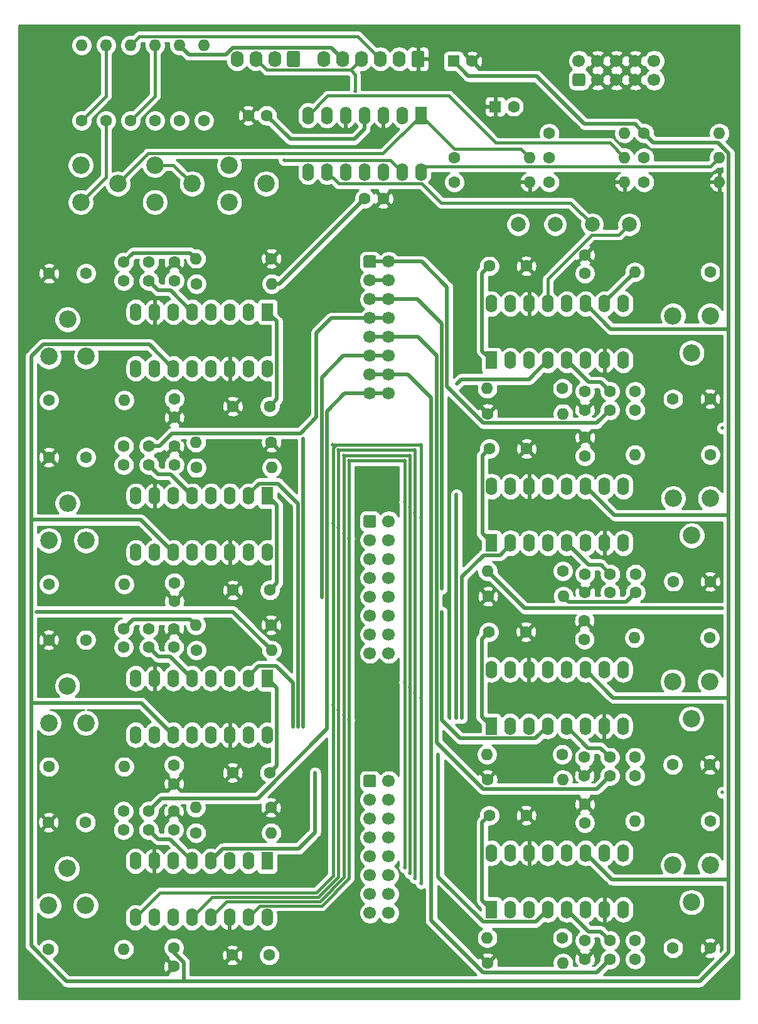
<source format=gbr>
%TF.GenerationSoftware,KiCad,Pcbnew,5.1.12-84ad8e8a86~92~ubuntu21.04.1*%
%TF.CreationDate,2021-11-06T20:53:58+01:00*%
%TF.ProjectId,adsr-3310-8,61647372-2d33-4333-9130-2d382e6b6963,v1.0.0*%
%TF.SameCoordinates,Original*%
%TF.FileFunction,Copper,L1,Top*%
%TF.FilePolarity,Positive*%
%FSLAX46Y46*%
G04 Gerber Fmt 4.6, Leading zero omitted, Abs format (unit mm)*
G04 Created by KiCad (PCBNEW 5.1.12-84ad8e8a86~92~ubuntu21.04.1) date 2021-11-06 20:53:58*
%MOMM*%
%LPD*%
G01*
G04 APERTURE LIST*
%TA.AperFunction,ComponentPad*%
%ADD10O,1.600000X2.400000*%
%TD*%
%TA.AperFunction,ComponentPad*%
%ADD11R,1.600000X2.400000*%
%TD*%
%TA.AperFunction,ComponentPad*%
%ADD12C,2.340000*%
%TD*%
%TA.AperFunction,ComponentPad*%
%ADD13O,1.600000X1.600000*%
%TD*%
%TA.AperFunction,ComponentPad*%
%ADD14C,1.600000*%
%TD*%
%TA.AperFunction,ComponentPad*%
%ADD15O,1.740000X2.190000*%
%TD*%
%TA.AperFunction,ComponentPad*%
%ADD16C,2.000000*%
%TD*%
%TA.AperFunction,ComponentPad*%
%ADD17C,1.700000*%
%TD*%
%TA.AperFunction,ComponentPad*%
%ADD18R,1.600000X1.600000*%
%TD*%
%TA.AperFunction,ViaPad*%
%ADD19C,3.500000*%
%TD*%
%TA.AperFunction,ViaPad*%
%ADD20C,0.508000*%
%TD*%
%TA.AperFunction,Conductor*%
%ADD21C,0.508000*%
%TD*%
%TA.AperFunction,Conductor*%
%ADD22C,0.381000*%
%TD*%
%TA.AperFunction,Conductor*%
%ADD23C,0.254000*%
%TD*%
%TA.AperFunction,Conductor*%
%ADD24C,0.100000*%
%TD*%
G04 APERTURE END LIST*
D10*
%TO.P,U9,16*%
%TO.N,Net-(U9-Pad16)*%
X96140000Y-183400000D03*
%TO.P,U9,8*%
%TO.N,Net-(C49-Pad2)*%
X78360000Y-175780000D03*
%TO.P,U9,15*%
%TO.N,ATTACK*%
X93600000Y-183400000D03*
%TO.P,U9,7*%
%TO.N,GND*%
X80900000Y-175780000D03*
%TO.P,U9,14*%
X91060000Y-183400000D03*
%TO.P,U9,6*%
%TO.N,Net-(C51-Pad2)*%
X83440000Y-175780000D03*
%TO.P,U9,13*%
%TO.N,RELEASE*%
X88520000Y-183400000D03*
%TO.P,U9,5*%
%TO.N,Net-(C47-Pad1)*%
X85980000Y-175780000D03*
%TO.P,U9,12*%
%TO.N,DECAY*%
X85980000Y-183400000D03*
%TO.P,U9,4*%
%TO.N,GATE8*%
X88520000Y-175780000D03*
%TO.P,U9,11*%
%TO.N,+12V*%
X83440000Y-183400000D03*
%TO.P,U9,3*%
%TO.N,Net-(U9-Pad3)*%
X91060000Y-175780000D03*
%TO.P,U9,10*%
%TO.N,/ADSR8/IIN*%
X80900000Y-183400000D03*
%TO.P,U9,2*%
%TO.N,CV8*%
X93600000Y-175780000D03*
%TO.P,U9,9*%
%TO.N,SUSTAIN*%
X78360000Y-183400000D03*
D11*
%TO.P,U9,1*%
%TO.N,Net-(C50-Pad2)*%
X96140000Y-175780000D03*
%TD*%
D10*
%TO.P,U8,16*%
%TO.N,Net-(U8-Pad16)*%
X126400000Y-174710000D03*
%TO.P,U8,8*%
%TO.N,Net-(C43-Pad2)*%
X144180000Y-182330000D03*
%TO.P,U8,15*%
%TO.N,ATTACK*%
X128940000Y-174710000D03*
%TO.P,U8,7*%
%TO.N,GND*%
X141640000Y-182330000D03*
%TO.P,U8,14*%
X131480000Y-174710000D03*
%TO.P,U8,6*%
%TO.N,Net-(C45-Pad2)*%
X139100000Y-182330000D03*
%TO.P,U8,13*%
%TO.N,RELEASE*%
X134020000Y-174710000D03*
%TO.P,U8,5*%
%TO.N,Net-(C41-Pad1)*%
X136560000Y-182330000D03*
%TO.P,U8,12*%
%TO.N,DECAY*%
X136560000Y-174710000D03*
%TO.P,U8,4*%
%TO.N,GATE7*%
X134020000Y-182330000D03*
%TO.P,U8,11*%
%TO.N,+12V*%
X139100000Y-174710000D03*
%TO.P,U8,3*%
%TO.N,Net-(U8-Pad3)*%
X131480000Y-182330000D03*
%TO.P,U8,10*%
%TO.N,/ADSR7/IIN*%
X141640000Y-174710000D03*
%TO.P,U8,2*%
%TO.N,CV7*%
X128940000Y-182330000D03*
%TO.P,U8,9*%
%TO.N,SUSTAIN*%
X144180000Y-174710000D03*
D11*
%TO.P,U8,1*%
%TO.N,Net-(C44-Pad2)*%
X126400000Y-182330000D03*
%TD*%
D10*
%TO.P,U7,16*%
%TO.N,Net-(U7-Pad16)*%
X96170000Y-158800000D03*
%TO.P,U7,8*%
%TO.N,Net-(C37-Pad2)*%
X78390000Y-151180000D03*
%TO.P,U7,15*%
%TO.N,ATTACK*%
X93630000Y-158800000D03*
%TO.P,U7,7*%
%TO.N,GND*%
X80930000Y-151180000D03*
%TO.P,U7,14*%
X91090000Y-158800000D03*
%TO.P,U7,6*%
%TO.N,Net-(C39-Pad2)*%
X83470000Y-151180000D03*
%TO.P,U7,13*%
%TO.N,RELEASE*%
X88550000Y-158800000D03*
%TO.P,U7,5*%
%TO.N,Net-(C35-Pad1)*%
X86010000Y-151180000D03*
%TO.P,U7,12*%
%TO.N,DECAY*%
X86010000Y-158800000D03*
%TO.P,U7,4*%
%TO.N,GATE6*%
X88550000Y-151180000D03*
%TO.P,U7,11*%
%TO.N,+12V*%
X83470000Y-158800000D03*
%TO.P,U7,3*%
%TO.N,Net-(U7-Pad3)*%
X91090000Y-151180000D03*
%TO.P,U7,10*%
%TO.N,/ADSR6/IIN*%
X80930000Y-158800000D03*
%TO.P,U7,2*%
%TO.N,CV6*%
X93630000Y-151180000D03*
%TO.P,U7,9*%
%TO.N,SUSTAIN*%
X78390000Y-158800000D03*
D11*
%TO.P,U7,1*%
%TO.N,Net-(C38-Pad2)*%
X96170000Y-151180000D03*
%TD*%
D10*
%TO.P,U6,16*%
%TO.N,Net-(U6-Pad16)*%
X126360000Y-149990000D03*
%TO.P,U6,8*%
%TO.N,Net-(C31-Pad2)*%
X144140000Y-157610000D03*
%TO.P,U6,15*%
%TO.N,ATTACK*%
X128900000Y-149990000D03*
%TO.P,U6,7*%
%TO.N,GND*%
X141600000Y-157610000D03*
%TO.P,U6,14*%
X131440000Y-149990000D03*
%TO.P,U6,6*%
%TO.N,Net-(C33-Pad2)*%
X139060000Y-157610000D03*
%TO.P,U6,13*%
%TO.N,RELEASE*%
X133980000Y-149990000D03*
%TO.P,U6,5*%
%TO.N,Net-(C29-Pad1)*%
X136520000Y-157610000D03*
%TO.P,U6,12*%
%TO.N,DECAY*%
X136520000Y-149990000D03*
%TO.P,U6,4*%
%TO.N,GATE5*%
X133980000Y-157610000D03*
%TO.P,U6,11*%
%TO.N,+12V*%
X139060000Y-149990000D03*
%TO.P,U6,3*%
%TO.N,Net-(U6-Pad3)*%
X131440000Y-157610000D03*
%TO.P,U6,10*%
%TO.N,/ADSR5/IIN*%
X141600000Y-149990000D03*
%TO.P,U6,2*%
%TO.N,CV5*%
X128900000Y-157610000D03*
%TO.P,U6,9*%
%TO.N,SUSTAIN*%
X144140000Y-149990000D03*
D11*
%TO.P,U6,1*%
%TO.N,Net-(C32-Pad2)*%
X126360000Y-157610000D03*
%TD*%
D10*
%TO.P,U5,16*%
%TO.N,Net-(U5-Pad16)*%
X96200000Y-134200000D03*
%TO.P,U5,8*%
%TO.N,Net-(C25-Pad2)*%
X78420000Y-126580000D03*
%TO.P,U5,15*%
%TO.N,ATTACK*%
X93660000Y-134200000D03*
%TO.P,U5,7*%
%TO.N,GND*%
X80960000Y-126580000D03*
%TO.P,U5,14*%
X91120000Y-134200000D03*
%TO.P,U5,6*%
%TO.N,Net-(C27-Pad2)*%
X83500000Y-126580000D03*
%TO.P,U5,13*%
%TO.N,RELEASE*%
X88580000Y-134200000D03*
%TO.P,U5,5*%
%TO.N,Net-(C23-Pad1)*%
X86040000Y-126580000D03*
%TO.P,U5,12*%
%TO.N,DECAY*%
X86040000Y-134200000D03*
%TO.P,U5,4*%
%TO.N,GATE4*%
X88580000Y-126580000D03*
%TO.P,U5,11*%
%TO.N,+12V*%
X83500000Y-134200000D03*
%TO.P,U5,3*%
%TO.N,Net-(U5-Pad3)*%
X91120000Y-126580000D03*
%TO.P,U5,10*%
%TO.N,/ADSR4/IIN*%
X80960000Y-134200000D03*
%TO.P,U5,2*%
%TO.N,CV4*%
X93660000Y-126580000D03*
%TO.P,U5,9*%
%TO.N,SUSTAIN*%
X78420000Y-134200000D03*
D11*
%TO.P,U5,1*%
%TO.N,Net-(C26-Pad2)*%
X96200000Y-126580000D03*
%TD*%
D10*
%TO.P,U4,16*%
%TO.N,Net-(U4-Pad16)*%
X126430000Y-125290000D03*
%TO.P,U4,8*%
%TO.N,Net-(C19-Pad2)*%
X144210000Y-132910000D03*
%TO.P,U4,15*%
%TO.N,ATTACK*%
X128970000Y-125290000D03*
%TO.P,U4,7*%
%TO.N,GND*%
X141670000Y-132910000D03*
%TO.P,U4,14*%
X131510000Y-125290000D03*
%TO.P,U4,6*%
%TO.N,Net-(C21-Pad2)*%
X139130000Y-132910000D03*
%TO.P,U4,13*%
%TO.N,RELEASE*%
X134050000Y-125290000D03*
%TO.P,U4,5*%
%TO.N,Net-(C17-Pad1)*%
X136590000Y-132910000D03*
%TO.P,U4,12*%
%TO.N,DECAY*%
X136590000Y-125290000D03*
%TO.P,U4,4*%
%TO.N,GATE3*%
X134050000Y-132910000D03*
%TO.P,U4,11*%
%TO.N,+12V*%
X139130000Y-125290000D03*
%TO.P,U4,3*%
%TO.N,Net-(U4-Pad3)*%
X131510000Y-132910000D03*
%TO.P,U4,10*%
%TO.N,/ADSR3/IIN*%
X141670000Y-125290000D03*
%TO.P,U4,2*%
%TO.N,CV3*%
X128970000Y-132910000D03*
%TO.P,U4,9*%
%TO.N,SUSTAIN*%
X144210000Y-125290000D03*
D11*
%TO.P,U4,1*%
%TO.N,Net-(C20-Pad2)*%
X126430000Y-132910000D03*
%TD*%
D10*
%TO.P,U3,16*%
%TO.N,Net-(U3-Pad16)*%
X96200000Y-109410000D03*
%TO.P,U3,8*%
%TO.N,Net-(C13-Pad2)*%
X78420000Y-101790000D03*
%TO.P,U3,15*%
%TO.N,ATTACK*%
X93660000Y-109410000D03*
%TO.P,U3,7*%
%TO.N,GND*%
X80960000Y-101790000D03*
%TO.P,U3,14*%
X91120000Y-109410000D03*
%TO.P,U3,6*%
%TO.N,Net-(C15-Pad2)*%
X83500000Y-101790000D03*
%TO.P,U3,13*%
%TO.N,RELEASE*%
X88580000Y-109410000D03*
%TO.P,U3,5*%
%TO.N,Net-(C11-Pad1)*%
X86040000Y-101790000D03*
%TO.P,U3,12*%
%TO.N,DECAY*%
X86040000Y-109410000D03*
%TO.P,U3,4*%
%TO.N,GATE2*%
X88580000Y-101790000D03*
%TO.P,U3,11*%
%TO.N,+12V*%
X83500000Y-109410000D03*
%TO.P,U3,3*%
%TO.N,Net-(U3-Pad3)*%
X91120000Y-101790000D03*
%TO.P,U3,10*%
%TO.N,/ADSR2/IIN*%
X80960000Y-109410000D03*
%TO.P,U3,2*%
%TO.N,CV2*%
X93660000Y-101790000D03*
%TO.P,U3,9*%
%TO.N,SUSTAIN*%
X78420000Y-109410000D03*
D11*
%TO.P,U3,1*%
%TO.N,Net-(C14-Pad2)*%
X96200000Y-101790000D03*
%TD*%
D12*
%TO.P,RV11,1*%
%TO.N,Net-(R38-Pad1)*%
X66640000Y-181780000D03*
%TO.P,RV11,2*%
%TO.N,CV8*%
X69140000Y-176780000D03*
%TO.P,RV11,3*%
X71640000Y-181780000D03*
%TD*%
%TO.P,RV10,1*%
%TO.N,Net-(R35-Pad1)*%
X155900000Y-176330000D03*
%TO.P,RV10,2*%
%TO.N,CV7*%
X153400000Y-181330000D03*
%TO.P,RV10,3*%
X150900000Y-176330000D03*
%TD*%
%TO.P,RV9,1*%
%TO.N,Net-(R32-Pad1)*%
X66670000Y-157180000D03*
%TO.P,RV9,2*%
%TO.N,CV6*%
X69170000Y-152180000D03*
%TO.P,RV9,3*%
X71670000Y-157180000D03*
%TD*%
%TO.P,RV7,1*%
%TO.N,Net-(R29-Pad1)*%
X155860000Y-151610000D03*
%TO.P,RV7,2*%
%TO.N,CV5*%
X153360000Y-156610000D03*
%TO.P,RV7,3*%
X150860000Y-151610000D03*
%TD*%
%TO.P,RV6,1*%
%TO.N,Net-(R26-Pad1)*%
X66700000Y-132580001D03*
%TO.P,RV6,2*%
%TO.N,CV4*%
X69200000Y-127580001D03*
%TO.P,RV6,3*%
X71700000Y-132580001D03*
%TD*%
%TO.P,RV5,1*%
%TO.N,Net-(R23-Pad1)*%
X155930000Y-126910000D03*
%TO.P,RV5,2*%
%TO.N,CV3*%
X153430000Y-131910000D03*
%TO.P,RV5,3*%
X150930000Y-126910000D03*
%TD*%
%TO.P,RV4,1*%
%TO.N,Net-(R17-Pad1)*%
X66700000Y-107790000D03*
%TO.P,RV4,2*%
%TO.N,CV2*%
X69200000Y-102790000D03*
%TO.P,RV4,3*%
X71700000Y-107790000D03*
%TD*%
D13*
%TO.P,R38,2*%
%TO.N,/ADSR8/IIN*%
X76800000Y-187680000D03*
D14*
%TO.P,R38,1*%
%TO.N,Net-(R38-Pad1)*%
X66640000Y-187680000D03*
%TD*%
D13*
%TO.P,R37,2*%
%TO.N,-12V*%
X96700000Y-171980000D03*
D14*
%TO.P,R37,1*%
%TO.N,Net-(C51-Pad2)*%
X86540000Y-171980000D03*
%TD*%
D13*
%TO.P,R36,2*%
%TO.N,GATE8*%
X86480000Y-168580000D03*
D14*
%TO.P,R36,1*%
%TO.N,GND*%
X96640000Y-168580000D03*
%TD*%
D13*
%TO.P,R35,2*%
%TO.N,/ADSR7/IIN*%
X145740000Y-170430000D03*
D14*
%TO.P,R35,1*%
%TO.N,Net-(R35-Pad1)*%
X155900000Y-170430000D03*
%TD*%
D13*
%TO.P,R34,2*%
%TO.N,-12V*%
X125840000Y-186130000D03*
D14*
%TO.P,R34,1*%
%TO.N,Net-(C45-Pad2)*%
X136000000Y-186130000D03*
%TD*%
D13*
%TO.P,R33,2*%
%TO.N,GATE7*%
X136060000Y-189530000D03*
D14*
%TO.P,R33,1*%
%TO.N,GND*%
X125900000Y-189530000D03*
%TD*%
D13*
%TO.P,R32,2*%
%TO.N,/ADSR6/IIN*%
X76830000Y-163080000D03*
D14*
%TO.P,R32,1*%
%TO.N,Net-(R32-Pad1)*%
X66670000Y-163080000D03*
%TD*%
D13*
%TO.P,R31,2*%
%TO.N,-12V*%
X96730000Y-147380000D03*
D14*
%TO.P,R31,1*%
%TO.N,Net-(C39-Pad2)*%
X86570000Y-147380000D03*
%TD*%
D13*
%TO.P,R30,2*%
%TO.N,GATE6*%
X86510000Y-143980000D03*
D14*
%TO.P,R30,1*%
%TO.N,GND*%
X96670000Y-143980000D03*
%TD*%
D13*
%TO.P,R29,2*%
%TO.N,/ADSR5/IIN*%
X145700000Y-145710000D03*
D14*
%TO.P,R29,1*%
%TO.N,Net-(R29-Pad1)*%
X155860000Y-145710000D03*
%TD*%
D13*
%TO.P,R28,2*%
%TO.N,-12V*%
X125800000Y-161410000D03*
D14*
%TO.P,R28,1*%
%TO.N,Net-(C33-Pad2)*%
X135960000Y-161410000D03*
%TD*%
D13*
%TO.P,R27,2*%
%TO.N,GATE5*%
X136020000Y-164810000D03*
D14*
%TO.P,R27,1*%
%TO.N,GND*%
X125860000Y-164810000D03*
%TD*%
D13*
%TO.P,R26,2*%
%TO.N,/ADSR4/IIN*%
X76860000Y-138480001D03*
D14*
%TO.P,R26,1*%
%TO.N,Net-(R26-Pad1)*%
X66700000Y-138480001D03*
%TD*%
D13*
%TO.P,R25,2*%
%TO.N,-12V*%
X96760000Y-122780000D03*
D14*
%TO.P,R25,1*%
%TO.N,Net-(C27-Pad2)*%
X86600000Y-122780000D03*
%TD*%
D13*
%TO.P,R24,2*%
%TO.N,GATE4*%
X86540000Y-119380000D03*
D14*
%TO.P,R24,1*%
%TO.N,GND*%
X96700000Y-119380000D03*
%TD*%
D13*
%TO.P,R23,2*%
%TO.N,/ADSR3/IIN*%
X145770000Y-121010000D03*
D14*
%TO.P,R23,1*%
%TO.N,Net-(R23-Pad1)*%
X155930000Y-121010000D03*
%TD*%
D13*
%TO.P,R22,2*%
%TO.N,-12V*%
X125870000Y-136710000D03*
D14*
%TO.P,R22,1*%
%TO.N,Net-(C21-Pad2)*%
X136030000Y-136710000D03*
%TD*%
D13*
%TO.P,R18,2*%
%TO.N,GATE3*%
X136090000Y-140110000D03*
D14*
%TO.P,R18,1*%
%TO.N,GND*%
X125930000Y-140110000D03*
%TD*%
D13*
%TO.P,R17,2*%
%TO.N,/ADSR2/IIN*%
X76860000Y-113690000D03*
D14*
%TO.P,R17,1*%
%TO.N,Net-(R17-Pad1)*%
X66700000Y-113690000D03*
%TD*%
D13*
%TO.P,R16,2*%
%TO.N,-12V*%
X96760000Y-97990000D03*
D14*
%TO.P,R16,1*%
%TO.N,Net-(C15-Pad2)*%
X86600000Y-97990000D03*
%TD*%
D13*
%TO.P,R15,2*%
%TO.N,GATE2*%
X86540000Y-94590000D03*
D14*
%TO.P,R15,1*%
%TO.N,GND*%
X96700000Y-94590000D03*
%TD*%
%TO.P,C52,2*%
%TO.N,+12V*%
X83540000Y-187480000D03*
%TO.P,C52,1*%
%TO.N,GND*%
X83540000Y-189980000D03*
%TD*%
%TO.P,C51,2*%
%TO.N,Net-(C51-Pad2)*%
X83540000Y-171580000D03*
%TO.P,C51,1*%
%TO.N,GND*%
X83540000Y-169080000D03*
%TD*%
%TO.P,C50,2*%
%TO.N,Net-(C50-Pad2)*%
X96440000Y-188480000D03*
%TO.P,C50,1*%
%TO.N,GND*%
X91440000Y-188480000D03*
%TD*%
%TO.P,C49,2*%
%TO.N,Net-(C49-Pad2)*%
X71640000Y-170580000D03*
%TO.P,C49,1*%
%TO.N,GND*%
X66640000Y-170580000D03*
%TD*%
%TO.P,C48,2*%
%TO.N,Net-(C47-Pad1)*%
X76740000Y-171580000D03*
%TO.P,C48,1*%
%TO.N,GATE8*%
X76740000Y-169080000D03*
%TD*%
%TO.P,C47,2*%
%TO.N,TRIGGER8*%
X80140000Y-169080000D03*
%TO.P,C47,1*%
%TO.N,Net-(C47-Pad1)*%
X80140000Y-171580000D03*
%TD*%
%TO.P,C46,2*%
%TO.N,+12V*%
X139000000Y-170630000D03*
%TO.P,C46,1*%
%TO.N,GND*%
X139000000Y-168130000D03*
%TD*%
%TO.P,C45,2*%
%TO.N,Net-(C45-Pad2)*%
X139000000Y-186530000D03*
%TO.P,C45,1*%
%TO.N,GND*%
X139000000Y-189030000D03*
%TD*%
%TO.P,C44,2*%
%TO.N,Net-(C44-Pad2)*%
X126100000Y-169630000D03*
%TO.P,C44,1*%
%TO.N,GND*%
X131100000Y-169630000D03*
%TD*%
%TO.P,C43,2*%
%TO.N,Net-(C43-Pad2)*%
X150900000Y-187530000D03*
%TO.P,C43,1*%
%TO.N,GND*%
X155900000Y-187530000D03*
%TD*%
%TO.P,C42,2*%
%TO.N,Net-(C41-Pad1)*%
X145800000Y-186530000D03*
%TO.P,C42,1*%
%TO.N,GATE7*%
X145800000Y-189030000D03*
%TD*%
%TO.P,C41,2*%
%TO.N,TRIGGER7*%
X142400000Y-189030000D03*
%TO.P,C41,1*%
%TO.N,Net-(C41-Pad1)*%
X142400000Y-186530000D03*
%TD*%
%TO.P,C40,2*%
%TO.N,+12V*%
X83570000Y-162880000D03*
%TO.P,C40,1*%
%TO.N,GND*%
X83570000Y-165380000D03*
%TD*%
%TO.P,C39,2*%
%TO.N,Net-(C39-Pad2)*%
X83570000Y-146980000D03*
%TO.P,C39,1*%
%TO.N,GND*%
X83570000Y-144480000D03*
%TD*%
%TO.P,C38,2*%
%TO.N,Net-(C38-Pad2)*%
X96470001Y-163880000D03*
%TO.P,C38,1*%
%TO.N,GND*%
X91470001Y-163880000D03*
%TD*%
%TO.P,C37,2*%
%TO.N,Net-(C37-Pad2)*%
X71670000Y-145980000D03*
%TO.P,C37,1*%
%TO.N,GND*%
X66670000Y-145980000D03*
%TD*%
%TO.P,C36,2*%
%TO.N,Net-(C35-Pad1)*%
X76770000Y-146980000D03*
%TO.P,C36,1*%
%TO.N,GATE6*%
X76770000Y-144480000D03*
%TD*%
%TO.P,C35,2*%
%TO.N,TRIGGER6*%
X80170000Y-144480000D03*
%TO.P,C35,1*%
%TO.N,Net-(C35-Pad1)*%
X80170000Y-146980000D03*
%TD*%
%TO.P,C34,2*%
%TO.N,+12V*%
X138960000Y-145910000D03*
%TO.P,C34,1*%
%TO.N,GND*%
X138960000Y-143410000D03*
%TD*%
%TO.P,C33,2*%
%TO.N,Net-(C33-Pad2)*%
X138960000Y-161810000D03*
%TO.P,C33,1*%
%TO.N,GND*%
X138960000Y-164310000D03*
%TD*%
%TO.P,C32,2*%
%TO.N,Net-(C32-Pad2)*%
X126060000Y-144910000D03*
%TO.P,C32,1*%
%TO.N,GND*%
X131060000Y-144910000D03*
%TD*%
%TO.P,C31,2*%
%TO.N,Net-(C31-Pad2)*%
X150860000Y-162810000D03*
%TO.P,C31,1*%
%TO.N,GND*%
X155860000Y-162810000D03*
%TD*%
%TO.P,C30,2*%
%TO.N,Net-(C29-Pad1)*%
X145760000Y-161810000D03*
%TO.P,C30,1*%
%TO.N,GATE5*%
X145760000Y-164310000D03*
%TD*%
%TO.P,C29,2*%
%TO.N,TRIGGER5*%
X142360000Y-164310000D03*
%TO.P,C29,1*%
%TO.N,Net-(C29-Pad1)*%
X142360000Y-161810000D03*
%TD*%
%TO.P,C28,2*%
%TO.N,+12V*%
X83600000Y-138280000D03*
%TO.P,C28,1*%
%TO.N,GND*%
X83600000Y-140780000D03*
%TD*%
%TO.P,C27,2*%
%TO.N,Net-(C27-Pad2)*%
X83600000Y-122380000D03*
%TO.P,C27,1*%
%TO.N,GND*%
X83600000Y-119880000D03*
%TD*%
%TO.P,C26,2*%
%TO.N,Net-(C26-Pad2)*%
X96500000Y-139280000D03*
%TO.P,C26,1*%
%TO.N,GND*%
X91500000Y-139280000D03*
%TD*%
%TO.P,C25,2*%
%TO.N,Net-(C25-Pad2)*%
X71700000Y-121380000D03*
%TO.P,C25,1*%
%TO.N,GND*%
X66700000Y-121380000D03*
%TD*%
%TO.P,C24,2*%
%TO.N,Net-(C23-Pad1)*%
X76800000Y-122380000D03*
%TO.P,C24,1*%
%TO.N,GATE4*%
X76800000Y-119880000D03*
%TD*%
%TO.P,C23,2*%
%TO.N,TRIGGER4*%
X80200000Y-119880000D03*
%TO.P,C23,1*%
%TO.N,Net-(C23-Pad1)*%
X80200000Y-122380000D03*
%TD*%
%TO.P,C22,2*%
%TO.N,+12V*%
X139030000Y-121210000D03*
%TO.P,C22,1*%
%TO.N,GND*%
X139030000Y-118710000D03*
%TD*%
%TO.P,C21,2*%
%TO.N,Net-(C21-Pad2)*%
X139030000Y-137110000D03*
%TO.P,C21,1*%
%TO.N,GND*%
X139030000Y-139610000D03*
%TD*%
%TO.P,C20,2*%
%TO.N,Net-(C20-Pad2)*%
X126130000Y-120210000D03*
%TO.P,C20,1*%
%TO.N,GND*%
X131130000Y-120210000D03*
%TD*%
%TO.P,C19,2*%
%TO.N,Net-(C19-Pad2)*%
X150930000Y-138110000D03*
%TO.P,C19,1*%
%TO.N,GND*%
X155930000Y-138110000D03*
%TD*%
%TO.P,C18,2*%
%TO.N,Net-(C17-Pad1)*%
X145830000Y-137110000D03*
%TO.P,C18,1*%
%TO.N,GATE3*%
X145830000Y-139610000D03*
%TD*%
%TO.P,C17,2*%
%TO.N,TRIGGER3*%
X142430000Y-139610000D03*
%TO.P,C17,1*%
%TO.N,Net-(C17-Pad1)*%
X142430000Y-137110000D03*
%TD*%
%TO.P,C16,2*%
%TO.N,+12V*%
X83600000Y-113490000D03*
%TO.P,C16,1*%
%TO.N,GND*%
X83600000Y-115990000D03*
%TD*%
%TO.P,C15,2*%
%TO.N,Net-(C15-Pad2)*%
X83600000Y-97590000D03*
%TO.P,C15,1*%
%TO.N,GND*%
X83600000Y-95090000D03*
%TD*%
%TO.P,C14,2*%
%TO.N,Net-(C14-Pad2)*%
X96500000Y-114490000D03*
%TO.P,C14,1*%
%TO.N,GND*%
X91500000Y-114490000D03*
%TD*%
%TO.P,C13,2*%
%TO.N,Net-(C13-Pad2)*%
X71700000Y-96590000D03*
%TO.P,C13,1*%
%TO.N,GND*%
X66700000Y-96590000D03*
%TD*%
%TO.P,C12,2*%
%TO.N,Net-(C11-Pad1)*%
X76800000Y-97590000D03*
%TO.P,C12,1*%
%TO.N,GATE2*%
X76800000Y-95090000D03*
%TD*%
%TO.P,C11,2*%
%TO.N,TRIGGER2*%
X80200000Y-95090000D03*
%TO.P,C11,1*%
%TO.N,Net-(C11-Pad1)*%
X80200000Y-97590000D03*
%TD*%
%TO.P,C6,2*%
%TO.N,Net-(C5-Pad1)*%
X145800000Y-112500000D03*
%TO.P,C6,1*%
%TO.N,GATE1*%
X145800000Y-115000000D03*
%TD*%
%TO.P,C5,2*%
%TO.N,TRIGGER1*%
X142400000Y-115000000D03*
%TO.P,C5,1*%
%TO.N,Net-(C5-Pad1)*%
X142400000Y-112500000D03*
%TD*%
D15*
%TO.P,J6,4*%
%TO.N,MOD_R*%
X92080000Y-67700000D03*
%TO.P,J6,3*%
%TO.N,MOD_S*%
X94620000Y-67700000D03*
%TO.P,J6,2*%
%TO.N,MOD_D*%
X97160000Y-67700000D03*
%TO.P,J6,1*%
%TO.N,MOD_A*%
%TA.AperFunction,ComponentPad*%
G36*
G01*
X100570000Y-66854999D02*
X100570000Y-68545001D01*
G75*
G02*
X100320001Y-68795000I-249999J0D01*
G01*
X99079999Y-68795000D01*
G75*
G02*
X98830000Y-68545001I0J249999D01*
G01*
X98830000Y-66854999D01*
G75*
G02*
X99079999Y-66605000I249999J0D01*
G01*
X100320001Y-66605000D01*
G75*
G02*
X100570000Y-66854999I0J-249999D01*
G01*
G37*
%TD.AperFunction*%
%TD*%
D10*
%TO.P,U2,16*%
%TO.N,Net-(U2-Pad16)*%
X126400000Y-100680000D03*
%TO.P,U2,8*%
%TO.N,Net-(C7-Pad2)*%
X144180000Y-108300000D03*
%TO.P,U2,15*%
%TO.N,ATTACK*%
X128940000Y-100680000D03*
%TO.P,U2,7*%
%TO.N,GND*%
X141640000Y-108300000D03*
%TO.P,U2,14*%
X131480000Y-100680000D03*
%TO.P,U2,6*%
%TO.N,Net-(C10-Pad2)*%
X139100000Y-108300000D03*
%TO.P,U2,13*%
%TO.N,RELEASE*%
X134020000Y-100680000D03*
%TO.P,U2,5*%
%TO.N,Net-(C5-Pad1)*%
X136560000Y-108300000D03*
%TO.P,U2,12*%
%TO.N,DECAY*%
X136560000Y-100680000D03*
%TO.P,U2,4*%
%TO.N,GATE1*%
X134020000Y-108300000D03*
%TO.P,U2,11*%
%TO.N,+12V*%
X139100000Y-100680000D03*
%TO.P,U2,3*%
%TO.N,Net-(U2-Pad3)*%
X131480000Y-108300000D03*
%TO.P,U2,10*%
%TO.N,/ADSR1/IIN*%
X141640000Y-100680000D03*
%TO.P,U2,2*%
%TO.N,CV1*%
X128940000Y-108300000D03*
%TO.P,U2,9*%
%TO.N,SUSTAIN*%
X144180000Y-100680000D03*
D11*
%TO.P,U2,1*%
%TO.N,Net-(C8-Pad2)*%
X126400000Y-108300000D03*
%TD*%
D10*
%TO.P,U1,14*%
%TO.N,Net-(R9-Pad2)*%
X116900000Y-82920000D03*
%TO.P,U1,7*%
%TO.N,Net-(R8-Pad2)*%
X101660000Y-75300000D03*
%TO.P,U1,13*%
%TO.N,MOD_R*%
X114360000Y-82920000D03*
%TO.P,U1,6*%
%TO.N,MOD_D*%
X104200000Y-75300000D03*
%TO.P,U1,12*%
%TO.N,GND*%
X111820000Y-82920000D03*
%TO.P,U1,5*%
X106740000Y-75300000D03*
%TO.P,U1,11*%
%TO.N,-12V*%
X109280000Y-82920000D03*
%TO.P,U1,4*%
%TO.N,+12V*%
X109280000Y-75300000D03*
%TO.P,U1,10*%
%TO.N,MOD_S*%
X106740000Y-82920000D03*
%TO.P,U1,3*%
%TO.N,GND*%
X111820000Y-75300000D03*
%TO.P,U1,9*%
%TO.N,SUSTAIN*%
X104200000Y-82920000D03*
%TO.P,U1,2*%
%TO.N,MOD_A*%
X114360000Y-75300000D03*
%TO.P,U1,8*%
%TO.N,SUSTAIN*%
X101660000Y-82920000D03*
D11*
%TO.P,U1,1*%
%TO.N,Net-(R7-Pad2)*%
X116900000Y-75300000D03*
%TD*%
D16*
%TO.P,TP3,1*%
%TO.N,SUSTAIN*%
X140000000Y-90000000D03*
%TD*%
%TO.P,TP4,1*%
%TO.N,RELEASE*%
X145000000Y-90000000D03*
%TD*%
%TO.P,TP2,1*%
%TO.N,DECAY*%
X135000000Y-90000000D03*
%TD*%
%TO.P,TP1,1*%
%TO.N,ATTACK*%
X130000000Y-90000000D03*
%TD*%
D12*
%TO.P,RV8,1*%
%TO.N,Net-(R21-Pad1)*%
X155900000Y-102300000D03*
%TO.P,RV8,2*%
%TO.N,CV1*%
X153400000Y-107300000D03*
%TO.P,RV8,3*%
X150900000Y-102300000D03*
%TD*%
%TO.P,RV3,1*%
%TO.N,Net-(R9-Pad2)*%
X91000000Y-82000000D03*
%TO.P,RV3,2*%
X96000000Y-84500000D03*
%TO.P,RV3,3*%
%TO.N,Net-(R6-Pad1)*%
X91000000Y-87000000D03*
%TD*%
%TO.P,RV2,1*%
%TO.N,Net-(R8-Pad2)*%
X81000000Y-82000000D03*
%TO.P,RV2,2*%
X86000000Y-84500000D03*
%TO.P,RV2,3*%
%TO.N,Net-(R5-Pad1)*%
X81000000Y-87000000D03*
%TD*%
%TO.P,RV1,1*%
%TO.N,Net-(R7-Pad2)*%
X71000000Y-82000000D03*
%TO.P,RV1,2*%
X76000000Y-84500000D03*
%TO.P,RV1,3*%
%TO.N,Net-(R4-Pad1)*%
X71000000Y-87000000D03*
%TD*%
D13*
%TO.P,R21,2*%
%TO.N,/ADSR1/IIN*%
X145740000Y-96400000D03*
D14*
%TO.P,R21,1*%
%TO.N,Net-(R21-Pad1)*%
X155900000Y-96400000D03*
%TD*%
D13*
%TO.P,R20,2*%
%TO.N,-12V*%
X125840000Y-112100000D03*
D14*
%TO.P,R20,1*%
%TO.N,Net-(C10-Pad2)*%
X136000000Y-112100000D03*
%TD*%
D13*
%TO.P,R19,2*%
%TO.N,GATE1*%
X136060000Y-115500000D03*
D14*
%TO.P,R19,1*%
%TO.N,GND*%
X125900000Y-115500000D03*
%TD*%
D13*
%TO.P,R14,2*%
%TO.N,Net-(J2-Pad1)*%
X144360000Y-77700000D03*
D14*
%TO.P,R14,1*%
%TO.N,-12V*%
X134200000Y-77700000D03*
%TD*%
D13*
%TO.P,R13,2*%
%TO.N,Net-(J2-Pad10)*%
X157160000Y-77700000D03*
D14*
%TO.P,R13,1*%
%TO.N,+12V*%
X147000000Y-77700000D03*
%TD*%
D13*
%TO.P,R12,2*%
%TO.N,GND*%
X157160000Y-84300000D03*
D14*
%TO.P,R12,1*%
%TO.N,RELEASE*%
X147000000Y-84300000D03*
%TD*%
D13*
%TO.P,R11,2*%
%TO.N,GND*%
X144360000Y-84300000D03*
D14*
%TO.P,R11,1*%
%TO.N,DECAY*%
X134200000Y-84300000D03*
%TD*%
D13*
%TO.P,R10,2*%
%TO.N,GND*%
X131560000Y-84300000D03*
D14*
%TO.P,R10,1*%
%TO.N,ATTACK*%
X121400000Y-84300000D03*
%TD*%
D13*
%TO.P,R9,2*%
%TO.N,Net-(R9-Pad2)*%
X157160000Y-81000000D03*
D14*
%TO.P,R9,1*%
%TO.N,RELEASE*%
X147000000Y-81000000D03*
%TD*%
D13*
%TO.P,R8,2*%
%TO.N,Net-(R8-Pad2)*%
X144360000Y-81000000D03*
D14*
%TO.P,R8,1*%
%TO.N,DECAY*%
X134200000Y-81000000D03*
%TD*%
D13*
%TO.P,R7,2*%
%TO.N,Net-(R7-Pad2)*%
X131560000Y-81000000D03*
D14*
%TO.P,R7,1*%
%TO.N,ATTACK*%
X121400000Y-81000000D03*
%TD*%
D13*
%TO.P,R6,2*%
%TO.N,MOD_R*%
X87600000Y-65840000D03*
D14*
%TO.P,R6,1*%
%TO.N,Net-(R6-Pad1)*%
X87600000Y-76000000D03*
%TD*%
D13*
%TO.P,R5,2*%
%TO.N,MOD_D*%
X81000000Y-65840000D03*
D14*
%TO.P,R5,1*%
%TO.N,Net-(R5-Pad1)*%
X81000000Y-76000000D03*
%TD*%
D13*
%TO.P,R4,2*%
%TO.N,MOD_A*%
X74400000Y-65840000D03*
D14*
%TO.P,R4,1*%
%TO.N,Net-(R4-Pad1)*%
X74400000Y-76000000D03*
%TD*%
D13*
%TO.P,R3,2*%
%TO.N,R_CONTROL*%
X84300000Y-65840000D03*
D14*
%TO.P,R3,1*%
%TO.N,MOD_R*%
X84300000Y-76000000D03*
%TD*%
D13*
%TO.P,R2,2*%
%TO.N,D_CONTROL*%
X77700000Y-65840000D03*
D14*
%TO.P,R2,1*%
%TO.N,MOD_D*%
X77700000Y-76000000D03*
%TD*%
D13*
%TO.P,R1,2*%
%TO.N,A_CONTROL*%
X71100000Y-65840000D03*
D14*
%TO.P,R1,1*%
%TO.N,MOD_A*%
X71100000Y-76000000D03*
%TD*%
D17*
%TO.P,J5,16*%
%TO.N,CV8*%
X112540000Y-182780000D03*
%TO.P,J5,14*%
%TO.N,CV7*%
X112540000Y-180240000D03*
%TO.P,J5,12*%
%TO.N,CV6*%
X112540000Y-177700000D03*
%TO.P,J5,10*%
%TO.N,CV5*%
X112540000Y-175160000D03*
%TO.P,J5,8*%
%TO.N,CV4*%
X112540000Y-172620000D03*
%TO.P,J5,6*%
%TO.N,CV3*%
X112540000Y-170080000D03*
%TO.P,J5,4*%
%TO.N,CV2*%
X112540000Y-167540000D03*
%TO.P,J5,2*%
%TO.N,CV1*%
X112540000Y-165000000D03*
%TO.P,J5,15*%
%TO.N,CV8*%
X110000000Y-182780000D03*
%TO.P,J5,13*%
%TO.N,CV7*%
X110000000Y-180240000D03*
%TO.P,J5,11*%
%TO.N,CV6*%
X110000000Y-177700000D03*
%TO.P,J5,9*%
%TO.N,CV5*%
X110000000Y-175160000D03*
%TO.P,J5,7*%
%TO.N,CV4*%
X110000000Y-172620000D03*
%TO.P,J5,5*%
%TO.N,CV3*%
X110000000Y-170080000D03*
%TO.P,J5,3*%
%TO.N,CV2*%
X110000000Y-167540000D03*
%TO.P,J5,1*%
%TO.N,CV1*%
%TA.AperFunction,ComponentPad*%
G36*
G01*
X109150000Y-165600000D02*
X109150000Y-164400000D01*
G75*
G02*
X109400000Y-164150000I250000J0D01*
G01*
X110600000Y-164150000D01*
G75*
G02*
X110850000Y-164400000I0J-250000D01*
G01*
X110850000Y-165600000D01*
G75*
G02*
X110600000Y-165850000I-250000J0D01*
G01*
X109400000Y-165850000D01*
G75*
G02*
X109150000Y-165600000I0J250000D01*
G01*
G37*
%TD.AperFunction*%
%TD*%
%TO.P,J4,16*%
%TO.N,GATE8*%
X112540000Y-147780000D03*
%TO.P,J4,14*%
%TO.N,GATE7*%
X112540000Y-145240000D03*
%TO.P,J4,12*%
%TO.N,GATE6*%
X112540000Y-142700000D03*
%TO.P,J4,10*%
%TO.N,GATE5*%
X112540000Y-140160000D03*
%TO.P,J4,8*%
%TO.N,GATE4*%
X112540000Y-137620000D03*
%TO.P,J4,6*%
%TO.N,GATE3*%
X112540000Y-135080000D03*
%TO.P,J4,4*%
%TO.N,GATE2*%
X112540000Y-132540000D03*
%TO.P,J4,2*%
%TO.N,GATE1*%
X112540000Y-130000000D03*
%TO.P,J4,15*%
%TO.N,GATE8*%
X110000000Y-147780000D03*
%TO.P,J4,13*%
%TO.N,GATE7*%
X110000000Y-145240000D03*
%TO.P,J4,11*%
%TO.N,GATE6*%
X110000000Y-142700000D03*
%TO.P,J4,9*%
%TO.N,GATE5*%
X110000000Y-140160000D03*
%TO.P,J4,7*%
%TO.N,GATE4*%
X110000000Y-137620000D03*
%TO.P,J4,5*%
%TO.N,GATE3*%
X110000000Y-135080000D03*
%TO.P,J4,3*%
%TO.N,GATE2*%
X110000000Y-132540000D03*
%TO.P,J4,1*%
%TO.N,GATE1*%
%TA.AperFunction,ComponentPad*%
G36*
G01*
X109150000Y-130600000D02*
X109150000Y-129400000D01*
G75*
G02*
X109400000Y-129150000I250000J0D01*
G01*
X110600000Y-129150000D01*
G75*
G02*
X110850000Y-129400000I0J-250000D01*
G01*
X110850000Y-130600000D01*
G75*
G02*
X110600000Y-130850000I-250000J0D01*
G01*
X109400000Y-130850000D01*
G75*
G02*
X109150000Y-130600000I0J250000D01*
G01*
G37*
%TD.AperFunction*%
%TD*%
%TO.P,J3,16*%
%TO.N,TRIGGER8*%
X112540000Y-112780000D03*
%TO.P,J3,14*%
%TO.N,TRIGGER7*%
X112540000Y-110240000D03*
%TO.P,J3,12*%
%TO.N,TRIGGER6*%
X112540000Y-107700000D03*
%TO.P,J3,10*%
%TO.N,TRIGGER5*%
X112540000Y-105160000D03*
%TO.P,J3,8*%
%TO.N,TRIGGER4*%
X112540000Y-102620000D03*
%TO.P,J3,6*%
%TO.N,TRIGGER3*%
X112540000Y-100080000D03*
%TO.P,J3,4*%
%TO.N,TRIGGER2*%
X112540000Y-97540000D03*
%TO.P,J3,2*%
%TO.N,TRIGGER1*%
X112540000Y-95000000D03*
%TO.P,J3,15*%
%TO.N,TRIGGER8*%
X110000000Y-112780000D03*
%TO.P,J3,13*%
%TO.N,TRIGGER7*%
X110000000Y-110240000D03*
%TO.P,J3,11*%
%TO.N,TRIGGER6*%
X110000000Y-107700000D03*
%TO.P,J3,9*%
%TO.N,TRIGGER5*%
X110000000Y-105160000D03*
%TO.P,J3,7*%
%TO.N,TRIGGER4*%
X110000000Y-102620000D03*
%TO.P,J3,5*%
%TO.N,TRIGGER3*%
X110000000Y-100080000D03*
%TO.P,J3,3*%
%TO.N,TRIGGER2*%
X110000000Y-97540000D03*
%TO.P,J3,1*%
%TO.N,TRIGGER1*%
%TA.AperFunction,ComponentPad*%
G36*
G01*
X109150000Y-95600000D02*
X109150000Y-94400000D01*
G75*
G02*
X109400000Y-94150000I250000J0D01*
G01*
X110600000Y-94150000D01*
G75*
G02*
X110850000Y-94400000I0J-250000D01*
G01*
X110850000Y-95600000D01*
G75*
G02*
X110600000Y-95850000I-250000J0D01*
G01*
X109400000Y-95850000D01*
G75*
G02*
X109150000Y-95600000I0J250000D01*
G01*
G37*
%TD.AperFunction*%
%TD*%
%TO.P,J2,10*%
%TO.N,Net-(J2-Pad10)*%
X148360000Y-67960000D03*
%TO.P,J2,8*%
%TO.N,GND*%
X145820000Y-67960000D03*
%TO.P,J2,6*%
X143280000Y-67960000D03*
%TO.P,J2,4*%
X140740000Y-67960000D03*
%TO.P,J2,2*%
%TO.N,Net-(J2-Pad1)*%
X138200000Y-67960000D03*
%TO.P,J2,9*%
%TO.N,Net-(J2-Pad10)*%
X148360000Y-70500000D03*
%TO.P,J2,7*%
%TO.N,GND*%
X145820000Y-70500000D03*
%TO.P,J2,5*%
X143280000Y-70500000D03*
%TO.P,J2,3*%
X140740000Y-70500000D03*
%TO.P,J2,1*%
%TO.N,Net-(J2-Pad1)*%
%TA.AperFunction,ComponentPad*%
G36*
G01*
X138800000Y-71350000D02*
X137600000Y-71350000D01*
G75*
G02*
X137350000Y-71100000I0J250000D01*
G01*
X137350000Y-69900000D01*
G75*
G02*
X137600000Y-69650000I250000J0D01*
G01*
X138800000Y-69650000D01*
G75*
G02*
X139050000Y-69900000I0J-250000D01*
G01*
X139050000Y-71100000D01*
G75*
G02*
X138800000Y-71350000I-250000J0D01*
G01*
G37*
%TD.AperFunction*%
%TD*%
D15*
%TO.P,J1,6*%
%TO.N,+12V*%
X103800000Y-67700000D03*
%TO.P,J1,5*%
%TO.N,R_CONTROL*%
X106340000Y-67700000D03*
%TO.P,J1,4*%
%TO.N,MOD_S*%
X108880000Y-67700000D03*
%TO.P,J1,3*%
%TO.N,D_CONTROL*%
X111420000Y-67700000D03*
%TO.P,J1,2*%
%TO.N,A_CONTROL*%
X113960000Y-67700000D03*
%TO.P,J1,1*%
%TO.N,GND*%
%TA.AperFunction,ComponentPad*%
G36*
G01*
X117370000Y-66854999D02*
X117370000Y-68545001D01*
G75*
G02*
X117120001Y-68795000I-249999J0D01*
G01*
X115879999Y-68795000D01*
G75*
G02*
X115630000Y-68545001I0J249999D01*
G01*
X115630000Y-66854999D01*
G75*
G02*
X115879999Y-66605000I249999J0D01*
G01*
X117120001Y-66605000D01*
G75*
G02*
X117370000Y-66854999I0J-249999D01*
G01*
G37*
%TD.AperFunction*%
%TD*%
D14*
%TO.P,C10,2*%
%TO.N,Net-(C10-Pad2)*%
X139000000Y-112500000D03*
%TO.P,C10,1*%
%TO.N,GND*%
X139000000Y-115000000D03*
%TD*%
%TO.P,C9,2*%
%TO.N,+12V*%
X139000000Y-96600000D03*
%TO.P,C9,1*%
%TO.N,GND*%
X139000000Y-94100000D03*
%TD*%
%TO.P,C8,2*%
%TO.N,Net-(C8-Pad2)*%
X126100000Y-95600000D03*
%TO.P,C8,1*%
%TO.N,GND*%
X131100000Y-95600000D03*
%TD*%
%TO.P,C7,2*%
%TO.N,Net-(C7-Pad2)*%
X150900000Y-113500000D03*
%TO.P,C7,1*%
%TO.N,GND*%
X155900000Y-113500000D03*
%TD*%
%TO.P,C4,2*%
%TO.N,-12V*%
X109300000Y-86500000D03*
%TO.P,C4,1*%
%TO.N,GND*%
X111800000Y-86500000D03*
%TD*%
%TO.P,C3,2*%
%TO.N,+12V*%
X96100000Y-75300000D03*
%TO.P,C3,1*%
%TO.N,GND*%
X93600000Y-75300000D03*
%TD*%
%TO.P,C2,2*%
%TO.N,-12V*%
X129400000Y-74100000D03*
D18*
%TO.P,C2,1*%
%TO.N,GND*%
X126900000Y-74100000D03*
%TD*%
D14*
%TO.P,C1,2*%
%TO.N,GND*%
X123800000Y-68000000D03*
D18*
%TO.P,C1,1*%
%TO.N,+12V*%
X121300000Y-68000000D03*
%TD*%
D19*
%TO.N,GND*%
X158000000Y-192500000D03*
X64500000Y-192500000D03*
X64500000Y-65000000D03*
X158000000Y-65000000D03*
D20*
%TO.N,+12V*%
X84900000Y-192000000D03*
X158414001Y-104085999D03*
X158414001Y-129185999D03*
X158414001Y-153785999D03*
X158414001Y-178285999D03*
X64304078Y-154495922D03*
X64304078Y-129795922D03*
%TO.N,-12V*%
X65015999Y-142184001D03*
X157554001Y-117445999D03*
X157554001Y-141745999D03*
X157554001Y-166545999D03*
%TO.N,GATE1*%
X121700000Y-111500000D03*
%TO.N,MOD_S*%
X108000000Y-72000000D03*
%TO.N,GATE8*%
X102600000Y-163900000D03*
%TO.N,GATE7*%
X119200000Y-161400000D03*
%TO.N,GATE5*%
X119700000Y-142200000D03*
%TO.N,CV6*%
X99608010Y-157691990D03*
%TO.N,CV4*%
X100316020Y-157683980D03*
%TO.N,CV3*%
X122391990Y-156508010D03*
%TO.N,CV2*%
X101024030Y-118875970D03*
X101024030Y-157675970D03*
%TO.N,CV1*%
X121683980Y-156516020D03*
X121683980Y-126416020D03*
%TO.N,MOD_R*%
X98429490Y-81329490D03*
%TO.N,ATTACK*%
X114700000Y-121800000D03*
X114700000Y-176700000D03*
X107200000Y-121800000D03*
X107200000Y-132300000D03*
X107200000Y-156800000D03*
X114700000Y-151700000D03*
X114700000Y-127400000D03*
%TO.N,DECAY*%
X116100000Y-178100000D03*
X116100000Y-120400000D03*
X105700000Y-120400000D03*
X105700000Y-130900000D03*
X105700000Y-155400000D03*
X116100000Y-153100000D03*
X116100000Y-128800000D03*
%TO.N,RELEASE*%
X115400000Y-177400000D03*
X115400000Y-121100000D03*
X106500000Y-121100000D03*
X106500000Y-131600000D03*
X106500000Y-156100000D03*
X115400000Y-152400000D03*
X115400000Y-128100000D03*
%TO.N,SUSTAIN*%
X116900000Y-119700000D03*
X116900000Y-178800000D03*
X105000000Y-119700000D03*
X105055499Y-130244501D03*
X105055499Y-154744501D03*
X116900000Y-153800000D03*
X116900000Y-129500000D03*
%TO.N,TRIGGER3*%
X119700000Y-139100000D03*
%TO.N,TRIGGER6*%
X103508010Y-140291990D03*
%TD*%
D21*
%TO.N,+12V*%
X103800000Y-67700000D02*
X103700000Y-67700000D01*
X69104078Y-192000000D02*
X64304078Y-187200000D01*
X154500000Y-192000000D02*
X84900000Y-192000000D01*
X158414001Y-188085999D02*
X154500000Y-192000000D01*
X158414001Y-80398079D02*
X158414001Y-104085999D01*
X64304078Y-187200000D02*
X64304078Y-164495922D01*
X156969923Y-78954001D02*
X158414001Y-80398079D01*
X148254001Y-78954001D02*
X156969923Y-78954001D01*
X147000000Y-77700000D02*
X148254001Y-78954001D01*
X84900000Y-192000000D02*
X69104078Y-192000000D01*
X83540000Y-188124078D02*
X83540000Y-187480000D01*
X84900000Y-189484078D02*
X83540000Y-188124078D01*
X84900000Y-192000000D02*
X84900000Y-189484078D01*
X64304078Y-164495922D02*
X64304078Y-154495922D01*
X158414001Y-104085999D02*
X158414001Y-129185999D01*
X142505999Y-104085999D02*
X139100000Y-100680000D01*
X158414001Y-104085999D02*
X142505999Y-104085999D01*
X158414001Y-129185999D02*
X158414001Y-153785999D01*
X143025999Y-129185999D02*
X139130000Y-125290000D01*
X158414001Y-129185999D02*
X143025999Y-129185999D01*
X158414001Y-153785999D02*
X158414001Y-178285999D01*
X142855999Y-153785999D02*
X139060000Y-149990000D01*
X158414001Y-153785999D02*
X142855999Y-153785999D01*
X158414001Y-178285999D02*
X158414001Y-188085999D01*
X142675999Y-178285999D02*
X139100000Y-174710000D01*
X158414001Y-178285999D02*
X142675999Y-178285999D01*
X145745999Y-76445999D02*
X138945999Y-76445999D01*
X147000000Y-77700000D02*
X145745999Y-76445999D01*
X138945999Y-76445999D02*
X132500000Y-70000000D01*
X123300000Y-70000000D02*
X121300000Y-68000000D01*
X132500000Y-70000000D02*
X123300000Y-70000000D01*
X96100000Y-75300000D02*
X99300000Y-78500000D01*
X99300000Y-78500000D02*
X107900000Y-78500000D01*
X109280000Y-77120000D02*
X109280000Y-75300000D01*
X107900000Y-78500000D02*
X109280000Y-77120000D01*
X79165922Y-154495922D02*
X83470000Y-158800000D01*
X64304078Y-154495922D02*
X79165922Y-154495922D01*
X80255999Y-106165999D02*
X83500000Y-109410000D01*
X65920479Y-106165999D02*
X80255999Y-106165999D01*
X64304078Y-107782400D02*
X65920479Y-106165999D01*
X64304078Y-154495922D02*
X64304078Y-129795922D01*
X64304078Y-129795922D02*
X64304078Y-107782400D01*
X79095922Y-129795922D02*
X83500000Y-134200000D01*
X64304078Y-129795922D02*
X79095922Y-129795922D01*
%TO.N,-12V*%
X91534001Y-142184001D02*
X96730000Y-147380000D01*
X65015999Y-142184001D02*
X91534001Y-142184001D01*
X97810000Y-97990000D02*
X96760000Y-97990000D01*
X109300000Y-86500000D02*
X97810000Y-97990000D01*
X130905999Y-141745999D02*
X125870000Y-136710000D01*
X157554001Y-141745999D02*
X130905999Y-141745999D01*
%TO.N,TRIGGER1*%
X125298079Y-116754001D02*
X120400000Y-111855922D01*
X140645999Y-116754001D02*
X125298079Y-116754001D01*
X142400000Y-115000000D02*
X140645999Y-116754001D01*
X120400000Y-111855922D02*
X120400000Y-98400000D01*
X117000000Y-95000000D02*
X112540000Y-95000000D01*
X120400000Y-98400000D02*
X117000000Y-95000000D01*
X112540000Y-95000000D02*
X110000000Y-95000000D01*
%TO.N,Net-(C5-Pad1)*%
X139505999Y-111245999D02*
X136560000Y-108300000D01*
X141145999Y-111245999D02*
X139505999Y-111245999D01*
X142400000Y-112500000D02*
X141145999Y-111245999D01*
%TO.N,GATE1*%
X121700000Y-111500000D02*
X121700000Y-111500000D01*
X122354001Y-110845999D02*
X121700000Y-111500000D01*
X131474001Y-110845999D02*
X122354001Y-110845999D01*
X134020000Y-108300000D02*
X131474001Y-110845999D01*
%TO.N,Net-(C8-Pad2)*%
X125145990Y-107045990D02*
X126400000Y-108300000D01*
X125145990Y-96554010D02*
X125145990Y-107045990D01*
X126100000Y-95600000D02*
X125145990Y-96554010D01*
%TO.N,R_CONTROL*%
X90588567Y-67094001D02*
X91531578Y-66150990D01*
X85554001Y-67094001D02*
X90588567Y-67094001D01*
X104790990Y-66150990D02*
X106340000Y-67700000D01*
X91531578Y-66150990D02*
X104790990Y-66150990D01*
X84300000Y-65840000D02*
X85554001Y-67094001D01*
D22*
%TO.N,MOD_S*%
X96105510Y-69185510D02*
X107394490Y-69185510D01*
X94620000Y-67700000D02*
X96105510Y-69185510D01*
X108880000Y-67700000D02*
X107394490Y-69185510D01*
X108000000Y-69791020D02*
X107394490Y-69185510D01*
X108000000Y-72000000D02*
X108000000Y-69791020D01*
%TO.N,D_CONTROL*%
X108369499Y-64649499D02*
X111420000Y-67700000D01*
X78890501Y-64649499D02*
X108369499Y-64649499D01*
X77700000Y-65840000D02*
X78890501Y-64649499D01*
D21*
%TO.N,GATE8*%
X90174010Y-174125990D02*
X88520000Y-175780000D01*
X100374010Y-174125990D02*
X90174010Y-174125990D01*
X102600000Y-171900000D02*
X100374010Y-174125990D01*
X102600000Y-163900000D02*
X102600000Y-171900000D01*
%TO.N,GATE7*%
X119200000Y-177300000D02*
X119200000Y-161400000D01*
X119200000Y-161400000D02*
X119200000Y-161400000D01*
X119200000Y-177900000D02*
X119200000Y-177300000D01*
X125284001Y-183984001D02*
X119200000Y-177900000D01*
X132365999Y-183984001D02*
X125284001Y-183984001D01*
X134020000Y-182330000D02*
X132365999Y-183984001D01*
%TO.N,GATE6*%
X85755999Y-143225999D02*
X86510000Y-143980000D01*
X78024001Y-143225999D02*
X85755999Y-143225999D01*
X76770000Y-144480000D02*
X78024001Y-143225999D01*
%TO.N,GATE5*%
X119700000Y-142200000D02*
X119700000Y-156791990D01*
X132325990Y-159264010D02*
X133980000Y-157610000D01*
X122172020Y-159264010D02*
X132325990Y-159264010D01*
X119700000Y-156791990D02*
X122172020Y-159264010D01*
%TO.N,GATE3*%
X136844001Y-140864001D02*
X136090000Y-140110000D01*
X144575999Y-140864001D02*
X136844001Y-140864001D01*
X145830000Y-139610000D02*
X144575999Y-140864001D01*
%TO.N,GATE2*%
X85785999Y-93835999D02*
X86540000Y-94590000D01*
X78054001Y-93835999D02*
X85785999Y-93835999D01*
X76800000Y-95090000D02*
X78054001Y-93835999D01*
%TO.N,CV6*%
X93630000Y-150902798D02*
X93630000Y-151180000D01*
X95006799Y-149525999D02*
X93630000Y-150902798D01*
X97333201Y-149525999D02*
X95006799Y-149525999D01*
X99608010Y-151800808D02*
X97333201Y-149525999D01*
X99608010Y-157691990D02*
X99608010Y-151800808D01*
%TO.N,CV4*%
X93660000Y-126302798D02*
X93660000Y-126580000D01*
X95036799Y-124925999D02*
X93660000Y-126302798D01*
X97625999Y-124925999D02*
X95036799Y-124925999D01*
X100316020Y-127616020D02*
X97625999Y-124925999D01*
X100316020Y-127616020D02*
X100316020Y-157683980D01*
%TO.N,CV3*%
X128970000Y-133187202D02*
X128970000Y-132910000D01*
X127593201Y-134564001D02*
X128970000Y-133187202D01*
X125335999Y-134564001D02*
X127593201Y-134564001D01*
X122391990Y-137508010D02*
X125335999Y-134564001D01*
X122391990Y-156508010D02*
X122391990Y-137508010D01*
%TO.N,CV2*%
X101024030Y-157675970D02*
X101024030Y-118875970D01*
%TO.N,CV1*%
X121683980Y-151016020D02*
X121683980Y-156516020D01*
X121683980Y-126416020D02*
X121683980Y-151016020D01*
D22*
%TO.N,MOD_A*%
X74400000Y-72700000D02*
X71100000Y-76000000D01*
X74400000Y-65840000D02*
X74400000Y-72700000D01*
%TO.N,MOD_D*%
X81000000Y-72700000D02*
X77700000Y-76000000D01*
X81000000Y-65840000D02*
X81000000Y-72700000D01*
%TO.N,MOD_R*%
X112769490Y-81329490D02*
X98429490Y-81329490D01*
X114360000Y-82920000D02*
X112769490Y-81329490D01*
X98429490Y-81329490D02*
X98429490Y-81329490D01*
%TO.N,Net-(R4-Pad1)*%
X74400000Y-83600000D02*
X74400000Y-76000000D01*
X71000000Y-87000000D02*
X74400000Y-83600000D01*
%TO.N,Net-(R7-Pad2)*%
X121409499Y-79809499D02*
X116900000Y-75300000D01*
X130369499Y-79809499D02*
X121409499Y-79809499D01*
X131560000Y-81000000D02*
X130369499Y-79809499D01*
X80060501Y-80439499D02*
X76000000Y-84500000D01*
X111760501Y-80439499D02*
X80060501Y-80439499D01*
X116900000Y-75300000D02*
X111760501Y-80439499D01*
%TO.N,ATTACK*%
X114700000Y-127000000D02*
X114700000Y-127400000D01*
X114700000Y-151700000D02*
X114700000Y-151700000D01*
X114700000Y-121800000D02*
X114700000Y-127000000D01*
X114700000Y-121800000D02*
X107200000Y-121800000D01*
X107200000Y-121800000D02*
X107200000Y-121800000D01*
X103490511Y-181809489D02*
X107200000Y-178100000D01*
X107200000Y-178100000D02*
X107200000Y-156800000D01*
X95190510Y-181809490D02*
X103490511Y-181809489D01*
X93600000Y-183400000D02*
X95190510Y-181809490D01*
X107200000Y-132300000D02*
X107200000Y-121800000D01*
X107200000Y-156800000D02*
X107200000Y-132300000D01*
X114700000Y-151700000D02*
X114700000Y-176700000D01*
X114700000Y-127400000D02*
X114700000Y-151700000D01*
%TO.N,Net-(R8-Pad2)*%
X83500000Y-82000000D02*
X86000000Y-84500000D01*
X81000000Y-82000000D02*
X83500000Y-82000000D01*
X142360000Y-79000000D02*
X144360000Y-81000000D01*
X127000000Y-79000000D02*
X142360000Y-79000000D01*
X120644501Y-72644501D02*
X127000000Y-79000000D01*
X104315499Y-72644501D02*
X120644501Y-72644501D01*
X101660000Y-75300000D02*
X104315499Y-72644501D01*
%TO.N,DECAY*%
X116100000Y-128400000D02*
X116100000Y-128800000D01*
X116100000Y-153100000D02*
X116100000Y-153100000D01*
X116100000Y-120500000D02*
X116100000Y-128400000D01*
X116100000Y-120400000D02*
X105700000Y-120400000D01*
X105700000Y-120400000D02*
X105700000Y-120400000D01*
X105700000Y-120400000D02*
X105700000Y-130900000D01*
X105700000Y-177956656D02*
X103009186Y-180647470D01*
X88732530Y-180647470D02*
X85980000Y-183400000D01*
X103009186Y-180647470D02*
X88732530Y-180647470D01*
X105700000Y-130900000D02*
X105700000Y-155400000D01*
X105700000Y-155400000D02*
X105700000Y-177956656D01*
X116100000Y-153100000D02*
X116100000Y-178100000D01*
X116100000Y-128800000D02*
X116100000Y-153100000D01*
D21*
%TO.N,Net-(R9-Pad2)*%
X117565999Y-82254001D02*
X116900000Y-82920000D01*
D22*
X117629499Y-82190501D02*
X116900000Y-82920000D01*
X155969499Y-82190501D02*
X117629499Y-82190501D01*
X157160000Y-81000000D02*
X155969499Y-82190501D01*
%TO.N,RELEASE*%
X115400000Y-176900000D02*
X115400000Y-177400000D01*
X115400000Y-127700000D02*
X115400000Y-128100000D01*
X115400000Y-152400000D02*
X115400000Y-152400000D01*
X115400000Y-121200000D02*
X115400000Y-127700000D01*
X115400000Y-121100000D02*
X106500000Y-121100000D01*
X106500000Y-121100000D02*
X106500000Y-121100000D01*
X106500000Y-121100000D02*
X106500000Y-131600000D01*
X106500000Y-177978328D02*
X103249848Y-181228480D01*
X90691520Y-181228480D02*
X88520000Y-183400000D01*
X103249848Y-181228480D02*
X90691520Y-181228480D01*
X106500000Y-131600000D02*
X106500000Y-156100000D01*
X106500000Y-156100000D02*
X106500000Y-177978328D01*
X115400000Y-152400000D02*
X115400000Y-176900000D01*
X115400000Y-128100000D02*
X115400000Y-152400000D01*
X134020000Y-97318058D02*
X134020000Y-100680000D01*
X143609499Y-91390501D02*
X139947557Y-91390501D01*
X139947557Y-91390501D02*
X134020000Y-97318058D01*
X145000000Y-90000000D02*
X143609499Y-91390501D01*
D21*
%TO.N,/ADSR1/IIN*%
X145740000Y-96400000D02*
X141640000Y-100500000D01*
D22*
%TO.N,SUSTAIN*%
X116900000Y-119700000D02*
X116900000Y-129100000D01*
X116900000Y-129100000D02*
X116900000Y-129500000D01*
X116900000Y-153800000D02*
X116900000Y-153800000D01*
X116900000Y-119700000D02*
X105000000Y-119700000D01*
X105000000Y-119700000D02*
X105000000Y-119700000D01*
X105055499Y-120090639D02*
X105055499Y-130244501D01*
X105446138Y-119700000D02*
X105055499Y-120090639D01*
X105000000Y-119700000D02*
X105446138Y-119700000D01*
X105055499Y-177779485D02*
X102768524Y-180066460D01*
X81693540Y-180066460D02*
X78360000Y-183400000D01*
X102768524Y-180066460D02*
X81693540Y-180066460D01*
X105055499Y-130244501D02*
X105055499Y-154744501D01*
X105055499Y-154744501D02*
X105055499Y-177779485D01*
X116900000Y-153800000D02*
X116900000Y-178800000D01*
X116900000Y-129500000D02*
X116900000Y-153800000D01*
X105790510Y-84510510D02*
X117010510Y-84510510D01*
X104200000Y-82920000D02*
X105790510Y-84510510D01*
X117010510Y-84510510D02*
X119600000Y-87100000D01*
X137100000Y-87100000D02*
X140000000Y-90000000D01*
X119600000Y-87100000D02*
X137100000Y-87100000D01*
D21*
%TO.N,Net-(C11-Pad1)*%
X83094001Y-98844001D02*
X86040000Y-101790000D01*
X81454001Y-98844001D02*
X83094001Y-98844001D01*
X80200000Y-97590000D02*
X81454001Y-98844001D01*
%TO.N,Net-(C14-Pad2)*%
X97454010Y-103044010D02*
X96200000Y-101790000D01*
X97454010Y-113535990D02*
X97454010Y-103044010D01*
X96500000Y-114490000D02*
X97454010Y-113535990D01*
%TO.N,Net-(C17-Pad1)*%
X139535999Y-135855999D02*
X136590000Y-132910000D01*
X141175999Y-135855999D02*
X139535999Y-135855999D01*
X142430000Y-137110000D02*
X141175999Y-135855999D01*
%TO.N,Net-(C20-Pad2)*%
X125175990Y-131655990D02*
X126430000Y-132910000D01*
X125175990Y-121164010D02*
X125175990Y-131655990D01*
X126130000Y-120210000D02*
X125175990Y-121164010D01*
%TO.N,Net-(C23-Pad1)*%
X83094001Y-123634001D02*
X86040000Y-126580000D01*
X81454001Y-123634001D02*
X83094001Y-123634001D01*
X80200000Y-122380000D02*
X81454001Y-123634001D01*
%TO.N,Net-(C26-Pad2)*%
X97454010Y-127834010D02*
X96200000Y-126580000D01*
X97454010Y-138325990D02*
X97454010Y-127834010D01*
X96500000Y-139280000D02*
X97454010Y-138325990D01*
%TO.N,Net-(C29-Pad1)*%
X139465999Y-160555999D02*
X136520000Y-157610000D01*
X141105999Y-160555999D02*
X139465999Y-160555999D01*
X142360000Y-161810000D02*
X141105999Y-160555999D01*
%TO.N,Net-(C32-Pad2)*%
X125105990Y-156355990D02*
X126360000Y-157610000D01*
X125105990Y-145864010D02*
X125105990Y-156355990D01*
X126060000Y-144910000D02*
X125105990Y-145864010D01*
%TO.N,Net-(C35-Pad1)*%
X83064001Y-148234001D02*
X86010000Y-151180000D01*
X81424001Y-148234001D02*
X83064001Y-148234001D01*
X80170000Y-146980000D02*
X81424001Y-148234001D01*
%TO.N,Net-(C38-Pad2)*%
X97424010Y-152434010D02*
X96170000Y-151180000D01*
X97424010Y-162925990D02*
X97424010Y-152434010D01*
X96470000Y-163880000D02*
X97424010Y-162925990D01*
%TO.N,Net-(C41-Pad1)*%
X139505999Y-185275999D02*
X136560000Y-182330000D01*
X141145999Y-185275999D02*
X139505999Y-185275999D01*
X142400000Y-186530000D02*
X141145999Y-185275999D01*
%TO.N,Net-(C44-Pad2)*%
X125145990Y-181075990D02*
X126400000Y-182330000D01*
X125145990Y-170584010D02*
X125145990Y-181075990D01*
X126100000Y-169630000D02*
X125145990Y-170584010D01*
%TO.N,Net-(C47-Pad1)*%
X83034001Y-172834001D02*
X85980000Y-175780000D01*
X81394001Y-172834001D02*
X83034001Y-172834001D01*
X80140000Y-171580000D02*
X81394001Y-172834001D01*
%TO.N,TRIGGER2*%
X110000000Y-97540000D02*
X112540000Y-97540000D01*
%TO.N,TRIGGER3*%
X119691990Y-135727912D02*
X119691990Y-103391990D01*
X116380000Y-100080000D02*
X112540000Y-100080000D01*
X119691990Y-103391990D02*
X116380000Y-100080000D01*
X112540000Y-100080000D02*
X110000000Y-100080000D01*
X119700000Y-139100000D02*
X119700000Y-135808010D01*
%TO.N,TRIGGER4*%
X83319923Y-118125999D02*
X100625999Y-118125999D01*
X81565922Y-119880000D02*
X83319923Y-118125999D01*
X80200000Y-119880000D02*
X81565922Y-119880000D01*
X100625999Y-118125999D02*
X102800000Y-115951998D01*
X102800000Y-115951998D02*
X102800000Y-104600000D01*
X104780000Y-102620000D02*
X110000000Y-102620000D01*
X102800000Y-104600000D02*
X104780000Y-102620000D01*
X110000000Y-102620000D02*
X112540000Y-102620000D01*
%TO.N,TRIGGER5*%
X125258079Y-166064001D02*
X118983980Y-159789902D01*
X140605999Y-166064001D02*
X125258079Y-166064001D01*
X142360000Y-164310000D02*
X140605999Y-166064001D01*
X118983980Y-159789902D02*
X118983980Y-107683980D01*
X116460000Y-105160000D02*
X112540000Y-105160000D01*
X118983980Y-107683980D02*
X116460000Y-105160000D01*
X110000000Y-105160000D02*
X112540000Y-105160000D01*
%TO.N,TRIGGER6*%
X103508010Y-110600000D02*
X103508010Y-127691990D01*
X106408010Y-107700000D02*
X103508010Y-110600000D01*
X110000000Y-107700000D02*
X106408010Y-107700000D01*
X110000000Y-107700000D02*
X112540000Y-107700000D01*
X103508010Y-132991990D02*
X103508010Y-140291990D01*
X103508010Y-127691990D02*
X103508010Y-132991990D01*
X103508010Y-140291990D02*
X103508010Y-140291990D01*
%TO.N,TRIGGER7*%
X118275970Y-183761892D02*
X118275970Y-113375970D01*
X125298079Y-190784001D02*
X118275970Y-183761892D01*
X140645999Y-190784001D02*
X125298079Y-190784001D01*
X142400000Y-189030000D02*
X140645999Y-190784001D01*
X115140000Y-110240000D02*
X112540000Y-110240000D01*
X118275970Y-113375970D02*
X115140000Y-110240000D01*
X112540000Y-110240000D02*
X110000000Y-110240000D01*
%TO.N,TRIGGER8*%
X106620000Y-112780000D02*
X110000000Y-112780000D01*
X104216020Y-115183980D02*
X106620000Y-112780000D01*
X110000000Y-112780000D02*
X112540000Y-112780000D01*
X81894001Y-167325999D02*
X80140000Y-169080000D01*
X94879924Y-167325999D02*
X81894001Y-167325999D01*
X104216020Y-157989903D02*
X94879924Y-167325999D01*
X104216020Y-115183980D02*
X104216020Y-127683980D01*
X104216020Y-157989903D02*
X104216020Y-157989903D01*
X104216020Y-152383980D02*
X104216020Y-157989903D01*
X104216020Y-132983980D02*
X104216020Y-152383980D01*
X104216020Y-127683980D02*
X104216020Y-132983980D01*
%TD*%
D23*
%TO.N,GND*%
X159840000Y-194340000D02*
X62660000Y-194340000D01*
X62660000Y-129795922D01*
X63410777Y-129795922D01*
X63415078Y-129839588D01*
X63415078Y-129883481D01*
X63415079Y-129883486D01*
X63415078Y-154408363D01*
X63415078Y-154452255D01*
X63410777Y-154495922D01*
X63415078Y-154539588D01*
X63415078Y-154583481D01*
X63415079Y-154583486D01*
X63415078Y-164539588D01*
X63415079Y-164539598D01*
X63415078Y-187156340D01*
X63410778Y-187200000D01*
X63415078Y-187243660D01*
X63415078Y-187243666D01*
X63417943Y-187272751D01*
X63427942Y-187374274D01*
X63437607Y-187406136D01*
X63478775Y-187541850D01*
X63561325Y-187696290D01*
X63672419Y-187831659D01*
X63706342Y-187859499D01*
X68444584Y-192597742D01*
X68472419Y-192631659D01*
X68607787Y-192742753D01*
X68762227Y-192825303D01*
X68828136Y-192845296D01*
X68929802Y-192876136D01*
X68963002Y-192879406D01*
X69060411Y-192889000D01*
X69060417Y-192889000D01*
X69104077Y-192893300D01*
X69147737Y-192889000D01*
X84856333Y-192889000D01*
X84900000Y-192893301D01*
X84943667Y-192889000D01*
X154456340Y-192889000D01*
X154500000Y-192893300D01*
X154543660Y-192889000D01*
X154543667Y-192889000D01*
X154674274Y-192876136D01*
X154841851Y-192825303D01*
X154996291Y-192742753D01*
X155131659Y-192631659D01*
X155159499Y-192597736D01*
X159011737Y-188745498D01*
X159045660Y-188717658D01*
X159156754Y-188582290D01*
X159239304Y-188427850D01*
X159265013Y-188343097D01*
X159290137Y-188260275D01*
X159299250Y-188167745D01*
X159303001Y-188129666D01*
X159303001Y-188129660D01*
X159307301Y-188086000D01*
X159303001Y-188042340D01*
X159303001Y-178329666D01*
X159307302Y-178285999D01*
X159303001Y-178242332D01*
X159303001Y-153829666D01*
X159307302Y-153785999D01*
X159303001Y-153742332D01*
X159303001Y-129229666D01*
X159307302Y-129185999D01*
X159303001Y-129142332D01*
X159303001Y-104129666D01*
X159307302Y-104085999D01*
X159303001Y-104042332D01*
X159303001Y-80441739D01*
X159307301Y-80398079D01*
X159303001Y-80354419D01*
X159303001Y-80354412D01*
X159290137Y-80223805D01*
X159239304Y-80056228D01*
X159156754Y-79901788D01*
X159045660Y-79766420D01*
X159011744Y-79738586D01*
X158081277Y-78808119D01*
X158274637Y-78614759D01*
X158431680Y-78379727D01*
X158539853Y-78118574D01*
X158595000Y-77841335D01*
X158595000Y-77558665D01*
X158539853Y-77281426D01*
X158431680Y-77020273D01*
X158274637Y-76785241D01*
X158074759Y-76585363D01*
X157839727Y-76428320D01*
X157578574Y-76320147D01*
X157301335Y-76265000D01*
X157018665Y-76265000D01*
X156741426Y-76320147D01*
X156480273Y-76428320D01*
X156245241Y-76585363D01*
X156045363Y-76785241D01*
X155888320Y-77020273D01*
X155780147Y-77281426D01*
X155725000Y-77558665D01*
X155725000Y-77841335D01*
X155769491Y-78065001D01*
X148622237Y-78065001D01*
X148428956Y-77871720D01*
X148435000Y-77841335D01*
X148435000Y-77558665D01*
X148379853Y-77281426D01*
X148271680Y-77020273D01*
X148114637Y-76785241D01*
X147914759Y-76585363D01*
X147679727Y-76428320D01*
X147418574Y-76320147D01*
X147141335Y-76265000D01*
X146858665Y-76265000D01*
X146828280Y-76271044D01*
X146405498Y-75848263D01*
X146377658Y-75814340D01*
X146242290Y-75703246D01*
X146087850Y-75620696D01*
X145920273Y-75569863D01*
X145789666Y-75556999D01*
X145789659Y-75556999D01*
X145745999Y-75552699D01*
X145702339Y-75556999D01*
X139314235Y-75556999D01*
X133657236Y-69900000D01*
X136711928Y-69900000D01*
X136711928Y-71100000D01*
X136728992Y-71273254D01*
X136779528Y-71439850D01*
X136861595Y-71593386D01*
X136972038Y-71727962D01*
X137106614Y-71838405D01*
X137260150Y-71920472D01*
X137426746Y-71971008D01*
X137600000Y-71988072D01*
X138800000Y-71988072D01*
X138973254Y-71971008D01*
X139139850Y-71920472D01*
X139293386Y-71838405D01*
X139427962Y-71727962D01*
X139538405Y-71593386D01*
X139573142Y-71528397D01*
X139891208Y-71528397D01*
X139968843Y-71777472D01*
X140232883Y-71903371D01*
X140516411Y-71975339D01*
X140808531Y-71990611D01*
X141098019Y-71948599D01*
X141373747Y-71850919D01*
X141511157Y-71777472D01*
X141588792Y-71528397D01*
X142431208Y-71528397D01*
X142508843Y-71777472D01*
X142772883Y-71903371D01*
X143056411Y-71975339D01*
X143348531Y-71990611D01*
X143638019Y-71948599D01*
X143913747Y-71850919D01*
X144051157Y-71777472D01*
X144128792Y-71528397D01*
X144971208Y-71528397D01*
X145048843Y-71777472D01*
X145312883Y-71903371D01*
X145596411Y-71975339D01*
X145888531Y-71990611D01*
X146178019Y-71948599D01*
X146453747Y-71850919D01*
X146591157Y-71777472D01*
X146668792Y-71528397D01*
X145820000Y-70679605D01*
X144971208Y-71528397D01*
X144128792Y-71528397D01*
X143280000Y-70679605D01*
X142431208Y-71528397D01*
X141588792Y-71528397D01*
X140740000Y-70679605D01*
X139891208Y-71528397D01*
X139573142Y-71528397D01*
X139620472Y-71439850D01*
X139653580Y-71330707D01*
X139711603Y-71348792D01*
X140560395Y-70500000D01*
X140919605Y-70500000D01*
X141768397Y-71348792D01*
X142010000Y-71273486D01*
X142251603Y-71348792D01*
X143100395Y-70500000D01*
X143459605Y-70500000D01*
X144308397Y-71348792D01*
X144550000Y-71273486D01*
X144791603Y-71348792D01*
X145640395Y-70500000D01*
X144791603Y-69651208D01*
X144550000Y-69726514D01*
X144308397Y-69651208D01*
X143459605Y-70500000D01*
X143100395Y-70500000D01*
X142251603Y-69651208D01*
X142010000Y-69726514D01*
X141768397Y-69651208D01*
X140919605Y-70500000D01*
X140560395Y-70500000D01*
X139711603Y-69651208D01*
X139653580Y-69669293D01*
X139620472Y-69560150D01*
X139538405Y-69406614D01*
X139427962Y-69272038D01*
X139293386Y-69161595D01*
X139166392Y-69093715D01*
X139271710Y-68988397D01*
X139891208Y-68988397D01*
X139966514Y-69230000D01*
X139891208Y-69471603D01*
X140740000Y-70320395D01*
X141588792Y-69471603D01*
X141513486Y-69230000D01*
X141588792Y-68988397D01*
X142431208Y-68988397D01*
X142506514Y-69230000D01*
X142431208Y-69471603D01*
X143280000Y-70320395D01*
X144128792Y-69471603D01*
X144053486Y-69230000D01*
X144128792Y-68988397D01*
X144971208Y-68988397D01*
X145046514Y-69230000D01*
X144971208Y-69471603D01*
X145820000Y-70320395D01*
X146668792Y-69471603D01*
X146593486Y-69230000D01*
X146668792Y-68988397D01*
X145820000Y-68139605D01*
X144971208Y-68988397D01*
X144128792Y-68988397D01*
X143280000Y-68139605D01*
X142431208Y-68988397D01*
X141588792Y-68988397D01*
X140740000Y-68139605D01*
X139891208Y-68988397D01*
X139271710Y-68988397D01*
X139353475Y-68906632D01*
X139469311Y-68733271D01*
X139711603Y-68808792D01*
X140560395Y-67960000D01*
X140919605Y-67960000D01*
X141768397Y-68808792D01*
X142010000Y-68733486D01*
X142251603Y-68808792D01*
X143100395Y-67960000D01*
X143459605Y-67960000D01*
X144308397Y-68808792D01*
X144550000Y-68733486D01*
X144791603Y-68808792D01*
X145640395Y-67960000D01*
X145999605Y-67960000D01*
X146848397Y-68808792D01*
X147090689Y-68733271D01*
X147206525Y-68906632D01*
X147413368Y-69113475D01*
X147587760Y-69230000D01*
X147413368Y-69346525D01*
X147206525Y-69553368D01*
X147090689Y-69726729D01*
X146848397Y-69651208D01*
X145999605Y-70500000D01*
X146848397Y-71348792D01*
X147090689Y-71273271D01*
X147206525Y-71446632D01*
X147413368Y-71653475D01*
X147656589Y-71815990D01*
X147926842Y-71927932D01*
X148213740Y-71985000D01*
X148506260Y-71985000D01*
X148793158Y-71927932D01*
X149063411Y-71815990D01*
X149306632Y-71653475D01*
X149513475Y-71446632D01*
X149675990Y-71203411D01*
X149787932Y-70933158D01*
X149845000Y-70646260D01*
X149845000Y-70353740D01*
X149787932Y-70066842D01*
X149675990Y-69796589D01*
X149513475Y-69553368D01*
X149306632Y-69346525D01*
X149132240Y-69230000D01*
X149306632Y-69113475D01*
X149513475Y-68906632D01*
X149675990Y-68663411D01*
X149787932Y-68393158D01*
X149845000Y-68106260D01*
X149845000Y-67813740D01*
X149787932Y-67526842D01*
X149675990Y-67256589D01*
X149513475Y-67013368D01*
X149306632Y-66806525D01*
X149063411Y-66644010D01*
X148793158Y-66532068D01*
X148506260Y-66475000D01*
X148213740Y-66475000D01*
X147926842Y-66532068D01*
X147656589Y-66644010D01*
X147413368Y-66806525D01*
X147206525Y-67013368D01*
X147090689Y-67186729D01*
X146848397Y-67111208D01*
X145999605Y-67960000D01*
X145640395Y-67960000D01*
X144791603Y-67111208D01*
X144550000Y-67186514D01*
X144308397Y-67111208D01*
X143459605Y-67960000D01*
X143100395Y-67960000D01*
X142251603Y-67111208D01*
X142010000Y-67186514D01*
X141768397Y-67111208D01*
X140919605Y-67960000D01*
X140560395Y-67960000D01*
X139711603Y-67111208D01*
X139469311Y-67186729D01*
X139353475Y-67013368D01*
X139271710Y-66931603D01*
X139891208Y-66931603D01*
X140740000Y-67780395D01*
X141588792Y-66931603D01*
X142431208Y-66931603D01*
X143280000Y-67780395D01*
X144128792Y-66931603D01*
X144971208Y-66931603D01*
X145820000Y-67780395D01*
X146668792Y-66931603D01*
X146591157Y-66682528D01*
X146327117Y-66556629D01*
X146043589Y-66484661D01*
X145751469Y-66469389D01*
X145461981Y-66511401D01*
X145186253Y-66609081D01*
X145048843Y-66682528D01*
X144971208Y-66931603D01*
X144128792Y-66931603D01*
X144051157Y-66682528D01*
X143787117Y-66556629D01*
X143503589Y-66484661D01*
X143211469Y-66469389D01*
X142921981Y-66511401D01*
X142646253Y-66609081D01*
X142508843Y-66682528D01*
X142431208Y-66931603D01*
X141588792Y-66931603D01*
X141511157Y-66682528D01*
X141247117Y-66556629D01*
X140963589Y-66484661D01*
X140671469Y-66469389D01*
X140381981Y-66511401D01*
X140106253Y-66609081D01*
X139968843Y-66682528D01*
X139891208Y-66931603D01*
X139271710Y-66931603D01*
X139146632Y-66806525D01*
X138903411Y-66644010D01*
X138633158Y-66532068D01*
X138346260Y-66475000D01*
X138053740Y-66475000D01*
X137766842Y-66532068D01*
X137496589Y-66644010D01*
X137253368Y-66806525D01*
X137046525Y-67013368D01*
X136884010Y-67256589D01*
X136772068Y-67526842D01*
X136715000Y-67813740D01*
X136715000Y-68106260D01*
X136772068Y-68393158D01*
X136884010Y-68663411D01*
X137046525Y-68906632D01*
X137233608Y-69093715D01*
X137106614Y-69161595D01*
X136972038Y-69272038D01*
X136861595Y-69406614D01*
X136779528Y-69560150D01*
X136728992Y-69726746D01*
X136711928Y-69900000D01*
X133657236Y-69900000D01*
X133159499Y-69402264D01*
X133131659Y-69368341D01*
X132996291Y-69257247D01*
X132841851Y-69174697D01*
X132674274Y-69123864D01*
X132543667Y-69111000D01*
X132543660Y-69111000D01*
X132500000Y-69106700D01*
X132456340Y-69111000D01*
X124578387Y-69111000D01*
X124613097Y-68992702D01*
X123800000Y-68179605D01*
X123785858Y-68193748D01*
X123606253Y-68014143D01*
X123620395Y-68000000D01*
X123979605Y-68000000D01*
X124792702Y-68813097D01*
X125036671Y-68741514D01*
X125157571Y-68486004D01*
X125226300Y-68211816D01*
X125240217Y-67929488D01*
X125198787Y-67649870D01*
X125103603Y-67383708D01*
X125036671Y-67258486D01*
X124792702Y-67186903D01*
X123979605Y-68000000D01*
X123620395Y-68000000D01*
X122807298Y-67186903D01*
X122738072Y-67207215D01*
X122738072Y-67200000D01*
X122725812Y-67075518D01*
X122705118Y-67007298D01*
X122986903Y-67007298D01*
X123800000Y-67820395D01*
X124613097Y-67007298D01*
X124541514Y-66763329D01*
X124286004Y-66642429D01*
X124011816Y-66573700D01*
X123729488Y-66559783D01*
X123449870Y-66601213D01*
X123183708Y-66696397D01*
X123058486Y-66763329D01*
X122986903Y-67007298D01*
X122705118Y-67007298D01*
X122689502Y-66955820D01*
X122630537Y-66845506D01*
X122551185Y-66748815D01*
X122454494Y-66669463D01*
X122344180Y-66610498D01*
X122224482Y-66574188D01*
X122100000Y-66561928D01*
X120500000Y-66561928D01*
X120375518Y-66574188D01*
X120255820Y-66610498D01*
X120145506Y-66669463D01*
X120048815Y-66748815D01*
X119969463Y-66845506D01*
X119910498Y-66955820D01*
X119874188Y-67075518D01*
X119861928Y-67200000D01*
X119861928Y-68800000D01*
X119874188Y-68924482D01*
X119910498Y-69044180D01*
X119969463Y-69154494D01*
X120048815Y-69251185D01*
X120145506Y-69330537D01*
X120255820Y-69389502D01*
X120375518Y-69425812D01*
X120500000Y-69438072D01*
X121480837Y-69438072D01*
X122640504Y-70597740D01*
X122668341Y-70631659D01*
X122803709Y-70742753D01*
X122958149Y-70825303D01*
X123024058Y-70845296D01*
X123125724Y-70876136D01*
X123158924Y-70879406D01*
X123256333Y-70889000D01*
X123256339Y-70889000D01*
X123299999Y-70893300D01*
X123343659Y-70889000D01*
X132131765Y-70889000D01*
X138286503Y-77043739D01*
X138314340Y-77077658D01*
X138449708Y-77188752D01*
X138604148Y-77271302D01*
X138670057Y-77291295D01*
X138771723Y-77322135D01*
X138804923Y-77325405D01*
X138902332Y-77334999D01*
X138902338Y-77334999D01*
X138945998Y-77339299D01*
X138989658Y-77334999D01*
X142969491Y-77334999D01*
X142925000Y-77558665D01*
X142925000Y-77841335D01*
X142980147Y-78118574D01*
X143088320Y-78379727D01*
X143245363Y-78614759D01*
X143445241Y-78814637D01*
X143680273Y-78971680D01*
X143941426Y-79079853D01*
X144218665Y-79135000D01*
X144501335Y-79135000D01*
X144778574Y-79079853D01*
X145039727Y-78971680D01*
X145274759Y-78814637D01*
X145474637Y-78614759D01*
X145631680Y-78379727D01*
X145680000Y-78263072D01*
X145728320Y-78379727D01*
X145885363Y-78614759D01*
X146085241Y-78814637D01*
X146320273Y-78971680D01*
X146581426Y-79079853D01*
X146858665Y-79135000D01*
X147141335Y-79135000D01*
X147171720Y-79128956D01*
X147594505Y-79551741D01*
X147622342Y-79585660D01*
X147757710Y-79696754D01*
X147912150Y-79779304D01*
X147978059Y-79799297D01*
X148079725Y-79830137D01*
X148112925Y-79833407D01*
X148210334Y-79843001D01*
X148210340Y-79843001D01*
X148254000Y-79847301D01*
X148297660Y-79843001D01*
X156308640Y-79843001D01*
X156245241Y-79885363D01*
X156045363Y-80085241D01*
X155888320Y-80320273D01*
X155780147Y-80581426D01*
X155725000Y-80858665D01*
X155725000Y-81141335D01*
X155745944Y-81246624D01*
X155627567Y-81365001D01*
X148390509Y-81365001D01*
X148435000Y-81141335D01*
X148435000Y-80858665D01*
X148379853Y-80581426D01*
X148271680Y-80320273D01*
X148114637Y-80085241D01*
X147914759Y-79885363D01*
X147679727Y-79728320D01*
X147418574Y-79620147D01*
X147141335Y-79565000D01*
X146858665Y-79565000D01*
X146581426Y-79620147D01*
X146320273Y-79728320D01*
X146085241Y-79885363D01*
X145885363Y-80085241D01*
X145728320Y-80320273D01*
X145680000Y-80436928D01*
X145631680Y-80320273D01*
X145474637Y-80085241D01*
X145274759Y-79885363D01*
X145039727Y-79728320D01*
X144778574Y-79620147D01*
X144501335Y-79565000D01*
X144218665Y-79565000D01*
X144113376Y-79585944D01*
X142972398Y-78444966D01*
X142946541Y-78413459D01*
X142820842Y-78310301D01*
X142677434Y-78233647D01*
X142521826Y-78186444D01*
X142400553Y-78174500D01*
X142400550Y-78174500D01*
X142360000Y-78170506D01*
X142319450Y-78174500D01*
X135556688Y-78174500D01*
X135579853Y-78118574D01*
X135635000Y-77841335D01*
X135635000Y-77558665D01*
X135579853Y-77281426D01*
X135471680Y-77020273D01*
X135314637Y-76785241D01*
X135114759Y-76585363D01*
X134879727Y-76428320D01*
X134618574Y-76320147D01*
X134341335Y-76265000D01*
X134058665Y-76265000D01*
X133781426Y-76320147D01*
X133520273Y-76428320D01*
X133285241Y-76585363D01*
X133085363Y-76785241D01*
X132928320Y-77020273D01*
X132820147Y-77281426D01*
X132765000Y-77558665D01*
X132765000Y-77841335D01*
X132820147Y-78118574D01*
X132843312Y-78174500D01*
X127341934Y-78174500D01*
X124067433Y-74900000D01*
X125461928Y-74900000D01*
X125474188Y-75024482D01*
X125510498Y-75144180D01*
X125569463Y-75254494D01*
X125648815Y-75351185D01*
X125745506Y-75430537D01*
X125855820Y-75489502D01*
X125975518Y-75525812D01*
X126100000Y-75538072D01*
X126614250Y-75535000D01*
X126773000Y-75376250D01*
X126773000Y-74227000D01*
X125623750Y-74227000D01*
X125465000Y-74385750D01*
X125461928Y-74900000D01*
X124067433Y-74900000D01*
X122467433Y-73300000D01*
X125461928Y-73300000D01*
X125465000Y-73814250D01*
X125623750Y-73973000D01*
X126773000Y-73973000D01*
X126773000Y-72823750D01*
X127027000Y-72823750D01*
X127027000Y-73973000D01*
X127047000Y-73973000D01*
X127047000Y-74227000D01*
X127027000Y-74227000D01*
X127027000Y-75376250D01*
X127185750Y-75535000D01*
X127700000Y-75538072D01*
X127824482Y-75525812D01*
X127944180Y-75489502D01*
X128054494Y-75430537D01*
X128151185Y-75351185D01*
X128230537Y-75254494D01*
X128289502Y-75144180D01*
X128318661Y-75048057D01*
X128485241Y-75214637D01*
X128720273Y-75371680D01*
X128981426Y-75479853D01*
X129258665Y-75535000D01*
X129541335Y-75535000D01*
X129818574Y-75479853D01*
X130079727Y-75371680D01*
X130314759Y-75214637D01*
X130514637Y-75014759D01*
X130671680Y-74779727D01*
X130779853Y-74518574D01*
X130835000Y-74241335D01*
X130835000Y-73958665D01*
X130779853Y-73681426D01*
X130671680Y-73420273D01*
X130514637Y-73185241D01*
X130314759Y-72985363D01*
X130079727Y-72828320D01*
X129818574Y-72720147D01*
X129541335Y-72665000D01*
X129258665Y-72665000D01*
X128981426Y-72720147D01*
X128720273Y-72828320D01*
X128485241Y-72985363D01*
X128318661Y-73151943D01*
X128289502Y-73055820D01*
X128230537Y-72945506D01*
X128151185Y-72848815D01*
X128054494Y-72769463D01*
X127944180Y-72710498D01*
X127824482Y-72674188D01*
X127700000Y-72661928D01*
X127185750Y-72665000D01*
X127027000Y-72823750D01*
X126773000Y-72823750D01*
X126614250Y-72665000D01*
X126100000Y-72661928D01*
X125975518Y-72674188D01*
X125855820Y-72710498D01*
X125745506Y-72769463D01*
X125648815Y-72848815D01*
X125569463Y-72945506D01*
X125510498Y-73055820D01*
X125474188Y-73175518D01*
X125461928Y-73300000D01*
X122467433Y-73300000D01*
X121256899Y-72089467D01*
X121231042Y-72057960D01*
X121105343Y-71954802D01*
X120961935Y-71878148D01*
X120806327Y-71830945D01*
X120685054Y-71819001D01*
X120685051Y-71819001D01*
X120644501Y-71815007D01*
X120603951Y-71819001D01*
X108870414Y-71819001D01*
X108854836Y-71740688D01*
X108825500Y-71669865D01*
X108825500Y-69831562D01*
X108829493Y-69791019D01*
X108825500Y-69750476D01*
X108825500Y-69750467D01*
X108813556Y-69629194D01*
X108766353Y-69473586D01*
X108739554Y-69423449D01*
X108880000Y-69437282D01*
X109175031Y-69408224D01*
X109458724Y-69322166D01*
X109720178Y-69182417D01*
X109949345Y-68994345D01*
X110137417Y-68765179D01*
X110150000Y-68741637D01*
X110162583Y-68765178D01*
X110350655Y-68994345D01*
X110579821Y-69182417D01*
X110841275Y-69322166D01*
X111124968Y-69408224D01*
X111420000Y-69437282D01*
X111715031Y-69408224D01*
X111998724Y-69322166D01*
X112260178Y-69182417D01*
X112489345Y-68994345D01*
X112677417Y-68765179D01*
X112690000Y-68741637D01*
X112702583Y-68765178D01*
X112890655Y-68994345D01*
X113119821Y-69182417D01*
X113381275Y-69322166D01*
X113664968Y-69408224D01*
X113960000Y-69437282D01*
X114255031Y-69408224D01*
X114538724Y-69322166D01*
X114800178Y-69182417D01*
X115027385Y-68995953D01*
X115040498Y-69039180D01*
X115099463Y-69149494D01*
X115178815Y-69246185D01*
X115275506Y-69325537D01*
X115385820Y-69384502D01*
X115505518Y-69420812D01*
X115630000Y-69433072D01*
X116214250Y-69430000D01*
X116373000Y-69271250D01*
X116373000Y-67827000D01*
X116627000Y-67827000D01*
X116627000Y-69271250D01*
X116785750Y-69430000D01*
X117370000Y-69433072D01*
X117494482Y-69420812D01*
X117614180Y-69384502D01*
X117724494Y-69325537D01*
X117821185Y-69246185D01*
X117900537Y-69149494D01*
X117959502Y-69039180D01*
X117995812Y-68919482D01*
X118008072Y-68795000D01*
X118005000Y-67985750D01*
X117846250Y-67827000D01*
X116627000Y-67827000D01*
X116373000Y-67827000D01*
X116353000Y-67827000D01*
X116353000Y-67573000D01*
X116373000Y-67573000D01*
X116373000Y-66128750D01*
X116627000Y-66128750D01*
X116627000Y-67573000D01*
X117846250Y-67573000D01*
X118005000Y-67414250D01*
X118008072Y-66605000D01*
X117995812Y-66480518D01*
X117959502Y-66360820D01*
X117900537Y-66250506D01*
X117821185Y-66153815D01*
X117724494Y-66074463D01*
X117614180Y-66015498D01*
X117494482Y-65979188D01*
X117370000Y-65966928D01*
X116785750Y-65970000D01*
X116627000Y-66128750D01*
X116373000Y-66128750D01*
X116214250Y-65970000D01*
X115630000Y-65966928D01*
X115505518Y-65979188D01*
X115385820Y-66015498D01*
X115275506Y-66074463D01*
X115178815Y-66153815D01*
X115099463Y-66250506D01*
X115040498Y-66360820D01*
X115027385Y-66404047D01*
X114800179Y-66217583D01*
X114538725Y-66077834D01*
X114255032Y-65991776D01*
X113960000Y-65962718D01*
X113664969Y-65991776D01*
X113381276Y-66077834D01*
X113119822Y-66217583D01*
X112890655Y-66405655D01*
X112702583Y-66634821D01*
X112690000Y-66658362D01*
X112677417Y-66634821D01*
X112489345Y-66405655D01*
X112260179Y-66217583D01*
X111998725Y-66077834D01*
X111715032Y-65991776D01*
X111420000Y-65962718D01*
X111124969Y-65991776D01*
X110936409Y-66048976D01*
X108981897Y-64094465D01*
X108956040Y-64062958D01*
X108830341Y-63959800D01*
X108686933Y-63883146D01*
X108531325Y-63835943D01*
X108410052Y-63823999D01*
X108410049Y-63823999D01*
X108369499Y-63820005D01*
X108328949Y-63823999D01*
X78931051Y-63823999D01*
X78890501Y-63820005D01*
X78849950Y-63823999D01*
X78849948Y-63823999D01*
X78728675Y-63835943D01*
X78573067Y-63883146D01*
X78429658Y-63959800D01*
X78335459Y-64037107D01*
X78335458Y-64037108D01*
X78303960Y-64062958D01*
X78278112Y-64094454D01*
X77946623Y-64425943D01*
X77841335Y-64405000D01*
X77558665Y-64405000D01*
X77281426Y-64460147D01*
X77020273Y-64568320D01*
X76785241Y-64725363D01*
X76585363Y-64925241D01*
X76428320Y-65160273D01*
X76320147Y-65421426D01*
X76265000Y-65698665D01*
X76265000Y-65981335D01*
X76320147Y-66258574D01*
X76428320Y-66519727D01*
X76585363Y-66754759D01*
X76785241Y-66954637D01*
X77020273Y-67111680D01*
X77281426Y-67219853D01*
X77558665Y-67275000D01*
X77841335Y-67275000D01*
X78118574Y-67219853D01*
X78379727Y-67111680D01*
X78614759Y-66954637D01*
X78814637Y-66754759D01*
X78971680Y-66519727D01*
X79079853Y-66258574D01*
X79135000Y-65981335D01*
X79135000Y-65698665D01*
X79114057Y-65593377D01*
X79232435Y-65474999D01*
X79609491Y-65474999D01*
X79565000Y-65698665D01*
X79565000Y-65981335D01*
X79620147Y-66258574D01*
X79728320Y-66519727D01*
X79885363Y-66754759D01*
X80085241Y-66954637D01*
X80174500Y-67014278D01*
X80174501Y-72358065D01*
X77946624Y-74585944D01*
X77841335Y-74565000D01*
X77558665Y-74565000D01*
X77281426Y-74620147D01*
X77020273Y-74728320D01*
X76785241Y-74885363D01*
X76585363Y-75085241D01*
X76428320Y-75320273D01*
X76320147Y-75581426D01*
X76265000Y-75858665D01*
X76265000Y-76141335D01*
X76320147Y-76418574D01*
X76428320Y-76679727D01*
X76585363Y-76914759D01*
X76785241Y-77114637D01*
X77020273Y-77271680D01*
X77281426Y-77379853D01*
X77558665Y-77435000D01*
X77841335Y-77435000D01*
X78118574Y-77379853D01*
X78379727Y-77271680D01*
X78614759Y-77114637D01*
X78814637Y-76914759D01*
X78971680Y-76679727D01*
X79079853Y-76418574D01*
X79135000Y-76141335D01*
X79135000Y-75858665D01*
X79565000Y-75858665D01*
X79565000Y-76141335D01*
X79620147Y-76418574D01*
X79728320Y-76679727D01*
X79885363Y-76914759D01*
X80085241Y-77114637D01*
X80320273Y-77271680D01*
X80581426Y-77379853D01*
X80858665Y-77435000D01*
X81141335Y-77435000D01*
X81418574Y-77379853D01*
X81679727Y-77271680D01*
X81914759Y-77114637D01*
X82114637Y-76914759D01*
X82271680Y-76679727D01*
X82379853Y-76418574D01*
X82435000Y-76141335D01*
X82435000Y-75858665D01*
X82865000Y-75858665D01*
X82865000Y-76141335D01*
X82920147Y-76418574D01*
X83028320Y-76679727D01*
X83185363Y-76914759D01*
X83385241Y-77114637D01*
X83620273Y-77271680D01*
X83881426Y-77379853D01*
X84158665Y-77435000D01*
X84441335Y-77435000D01*
X84718574Y-77379853D01*
X84979727Y-77271680D01*
X85214759Y-77114637D01*
X85414637Y-76914759D01*
X85571680Y-76679727D01*
X85679853Y-76418574D01*
X85735000Y-76141335D01*
X85735000Y-75858665D01*
X86165000Y-75858665D01*
X86165000Y-76141335D01*
X86220147Y-76418574D01*
X86328320Y-76679727D01*
X86485363Y-76914759D01*
X86685241Y-77114637D01*
X86920273Y-77271680D01*
X87181426Y-77379853D01*
X87458665Y-77435000D01*
X87741335Y-77435000D01*
X88018574Y-77379853D01*
X88279727Y-77271680D01*
X88514759Y-77114637D01*
X88714637Y-76914759D01*
X88871680Y-76679727D01*
X88979853Y-76418574D01*
X89004890Y-76292702D01*
X92786903Y-76292702D01*
X92858486Y-76536671D01*
X93113996Y-76657571D01*
X93388184Y-76726300D01*
X93670512Y-76740217D01*
X93950130Y-76698787D01*
X94216292Y-76603603D01*
X94341514Y-76536671D01*
X94413097Y-76292702D01*
X93600000Y-75479605D01*
X92786903Y-76292702D01*
X89004890Y-76292702D01*
X89035000Y-76141335D01*
X89035000Y-75858665D01*
X88979853Y-75581426D01*
X88892490Y-75370512D01*
X92159783Y-75370512D01*
X92201213Y-75650130D01*
X92296397Y-75916292D01*
X92363329Y-76041514D01*
X92607298Y-76113097D01*
X93420395Y-75300000D01*
X92607298Y-74486903D01*
X92363329Y-74558486D01*
X92242429Y-74813996D01*
X92173700Y-75088184D01*
X92159783Y-75370512D01*
X88892490Y-75370512D01*
X88871680Y-75320273D01*
X88714637Y-75085241D01*
X88514759Y-74885363D01*
X88279727Y-74728320D01*
X88018574Y-74620147D01*
X87741335Y-74565000D01*
X87458665Y-74565000D01*
X87181426Y-74620147D01*
X86920273Y-74728320D01*
X86685241Y-74885363D01*
X86485363Y-75085241D01*
X86328320Y-75320273D01*
X86220147Y-75581426D01*
X86165000Y-75858665D01*
X85735000Y-75858665D01*
X85679853Y-75581426D01*
X85571680Y-75320273D01*
X85414637Y-75085241D01*
X85214759Y-74885363D01*
X84979727Y-74728320D01*
X84718574Y-74620147D01*
X84441335Y-74565000D01*
X84158665Y-74565000D01*
X83881426Y-74620147D01*
X83620273Y-74728320D01*
X83385241Y-74885363D01*
X83185363Y-75085241D01*
X83028320Y-75320273D01*
X82920147Y-75581426D01*
X82865000Y-75858665D01*
X82435000Y-75858665D01*
X82379853Y-75581426D01*
X82271680Y-75320273D01*
X82114637Y-75085241D01*
X81914759Y-74885363D01*
X81679727Y-74728320D01*
X81418574Y-74620147D01*
X81141335Y-74565000D01*
X80858665Y-74565000D01*
X80581426Y-74620147D01*
X80320273Y-74728320D01*
X80085241Y-74885363D01*
X79885363Y-75085241D01*
X79728320Y-75320273D01*
X79620147Y-75581426D01*
X79565000Y-75858665D01*
X79135000Y-75858665D01*
X79114056Y-75753376D01*
X80560135Y-74307298D01*
X92786903Y-74307298D01*
X93600000Y-75120395D01*
X94413097Y-74307298D01*
X94341514Y-74063329D01*
X94086004Y-73942429D01*
X93811816Y-73873700D01*
X93529488Y-73859783D01*
X93249870Y-73901213D01*
X92983708Y-73996397D01*
X92858486Y-74063329D01*
X92786903Y-74307298D01*
X80560135Y-74307298D01*
X81555045Y-73312389D01*
X81586541Y-73286541D01*
X81612389Y-73255045D01*
X81612392Y-73255042D01*
X81689699Y-73160843D01*
X81766353Y-73017434D01*
X81813556Y-72861826D01*
X81825500Y-72740553D01*
X81825500Y-72740551D01*
X81829494Y-72700000D01*
X81825500Y-72659450D01*
X81825500Y-67014278D01*
X81914759Y-66954637D01*
X82114637Y-66754759D01*
X82271680Y-66519727D01*
X82379853Y-66258574D01*
X82435000Y-65981335D01*
X82435000Y-65698665D01*
X82390509Y-65474999D01*
X82909491Y-65474999D01*
X82865000Y-65698665D01*
X82865000Y-65981335D01*
X82920147Y-66258574D01*
X83028320Y-66519727D01*
X83185363Y-66754759D01*
X83385241Y-66954637D01*
X83620273Y-67111680D01*
X83881426Y-67219853D01*
X84158665Y-67275000D01*
X84441335Y-67275000D01*
X84471720Y-67268956D01*
X84894507Y-67691742D01*
X84922342Y-67725660D01*
X85057710Y-67836754D01*
X85212150Y-67919304D01*
X85245723Y-67929488D01*
X85379725Y-67970137D01*
X85412925Y-67973407D01*
X85510334Y-67983001D01*
X85510340Y-67983001D01*
X85554000Y-67987301D01*
X85597660Y-67983001D01*
X90544907Y-67983001D01*
X90575000Y-67985965D01*
X90575000Y-67998935D01*
X90596776Y-68220031D01*
X90682834Y-68503724D01*
X90822583Y-68765178D01*
X91010655Y-68994345D01*
X91239821Y-69182417D01*
X91501275Y-69322166D01*
X91784968Y-69408224D01*
X92080000Y-69437282D01*
X92375031Y-69408224D01*
X92658724Y-69322166D01*
X92920178Y-69182417D01*
X93149345Y-68994345D01*
X93337417Y-68765179D01*
X93350000Y-68741637D01*
X93362583Y-68765178D01*
X93550655Y-68994345D01*
X93779821Y-69182417D01*
X94041275Y-69322166D01*
X94324968Y-69408224D01*
X94620000Y-69437282D01*
X94915031Y-69408224D01*
X95103592Y-69351024D01*
X95493116Y-69740549D01*
X95518969Y-69772051D01*
X95644668Y-69875209D01*
X95788076Y-69951863D01*
X95943684Y-69999066D01*
X96064957Y-70011010D01*
X96064966Y-70011010D01*
X96105509Y-70015003D01*
X96146052Y-70011010D01*
X107052558Y-70011010D01*
X107174501Y-70132953D01*
X107174500Y-71669865D01*
X107145164Y-71740688D01*
X107129586Y-71819001D01*
X104356049Y-71819001D01*
X104315499Y-71815007D01*
X104274948Y-71819001D01*
X104274946Y-71819001D01*
X104153673Y-71830945D01*
X103998065Y-71878148D01*
X103854656Y-71954802D01*
X103760457Y-72032109D01*
X103760456Y-72032110D01*
X103728958Y-72057960D01*
X103703110Y-72089456D01*
X102220241Y-73572326D01*
X102211808Y-73567818D01*
X101941309Y-73485764D01*
X101660000Y-73458057D01*
X101378692Y-73485764D01*
X101108193Y-73567818D01*
X100858900Y-73701068D01*
X100640393Y-73880392D01*
X100461068Y-74098899D01*
X100327818Y-74348192D01*
X100245764Y-74618691D01*
X100225000Y-74829508D01*
X100225000Y-75770491D01*
X100245764Y-75981308D01*
X100327818Y-76251807D01*
X100461068Y-76501100D01*
X100640392Y-76719607D01*
X100858899Y-76898932D01*
X101108192Y-77032182D01*
X101378691Y-77114236D01*
X101660000Y-77141943D01*
X101941308Y-77114236D01*
X102211807Y-77032182D01*
X102461100Y-76898932D01*
X102679607Y-76719608D01*
X102858932Y-76501101D01*
X102930000Y-76368142D01*
X103001068Y-76501100D01*
X103180392Y-76719607D01*
X103398899Y-76898932D01*
X103648192Y-77032182D01*
X103918691Y-77114236D01*
X104200000Y-77141943D01*
X104481308Y-77114236D01*
X104751807Y-77032182D01*
X105001100Y-76898932D01*
X105219607Y-76719608D01*
X105398932Y-76501101D01*
X105467265Y-76373259D01*
X105617399Y-76602839D01*
X105815105Y-76804500D01*
X106048354Y-76963715D01*
X106308182Y-77074367D01*
X106390961Y-77091904D01*
X106613000Y-76969915D01*
X106613000Y-75427000D01*
X106593000Y-75427000D01*
X106593000Y-75173000D01*
X106613000Y-75173000D01*
X106613000Y-75153000D01*
X106867000Y-75153000D01*
X106867000Y-75173000D01*
X106887000Y-75173000D01*
X106887000Y-75427000D01*
X106867000Y-75427000D01*
X106867000Y-76969915D01*
X107089039Y-77091904D01*
X107171818Y-77074367D01*
X107431646Y-76963715D01*
X107664895Y-76804500D01*
X107862601Y-76602839D01*
X108012735Y-76373258D01*
X108081068Y-76501100D01*
X108260392Y-76719607D01*
X108349790Y-76792974D01*
X107531765Y-77611000D01*
X99668235Y-77611000D01*
X97528956Y-75471721D01*
X97535000Y-75441335D01*
X97535000Y-75158665D01*
X97479853Y-74881426D01*
X97371680Y-74620273D01*
X97214637Y-74385241D01*
X97014759Y-74185363D01*
X96779727Y-74028320D01*
X96518574Y-73920147D01*
X96241335Y-73865000D01*
X95958665Y-73865000D01*
X95681426Y-73920147D01*
X95420273Y-74028320D01*
X95185241Y-74185363D01*
X94985363Y-74385241D01*
X94851308Y-74585869D01*
X94836671Y-74558486D01*
X94592702Y-74486903D01*
X93779605Y-75300000D01*
X94592702Y-76113097D01*
X94836671Y-76041514D01*
X94850324Y-76012659D01*
X94985363Y-76214759D01*
X95185241Y-76414637D01*
X95420273Y-76571680D01*
X95681426Y-76679853D01*
X95958665Y-76735000D01*
X96241335Y-76735000D01*
X96271721Y-76728956D01*
X98640501Y-79097736D01*
X98668341Y-79131659D01*
X98803709Y-79242753D01*
X98958149Y-79325303D01*
X99024058Y-79345296D01*
X99125724Y-79376136D01*
X99158924Y-79379406D01*
X99256333Y-79389000D01*
X99256339Y-79389000D01*
X99299999Y-79393300D01*
X99343659Y-79389000D01*
X107856340Y-79389000D01*
X107900000Y-79393300D01*
X107943660Y-79389000D01*
X107943667Y-79389000D01*
X108074274Y-79376136D01*
X108241851Y-79325303D01*
X108396291Y-79242753D01*
X108531659Y-79131659D01*
X108559499Y-79097736D01*
X109877743Y-77779493D01*
X109911659Y-77751659D01*
X110022753Y-77616291D01*
X110105303Y-77461851D01*
X110156136Y-77294274D01*
X110169000Y-77163667D01*
X110169000Y-77163660D01*
X110173300Y-77120000D01*
X110169000Y-77076340D01*
X110169000Y-76826794D01*
X110299607Y-76719608D01*
X110478932Y-76501101D01*
X110547265Y-76373259D01*
X110697399Y-76602839D01*
X110895105Y-76804500D01*
X111128354Y-76963715D01*
X111388182Y-77074367D01*
X111470961Y-77091904D01*
X111693000Y-76969915D01*
X111693000Y-75427000D01*
X111673000Y-75427000D01*
X111673000Y-75173000D01*
X111693000Y-75173000D01*
X111693000Y-75153000D01*
X111947000Y-75153000D01*
X111947000Y-75173000D01*
X111967000Y-75173000D01*
X111967000Y-75427000D01*
X111947000Y-75427000D01*
X111947000Y-76969915D01*
X112169039Y-77091904D01*
X112251818Y-77074367D01*
X112511646Y-76963715D01*
X112744895Y-76804500D01*
X112942601Y-76602839D01*
X113092735Y-76373258D01*
X113161068Y-76501100D01*
X113340392Y-76719607D01*
X113558899Y-76898932D01*
X113808192Y-77032182D01*
X113955654Y-77076914D01*
X111418569Y-79613999D01*
X80101051Y-79613999D01*
X80060501Y-79610005D01*
X80019950Y-79613999D01*
X80019948Y-79613999D01*
X79898675Y-79625943D01*
X79743067Y-79673146D01*
X79599658Y-79749800D01*
X79505459Y-79827107D01*
X79505456Y-79827110D01*
X79473960Y-79852958D01*
X79448112Y-79884454D01*
X76555988Y-82776580D01*
X76526499Y-82764365D01*
X76177777Y-82695000D01*
X75822223Y-82695000D01*
X75473501Y-82764365D01*
X75225500Y-82867090D01*
X75225500Y-77174278D01*
X75314759Y-77114637D01*
X75514637Y-76914759D01*
X75671680Y-76679727D01*
X75779853Y-76418574D01*
X75835000Y-76141335D01*
X75835000Y-75858665D01*
X75779853Y-75581426D01*
X75671680Y-75320273D01*
X75514637Y-75085241D01*
X75314759Y-74885363D01*
X75079727Y-74728320D01*
X74818574Y-74620147D01*
X74541335Y-74565000D01*
X74258665Y-74565000D01*
X73981426Y-74620147D01*
X73720273Y-74728320D01*
X73485241Y-74885363D01*
X73285363Y-75085241D01*
X73128320Y-75320273D01*
X73020147Y-75581426D01*
X72965000Y-75858665D01*
X72965000Y-76141335D01*
X73020147Y-76418574D01*
X73128320Y-76679727D01*
X73285363Y-76914759D01*
X73485241Y-77114637D01*
X73574501Y-77174278D01*
X73574500Y-83258067D01*
X71555988Y-85276580D01*
X71526499Y-85264365D01*
X71177777Y-85195000D01*
X70822223Y-85195000D01*
X70473501Y-85264365D01*
X70145012Y-85400429D01*
X69849379Y-85597965D01*
X69597965Y-85849379D01*
X69400429Y-86145012D01*
X69264365Y-86473501D01*
X69195000Y-86822223D01*
X69195000Y-87177777D01*
X69264365Y-87526499D01*
X69400429Y-87854988D01*
X69597965Y-88150621D01*
X69849379Y-88402035D01*
X70145012Y-88599571D01*
X70473501Y-88735635D01*
X70822223Y-88805000D01*
X71177777Y-88805000D01*
X71526499Y-88735635D01*
X71854988Y-88599571D01*
X72150621Y-88402035D01*
X72402035Y-88150621D01*
X72599571Y-87854988D01*
X72735635Y-87526499D01*
X72805000Y-87177777D01*
X72805000Y-86822223D01*
X79195000Y-86822223D01*
X79195000Y-87177777D01*
X79264365Y-87526499D01*
X79400429Y-87854988D01*
X79597965Y-88150621D01*
X79849379Y-88402035D01*
X80145012Y-88599571D01*
X80473501Y-88735635D01*
X80822223Y-88805000D01*
X81177777Y-88805000D01*
X81526499Y-88735635D01*
X81854988Y-88599571D01*
X82150621Y-88402035D01*
X82402035Y-88150621D01*
X82599571Y-87854988D01*
X82735635Y-87526499D01*
X82805000Y-87177777D01*
X82805000Y-86822223D01*
X89195000Y-86822223D01*
X89195000Y-87177777D01*
X89264365Y-87526499D01*
X89400429Y-87854988D01*
X89597965Y-88150621D01*
X89849379Y-88402035D01*
X90145012Y-88599571D01*
X90473501Y-88735635D01*
X90822223Y-88805000D01*
X91177777Y-88805000D01*
X91526499Y-88735635D01*
X91854988Y-88599571D01*
X92150621Y-88402035D01*
X92402035Y-88150621D01*
X92599571Y-87854988D01*
X92735635Y-87526499D01*
X92805000Y-87177777D01*
X92805000Y-86822223D01*
X92735635Y-86473501D01*
X92599571Y-86145012D01*
X92402035Y-85849379D01*
X92150621Y-85597965D01*
X91854988Y-85400429D01*
X91526499Y-85264365D01*
X91177777Y-85195000D01*
X90822223Y-85195000D01*
X90473501Y-85264365D01*
X90145012Y-85400429D01*
X89849379Y-85597965D01*
X89597965Y-85849379D01*
X89400429Y-86145012D01*
X89264365Y-86473501D01*
X89195000Y-86822223D01*
X82805000Y-86822223D01*
X82735635Y-86473501D01*
X82599571Y-86145012D01*
X82402035Y-85849379D01*
X82150621Y-85597965D01*
X81854988Y-85400429D01*
X81526499Y-85264365D01*
X81177777Y-85195000D01*
X80822223Y-85195000D01*
X80473501Y-85264365D01*
X80145012Y-85400429D01*
X79849379Y-85597965D01*
X79597965Y-85849379D01*
X79400429Y-86145012D01*
X79264365Y-86473501D01*
X79195000Y-86822223D01*
X72805000Y-86822223D01*
X72735635Y-86473501D01*
X72723420Y-86444012D01*
X74243886Y-84923546D01*
X74264365Y-85026499D01*
X74400429Y-85354988D01*
X74597965Y-85650621D01*
X74849379Y-85902035D01*
X75145012Y-86099571D01*
X75473501Y-86235635D01*
X75822223Y-86305000D01*
X76177777Y-86305000D01*
X76526499Y-86235635D01*
X76854988Y-86099571D01*
X77150621Y-85902035D01*
X77402035Y-85650621D01*
X77599571Y-85354988D01*
X77735635Y-85026499D01*
X77805000Y-84677777D01*
X77805000Y-84322223D01*
X77735635Y-83973501D01*
X77723420Y-83944012D01*
X79243887Y-82423547D01*
X79264365Y-82526499D01*
X79400429Y-82854988D01*
X79597965Y-83150621D01*
X79849379Y-83402035D01*
X80145012Y-83599571D01*
X80473501Y-83735635D01*
X80822223Y-83805000D01*
X81177777Y-83805000D01*
X81526499Y-83735635D01*
X81854988Y-83599571D01*
X82150621Y-83402035D01*
X82402035Y-83150621D01*
X82599571Y-82854988D01*
X82611785Y-82825500D01*
X83158068Y-82825500D01*
X84276579Y-83944013D01*
X84264365Y-83973501D01*
X84195000Y-84322223D01*
X84195000Y-84677777D01*
X84264365Y-85026499D01*
X84400429Y-85354988D01*
X84597965Y-85650621D01*
X84849379Y-85902035D01*
X85145012Y-86099571D01*
X85473501Y-86235635D01*
X85822223Y-86305000D01*
X86177777Y-86305000D01*
X86526499Y-86235635D01*
X86854988Y-86099571D01*
X87150621Y-85902035D01*
X87402035Y-85650621D01*
X87599571Y-85354988D01*
X87735635Y-85026499D01*
X87805000Y-84677777D01*
X87805000Y-84322223D01*
X94195000Y-84322223D01*
X94195000Y-84677777D01*
X94264365Y-85026499D01*
X94400429Y-85354988D01*
X94597965Y-85650621D01*
X94849379Y-85902035D01*
X95145012Y-86099571D01*
X95473501Y-86235635D01*
X95822223Y-86305000D01*
X96177777Y-86305000D01*
X96526499Y-86235635D01*
X96854988Y-86099571D01*
X97150621Y-85902035D01*
X97402035Y-85650621D01*
X97599571Y-85354988D01*
X97735635Y-85026499D01*
X97805000Y-84677777D01*
X97805000Y-84322223D01*
X97735635Y-83973501D01*
X97599571Y-83645012D01*
X97402035Y-83349379D01*
X97150621Y-83097965D01*
X96854988Y-82900429D01*
X96526499Y-82764365D01*
X96177777Y-82695000D01*
X95822223Y-82695000D01*
X95473501Y-82764365D01*
X95145012Y-82900429D01*
X94849379Y-83097965D01*
X94597965Y-83349379D01*
X94400429Y-83645012D01*
X94264365Y-83973501D01*
X94195000Y-84322223D01*
X87805000Y-84322223D01*
X87735635Y-83973501D01*
X87599571Y-83645012D01*
X87402035Y-83349379D01*
X87150621Y-83097965D01*
X86854988Y-82900429D01*
X86526499Y-82764365D01*
X86177777Y-82695000D01*
X85822223Y-82695000D01*
X85473501Y-82764365D01*
X85444013Y-82776579D01*
X84112398Y-81444966D01*
X84086541Y-81413459D01*
X83960842Y-81310301D01*
X83876089Y-81264999D01*
X89350729Y-81264999D01*
X89264365Y-81473501D01*
X89195000Y-81822223D01*
X89195000Y-82177777D01*
X89264365Y-82526499D01*
X89400429Y-82854988D01*
X89597965Y-83150621D01*
X89849379Y-83402035D01*
X90145012Y-83599571D01*
X90473501Y-83735635D01*
X90822223Y-83805000D01*
X91177777Y-83805000D01*
X91526499Y-83735635D01*
X91854988Y-83599571D01*
X92150621Y-83402035D01*
X92402035Y-83150621D01*
X92599571Y-82854988D01*
X92735635Y-82526499D01*
X92805000Y-82177777D01*
X92805000Y-81822223D01*
X92735635Y-81473501D01*
X92649271Y-81264999D01*
X97540490Y-81264999D01*
X97540490Y-81417049D01*
X97574654Y-81588802D01*
X97641669Y-81750589D01*
X97738959Y-81896194D01*
X97862786Y-82020021D01*
X98008391Y-82117311D01*
X98170178Y-82184326D01*
X98341931Y-82218490D01*
X98517049Y-82218490D01*
X98688802Y-82184326D01*
X98759625Y-82154990D01*
X100271154Y-82154990D01*
X100245764Y-82238691D01*
X100225000Y-82449508D01*
X100225000Y-83390491D01*
X100245764Y-83601308D01*
X100327818Y-83871807D01*
X100461068Y-84121100D01*
X100640392Y-84339607D01*
X100858899Y-84518932D01*
X101108192Y-84652182D01*
X101378691Y-84734236D01*
X101660000Y-84761943D01*
X101941308Y-84734236D01*
X102211807Y-84652182D01*
X102461100Y-84518932D01*
X102679607Y-84339608D01*
X102858932Y-84121101D01*
X102930000Y-83988142D01*
X103001068Y-84121100D01*
X103180392Y-84339607D01*
X103398899Y-84518932D01*
X103648192Y-84652182D01*
X103918691Y-84734236D01*
X104200000Y-84761943D01*
X104481308Y-84734236D01*
X104751807Y-84652182D01*
X104760241Y-84647674D01*
X105178121Y-85065555D01*
X105203969Y-85097051D01*
X105235465Y-85122899D01*
X105235468Y-85122902D01*
X105329667Y-85200209D01*
X105382259Y-85228320D01*
X105473076Y-85276863D01*
X105628684Y-85324066D01*
X105749957Y-85336010D01*
X105749959Y-85336010D01*
X105790510Y-85340004D01*
X105831060Y-85336010D01*
X108459103Y-85336010D01*
X108385241Y-85385363D01*
X108185363Y-85585241D01*
X108028320Y-85820273D01*
X107920147Y-86081426D01*
X107865000Y-86358665D01*
X107865000Y-86641335D01*
X107871044Y-86671720D01*
X97670349Y-96872416D01*
X97439727Y-96718320D01*
X97178574Y-96610147D01*
X96901335Y-96555000D01*
X96618665Y-96555000D01*
X96341426Y-96610147D01*
X96080273Y-96718320D01*
X95845241Y-96875363D01*
X95645363Y-97075241D01*
X95488320Y-97310273D01*
X95380147Y-97571426D01*
X95325000Y-97848665D01*
X95325000Y-98131335D01*
X95380147Y-98408574D01*
X95488320Y-98669727D01*
X95645363Y-98904759D01*
X95845241Y-99104637D01*
X96080273Y-99261680D01*
X96341426Y-99369853D01*
X96618665Y-99425000D01*
X96901335Y-99425000D01*
X97178574Y-99369853D01*
X97439727Y-99261680D01*
X97674759Y-99104637D01*
X97874637Y-98904759D01*
X97894538Y-98874974D01*
X97984274Y-98866136D01*
X98151851Y-98815303D01*
X98306291Y-98732753D01*
X98441659Y-98621659D01*
X98469499Y-98587736D01*
X107218268Y-89838967D01*
X128365000Y-89838967D01*
X128365000Y-90161033D01*
X128427832Y-90476912D01*
X128551082Y-90774463D01*
X128730013Y-91042252D01*
X128957748Y-91269987D01*
X129225537Y-91448918D01*
X129523088Y-91572168D01*
X129838967Y-91635000D01*
X130161033Y-91635000D01*
X130476912Y-91572168D01*
X130774463Y-91448918D01*
X131042252Y-91269987D01*
X131269987Y-91042252D01*
X131448918Y-90774463D01*
X131572168Y-90476912D01*
X131635000Y-90161033D01*
X131635000Y-89838967D01*
X133365000Y-89838967D01*
X133365000Y-90161033D01*
X133427832Y-90476912D01*
X133551082Y-90774463D01*
X133730013Y-91042252D01*
X133957748Y-91269987D01*
X134225537Y-91448918D01*
X134523088Y-91572168D01*
X134838967Y-91635000D01*
X135161033Y-91635000D01*
X135476912Y-91572168D01*
X135774463Y-91448918D01*
X136042252Y-91269987D01*
X136269987Y-91042252D01*
X136448918Y-90774463D01*
X136572168Y-90476912D01*
X136635000Y-90161033D01*
X136635000Y-89838967D01*
X136572168Y-89523088D01*
X136448918Y-89225537D01*
X136269987Y-88957748D01*
X136042252Y-88730013D01*
X135774463Y-88551082D01*
X135476912Y-88427832D01*
X135161033Y-88365000D01*
X134838967Y-88365000D01*
X134523088Y-88427832D01*
X134225537Y-88551082D01*
X133957748Y-88730013D01*
X133730013Y-88957748D01*
X133551082Y-89225537D01*
X133427832Y-89523088D01*
X133365000Y-89838967D01*
X131635000Y-89838967D01*
X131572168Y-89523088D01*
X131448918Y-89225537D01*
X131269987Y-88957748D01*
X131042252Y-88730013D01*
X130774463Y-88551082D01*
X130476912Y-88427832D01*
X130161033Y-88365000D01*
X129838967Y-88365000D01*
X129523088Y-88427832D01*
X129225537Y-88551082D01*
X128957748Y-88730013D01*
X128730013Y-88957748D01*
X128551082Y-89225537D01*
X128427832Y-89523088D01*
X128365000Y-89838967D01*
X107218268Y-89838967D01*
X109128280Y-87928956D01*
X109158665Y-87935000D01*
X109441335Y-87935000D01*
X109718574Y-87879853D01*
X109979727Y-87771680D01*
X110214759Y-87614637D01*
X110336694Y-87492702D01*
X110986903Y-87492702D01*
X111058486Y-87736671D01*
X111313996Y-87857571D01*
X111588184Y-87926300D01*
X111870512Y-87940217D01*
X112150130Y-87898787D01*
X112416292Y-87803603D01*
X112541514Y-87736671D01*
X112613097Y-87492702D01*
X111800000Y-86679605D01*
X110986903Y-87492702D01*
X110336694Y-87492702D01*
X110414637Y-87414759D01*
X110548692Y-87214131D01*
X110563329Y-87241514D01*
X110807298Y-87313097D01*
X111620395Y-86500000D01*
X111979605Y-86500000D01*
X112792702Y-87313097D01*
X113036671Y-87241514D01*
X113157571Y-86986004D01*
X113226300Y-86711816D01*
X113240217Y-86429488D01*
X113198787Y-86149870D01*
X113103603Y-85883708D01*
X113036671Y-85758486D01*
X112792702Y-85686903D01*
X111979605Y-86500000D01*
X111620395Y-86500000D01*
X110807298Y-85686903D01*
X110563329Y-85758486D01*
X110549676Y-85787341D01*
X110414637Y-85585241D01*
X110214759Y-85385363D01*
X110140897Y-85336010D01*
X111037161Y-85336010D01*
X110986903Y-85507298D01*
X111800000Y-86320395D01*
X112613097Y-85507298D01*
X112562839Y-85336010D01*
X116668578Y-85336010D01*
X118987611Y-87655045D01*
X119013459Y-87686541D01*
X119044955Y-87712389D01*
X119044958Y-87712392D01*
X119139157Y-87789699D01*
X119213608Y-87829494D01*
X119282566Y-87866353D01*
X119438174Y-87913556D01*
X119559447Y-87925500D01*
X119559449Y-87925500D01*
X119600000Y-87929494D01*
X119640550Y-87925500D01*
X136758068Y-87925500D01*
X138415857Y-89583290D01*
X138365000Y-89838967D01*
X138365000Y-90161033D01*
X138427832Y-90476912D01*
X138551082Y-90774463D01*
X138730013Y-91042252D01*
X138929193Y-91241432D01*
X133464966Y-96705660D01*
X133433459Y-96731517D01*
X133375767Y-96801816D01*
X133330301Y-96857216D01*
X133264750Y-96979853D01*
X133253647Y-97000625D01*
X133206444Y-97156233D01*
X133195266Y-97269727D01*
X133190506Y-97318058D01*
X133194500Y-97358609D01*
X133194501Y-99101091D01*
X133000392Y-99260393D01*
X132821068Y-99478900D01*
X132752735Y-99606742D01*
X132602601Y-99377161D01*
X132404895Y-99175500D01*
X132171646Y-99016285D01*
X131911818Y-98905633D01*
X131829039Y-98888096D01*
X131607000Y-99010085D01*
X131607000Y-100553000D01*
X131627000Y-100553000D01*
X131627000Y-100807000D01*
X131607000Y-100807000D01*
X131607000Y-102349915D01*
X131829039Y-102471904D01*
X131911818Y-102454367D01*
X132171646Y-102343715D01*
X132404895Y-102184500D01*
X132602601Y-101982839D01*
X132752735Y-101753259D01*
X132821068Y-101881101D01*
X133000393Y-102099608D01*
X133218900Y-102278932D01*
X133468193Y-102412182D01*
X133738692Y-102494236D01*
X134020000Y-102521943D01*
X134301309Y-102494236D01*
X134571808Y-102412182D01*
X134821101Y-102278932D01*
X135039608Y-102099608D01*
X135218932Y-101881101D01*
X135290000Y-101748142D01*
X135361068Y-101881101D01*
X135540393Y-102099608D01*
X135758900Y-102278932D01*
X136008193Y-102412182D01*
X136278692Y-102494236D01*
X136560000Y-102521943D01*
X136841309Y-102494236D01*
X137111808Y-102412182D01*
X137361101Y-102278932D01*
X137579608Y-102099608D01*
X137758932Y-101881101D01*
X137830000Y-101748142D01*
X137901068Y-101881101D01*
X138080393Y-102099608D01*
X138298900Y-102278932D01*
X138548193Y-102412182D01*
X138818692Y-102494236D01*
X139100000Y-102521943D01*
X139381309Y-102494236D01*
X139592836Y-102430071D01*
X141846505Y-104683741D01*
X141874340Y-104717658D01*
X141908257Y-104745493D01*
X141908258Y-104745494D01*
X141950553Y-104780205D01*
X142009708Y-104828752D01*
X142164148Y-104911302D01*
X142258757Y-104940001D01*
X142331724Y-104962135D01*
X142348324Y-104963770D01*
X142462332Y-104974999D01*
X142462339Y-104974999D01*
X142505999Y-104979299D01*
X142549659Y-104974999D01*
X157525001Y-104974999D01*
X157525001Y-116556999D01*
X157466442Y-116556999D01*
X157294689Y-116591163D01*
X157132902Y-116658178D01*
X156987297Y-116755468D01*
X156863470Y-116879295D01*
X156766180Y-117024900D01*
X156699165Y-117186687D01*
X156665001Y-117358440D01*
X156665001Y-117533558D01*
X156699165Y-117705311D01*
X156766180Y-117867098D01*
X156863470Y-118012703D01*
X156987297Y-118136530D01*
X157132902Y-118233820D01*
X157294689Y-118300835D01*
X157466442Y-118334999D01*
X157525002Y-118334999D01*
X157525002Y-126048174D01*
X157332035Y-125759379D01*
X157080621Y-125507965D01*
X156784988Y-125310429D01*
X156456499Y-125174365D01*
X156107777Y-125105000D01*
X155752223Y-125105000D01*
X155403501Y-125174365D01*
X155075012Y-125310429D01*
X154779379Y-125507965D01*
X154527965Y-125759379D01*
X154330429Y-126055012D01*
X154194365Y-126383501D01*
X154125000Y-126732223D01*
X154125000Y-127087777D01*
X154194365Y-127436499D01*
X154330429Y-127764988D01*
X154527965Y-128060621D01*
X154764343Y-128296999D01*
X152095657Y-128296999D01*
X152332035Y-128060621D01*
X152529571Y-127764988D01*
X152665635Y-127436499D01*
X152735000Y-127087777D01*
X152735000Y-126732223D01*
X152665635Y-126383501D01*
X152529571Y-126055012D01*
X152332035Y-125759379D01*
X152080621Y-125507965D01*
X151784988Y-125310429D01*
X151456499Y-125174365D01*
X151107777Y-125105000D01*
X150752223Y-125105000D01*
X150403501Y-125174365D01*
X150075012Y-125310429D01*
X149779379Y-125507965D01*
X149527965Y-125759379D01*
X149330429Y-126055012D01*
X149194365Y-126383501D01*
X149125000Y-126732223D01*
X149125000Y-127087777D01*
X149194365Y-127436499D01*
X149330429Y-127764988D01*
X149527965Y-128060621D01*
X149764343Y-128296999D01*
X143394235Y-128296999D01*
X142143248Y-127046013D01*
X142221808Y-127022182D01*
X142471101Y-126888932D01*
X142689608Y-126709608D01*
X142868932Y-126491101D01*
X142940000Y-126358142D01*
X143011068Y-126491101D01*
X143190393Y-126709608D01*
X143408900Y-126888932D01*
X143658193Y-127022182D01*
X143928692Y-127104236D01*
X144210000Y-127131943D01*
X144491309Y-127104236D01*
X144761808Y-127022182D01*
X145011101Y-126888932D01*
X145229608Y-126709608D01*
X145408932Y-126491101D01*
X145542182Y-126241808D01*
X145624236Y-125971309D01*
X145645000Y-125760491D01*
X145645000Y-124819508D01*
X145624236Y-124608691D01*
X145542182Y-124338192D01*
X145408932Y-124088899D01*
X145229607Y-123870392D01*
X145011100Y-123691068D01*
X144761807Y-123557818D01*
X144491308Y-123475764D01*
X144210000Y-123448057D01*
X143928691Y-123475764D01*
X143658192Y-123557818D01*
X143408899Y-123691068D01*
X143190392Y-123870393D01*
X143011068Y-124088900D01*
X142940000Y-124221858D01*
X142868932Y-124088899D01*
X142689607Y-123870392D01*
X142471100Y-123691068D01*
X142221807Y-123557818D01*
X141951308Y-123475764D01*
X141670000Y-123448057D01*
X141388691Y-123475764D01*
X141118192Y-123557818D01*
X140868899Y-123691068D01*
X140650392Y-123870393D01*
X140471068Y-124088900D01*
X140400000Y-124221858D01*
X140328932Y-124088899D01*
X140149607Y-123870392D01*
X139931100Y-123691068D01*
X139681807Y-123557818D01*
X139411308Y-123475764D01*
X139130000Y-123448057D01*
X138848691Y-123475764D01*
X138578192Y-123557818D01*
X138328899Y-123691068D01*
X138110392Y-123870393D01*
X137931068Y-124088900D01*
X137860000Y-124221858D01*
X137788932Y-124088899D01*
X137609607Y-123870392D01*
X137391100Y-123691068D01*
X137141807Y-123557818D01*
X136871308Y-123475764D01*
X136590000Y-123448057D01*
X136308691Y-123475764D01*
X136038192Y-123557818D01*
X135788899Y-123691068D01*
X135570392Y-123870393D01*
X135391068Y-124088900D01*
X135320000Y-124221858D01*
X135248932Y-124088899D01*
X135069607Y-123870392D01*
X134851100Y-123691068D01*
X134601807Y-123557818D01*
X134331308Y-123475764D01*
X134050000Y-123448057D01*
X133768691Y-123475764D01*
X133498192Y-123557818D01*
X133248899Y-123691068D01*
X133030392Y-123870393D01*
X132851068Y-124088900D01*
X132782735Y-124216742D01*
X132632601Y-123987161D01*
X132434895Y-123785500D01*
X132201646Y-123626285D01*
X131941818Y-123515633D01*
X131859039Y-123498096D01*
X131637000Y-123620085D01*
X131637000Y-125163000D01*
X131657000Y-125163000D01*
X131657000Y-125417000D01*
X131637000Y-125417000D01*
X131637000Y-126959915D01*
X131859039Y-127081904D01*
X131941818Y-127064367D01*
X132201646Y-126953715D01*
X132434895Y-126794500D01*
X132632601Y-126592839D01*
X132782735Y-126363259D01*
X132851068Y-126491101D01*
X133030393Y-126709608D01*
X133248900Y-126888932D01*
X133498193Y-127022182D01*
X133768692Y-127104236D01*
X134050000Y-127131943D01*
X134331309Y-127104236D01*
X134601808Y-127022182D01*
X134851101Y-126888932D01*
X135069608Y-126709608D01*
X135248932Y-126491101D01*
X135320000Y-126358142D01*
X135391068Y-126491101D01*
X135570393Y-126709608D01*
X135788900Y-126888932D01*
X136038193Y-127022182D01*
X136308692Y-127104236D01*
X136590000Y-127131943D01*
X136871309Y-127104236D01*
X137141808Y-127022182D01*
X137391101Y-126888932D01*
X137609608Y-126709608D01*
X137788932Y-126491101D01*
X137860000Y-126358142D01*
X137931068Y-126491101D01*
X138110393Y-126709608D01*
X138328900Y-126888932D01*
X138578193Y-127022182D01*
X138848692Y-127104236D01*
X139130000Y-127131943D01*
X139411309Y-127104236D01*
X139622836Y-127040071D01*
X142366505Y-129783741D01*
X142394340Y-129817658D01*
X142428257Y-129845493D01*
X142428258Y-129845494D01*
X142470553Y-129880205D01*
X142529708Y-129928752D01*
X142684148Y-130011302D01*
X142781507Y-130040835D01*
X142851724Y-130062135D01*
X142868324Y-130063770D01*
X142982332Y-130074999D01*
X142982339Y-130074999D01*
X143025999Y-130079299D01*
X143069659Y-130074999D01*
X157525001Y-130074999D01*
X157525001Y-140856999D01*
X146546665Y-140856999D01*
X146744759Y-140724637D01*
X146944637Y-140524759D01*
X147101680Y-140289727D01*
X147209853Y-140028574D01*
X147265000Y-139751335D01*
X147265000Y-139468665D01*
X147209853Y-139191426D01*
X147101680Y-138930273D01*
X146944637Y-138695241D01*
X146744759Y-138495363D01*
X146542173Y-138360000D01*
X146744759Y-138224637D01*
X146944637Y-138024759D01*
X146982117Y-137968665D01*
X149495000Y-137968665D01*
X149495000Y-138251335D01*
X149550147Y-138528574D01*
X149658320Y-138789727D01*
X149815363Y-139024759D01*
X150015241Y-139224637D01*
X150250273Y-139381680D01*
X150511426Y-139489853D01*
X150788665Y-139545000D01*
X151071335Y-139545000D01*
X151348574Y-139489853D01*
X151609727Y-139381680D01*
X151844759Y-139224637D01*
X151966694Y-139102702D01*
X155116903Y-139102702D01*
X155188486Y-139346671D01*
X155443996Y-139467571D01*
X155718184Y-139536300D01*
X156000512Y-139550217D01*
X156280130Y-139508787D01*
X156546292Y-139413603D01*
X156671514Y-139346671D01*
X156743097Y-139102702D01*
X155930000Y-138289605D01*
X155116903Y-139102702D01*
X151966694Y-139102702D01*
X152044637Y-139024759D01*
X152201680Y-138789727D01*
X152309853Y-138528574D01*
X152365000Y-138251335D01*
X152365000Y-138180512D01*
X154489783Y-138180512D01*
X154531213Y-138460130D01*
X154626397Y-138726292D01*
X154693329Y-138851514D01*
X154937298Y-138923097D01*
X155750395Y-138110000D01*
X156109605Y-138110000D01*
X156922702Y-138923097D01*
X157166671Y-138851514D01*
X157287571Y-138596004D01*
X157356300Y-138321816D01*
X157370217Y-138039488D01*
X157328787Y-137759870D01*
X157233603Y-137493708D01*
X157166671Y-137368486D01*
X156922702Y-137296903D01*
X156109605Y-138110000D01*
X155750395Y-138110000D01*
X154937298Y-137296903D01*
X154693329Y-137368486D01*
X154572429Y-137623996D01*
X154503700Y-137898184D01*
X154489783Y-138180512D01*
X152365000Y-138180512D01*
X152365000Y-137968665D01*
X152309853Y-137691426D01*
X152201680Y-137430273D01*
X152044637Y-137195241D01*
X151966694Y-137117298D01*
X155116903Y-137117298D01*
X155930000Y-137930395D01*
X156743097Y-137117298D01*
X156671514Y-136873329D01*
X156416004Y-136752429D01*
X156141816Y-136683700D01*
X155859488Y-136669783D01*
X155579870Y-136711213D01*
X155313708Y-136806397D01*
X155188486Y-136873329D01*
X155116903Y-137117298D01*
X151966694Y-137117298D01*
X151844759Y-136995363D01*
X151609727Y-136838320D01*
X151348574Y-136730147D01*
X151071335Y-136675000D01*
X150788665Y-136675000D01*
X150511426Y-136730147D01*
X150250273Y-136838320D01*
X150015241Y-136995363D01*
X149815363Y-137195241D01*
X149658320Y-137430273D01*
X149550147Y-137691426D01*
X149495000Y-137968665D01*
X146982117Y-137968665D01*
X147101680Y-137789727D01*
X147209853Y-137528574D01*
X147265000Y-137251335D01*
X147265000Y-136968665D01*
X147209853Y-136691426D01*
X147101680Y-136430273D01*
X146944637Y-136195241D01*
X146744759Y-135995363D01*
X146509727Y-135838320D01*
X146248574Y-135730147D01*
X145971335Y-135675000D01*
X145688665Y-135675000D01*
X145411426Y-135730147D01*
X145150273Y-135838320D01*
X144915241Y-135995363D01*
X144715363Y-136195241D01*
X144558320Y-136430273D01*
X144450147Y-136691426D01*
X144395000Y-136968665D01*
X144395000Y-137251335D01*
X144450147Y-137528574D01*
X144558320Y-137789727D01*
X144715363Y-138024759D01*
X144915241Y-138224637D01*
X145117827Y-138360000D01*
X144915241Y-138495363D01*
X144715363Y-138695241D01*
X144558320Y-138930273D01*
X144450147Y-139191426D01*
X144395000Y-139468665D01*
X144395000Y-139751335D01*
X144401044Y-139781720D01*
X144207764Y-139975001D01*
X143820509Y-139975001D01*
X143865000Y-139751335D01*
X143865000Y-139468665D01*
X143809853Y-139191426D01*
X143701680Y-138930273D01*
X143544637Y-138695241D01*
X143344759Y-138495363D01*
X143142173Y-138360000D01*
X143344759Y-138224637D01*
X143544637Y-138024759D01*
X143701680Y-137789727D01*
X143809853Y-137528574D01*
X143865000Y-137251335D01*
X143865000Y-136968665D01*
X143809853Y-136691426D01*
X143701680Y-136430273D01*
X143544637Y-136195241D01*
X143344759Y-135995363D01*
X143109727Y-135838320D01*
X142848574Y-135730147D01*
X142571335Y-135675000D01*
X142288665Y-135675000D01*
X142258280Y-135681044D01*
X141835498Y-135258263D01*
X141807658Y-135224340D01*
X141672290Y-135113246D01*
X141517850Y-135030696D01*
X141350273Y-134979863D01*
X141219666Y-134966999D01*
X141219659Y-134966999D01*
X141175999Y-134962699D01*
X141132339Y-134966999D01*
X139904235Y-134966999D01*
X139603248Y-134666013D01*
X139681808Y-134642182D01*
X139931101Y-134508932D01*
X140149608Y-134329608D01*
X140328932Y-134111101D01*
X140397265Y-133983259D01*
X140547399Y-134212839D01*
X140745105Y-134414500D01*
X140978354Y-134573715D01*
X141238182Y-134684367D01*
X141320961Y-134701904D01*
X141543000Y-134579915D01*
X141543000Y-133037000D01*
X141523000Y-133037000D01*
X141523000Y-132783000D01*
X141543000Y-132783000D01*
X141543000Y-131240085D01*
X141797000Y-131240085D01*
X141797000Y-132783000D01*
X141817000Y-132783000D01*
X141817000Y-133037000D01*
X141797000Y-133037000D01*
X141797000Y-134579915D01*
X142019039Y-134701904D01*
X142101818Y-134684367D01*
X142361646Y-134573715D01*
X142594895Y-134414500D01*
X142792601Y-134212839D01*
X142942735Y-133983259D01*
X143011068Y-134111101D01*
X143190393Y-134329608D01*
X143408900Y-134508932D01*
X143658193Y-134642182D01*
X143928692Y-134724236D01*
X144210000Y-134751943D01*
X144491309Y-134724236D01*
X144761808Y-134642182D01*
X145011101Y-134508932D01*
X145229608Y-134329608D01*
X145408932Y-134111101D01*
X145542182Y-133861808D01*
X145624236Y-133591309D01*
X145645000Y-133380491D01*
X145645000Y-132439508D01*
X145624236Y-132228691D01*
X145542182Y-131958192D01*
X145421399Y-131732223D01*
X151625000Y-131732223D01*
X151625000Y-132087777D01*
X151694365Y-132436499D01*
X151830429Y-132764988D01*
X152027965Y-133060621D01*
X152279379Y-133312035D01*
X152575012Y-133509571D01*
X152903501Y-133645635D01*
X153252223Y-133715000D01*
X153607777Y-133715000D01*
X153956499Y-133645635D01*
X154284988Y-133509571D01*
X154580621Y-133312035D01*
X154832035Y-133060621D01*
X155029571Y-132764988D01*
X155165635Y-132436499D01*
X155235000Y-132087777D01*
X155235000Y-131732223D01*
X155165635Y-131383501D01*
X155029571Y-131055012D01*
X154832035Y-130759379D01*
X154580621Y-130507965D01*
X154284988Y-130310429D01*
X153956499Y-130174365D01*
X153607777Y-130105000D01*
X153252223Y-130105000D01*
X152903501Y-130174365D01*
X152575012Y-130310429D01*
X152279379Y-130507965D01*
X152027965Y-130759379D01*
X151830429Y-131055012D01*
X151694365Y-131383501D01*
X151625000Y-131732223D01*
X145421399Y-131732223D01*
X145408932Y-131708899D01*
X145229607Y-131490392D01*
X145011100Y-131311068D01*
X144761807Y-131177818D01*
X144491308Y-131095764D01*
X144210000Y-131068057D01*
X143928691Y-131095764D01*
X143658192Y-131177818D01*
X143408899Y-131311068D01*
X143190392Y-131490393D01*
X143011068Y-131708900D01*
X142942735Y-131836742D01*
X142792601Y-131607161D01*
X142594895Y-131405500D01*
X142361646Y-131246285D01*
X142101818Y-131135633D01*
X142019039Y-131118096D01*
X141797000Y-131240085D01*
X141543000Y-131240085D01*
X141320961Y-131118096D01*
X141238182Y-131135633D01*
X140978354Y-131246285D01*
X140745105Y-131405500D01*
X140547399Y-131607161D01*
X140397265Y-131836741D01*
X140328932Y-131708899D01*
X140149607Y-131490392D01*
X139931100Y-131311068D01*
X139681807Y-131177818D01*
X139411308Y-131095764D01*
X139130000Y-131068057D01*
X138848691Y-131095764D01*
X138578192Y-131177818D01*
X138328899Y-131311068D01*
X138110392Y-131490393D01*
X137931068Y-131708900D01*
X137860000Y-131841858D01*
X137788932Y-131708899D01*
X137609607Y-131490392D01*
X137391100Y-131311068D01*
X137141807Y-131177818D01*
X136871308Y-131095764D01*
X136590000Y-131068057D01*
X136308691Y-131095764D01*
X136038192Y-131177818D01*
X135788899Y-131311068D01*
X135570392Y-131490393D01*
X135391068Y-131708900D01*
X135320000Y-131841858D01*
X135248932Y-131708899D01*
X135069607Y-131490392D01*
X134851100Y-131311068D01*
X134601807Y-131177818D01*
X134331308Y-131095764D01*
X134050000Y-131068057D01*
X133768691Y-131095764D01*
X133498192Y-131177818D01*
X133248899Y-131311068D01*
X133030392Y-131490393D01*
X132851068Y-131708900D01*
X132780000Y-131841858D01*
X132708932Y-131708899D01*
X132529607Y-131490392D01*
X132311100Y-131311068D01*
X132061807Y-131177818D01*
X131791308Y-131095764D01*
X131510000Y-131068057D01*
X131228691Y-131095764D01*
X130958192Y-131177818D01*
X130708899Y-131311068D01*
X130490392Y-131490393D01*
X130311068Y-131708900D01*
X130240000Y-131841858D01*
X130168932Y-131708899D01*
X129989607Y-131490392D01*
X129771100Y-131311068D01*
X129521807Y-131177818D01*
X129251308Y-131095764D01*
X128970000Y-131068057D01*
X128688691Y-131095764D01*
X128418192Y-131177818D01*
X128168899Y-131311068D01*
X127950392Y-131490393D01*
X127857581Y-131603483D01*
X127855812Y-131585518D01*
X127819502Y-131465820D01*
X127760537Y-131355506D01*
X127681185Y-131258815D01*
X127584494Y-131179463D01*
X127474180Y-131120498D01*
X127354482Y-131084188D01*
X127230000Y-131071928D01*
X126064990Y-131071928D01*
X126064990Y-127078846D01*
X126148692Y-127104236D01*
X126430000Y-127131943D01*
X126711309Y-127104236D01*
X126981808Y-127022182D01*
X127231101Y-126888932D01*
X127449608Y-126709608D01*
X127628932Y-126491101D01*
X127700000Y-126358142D01*
X127771068Y-126491101D01*
X127950393Y-126709608D01*
X128168900Y-126888932D01*
X128418193Y-127022182D01*
X128688692Y-127104236D01*
X128970000Y-127131943D01*
X129251309Y-127104236D01*
X129521808Y-127022182D01*
X129771101Y-126888932D01*
X129989608Y-126709608D01*
X130168932Y-126491101D01*
X130237265Y-126363259D01*
X130387399Y-126592839D01*
X130585105Y-126794500D01*
X130818354Y-126953715D01*
X131078182Y-127064367D01*
X131160961Y-127081904D01*
X131383000Y-126959915D01*
X131383000Y-125417000D01*
X131363000Y-125417000D01*
X131363000Y-125163000D01*
X131383000Y-125163000D01*
X131383000Y-123620085D01*
X131160961Y-123498096D01*
X131078182Y-123515633D01*
X130818354Y-123626285D01*
X130585105Y-123785500D01*
X130387399Y-123987161D01*
X130237265Y-124216741D01*
X130168932Y-124088899D01*
X129989607Y-123870392D01*
X129771100Y-123691068D01*
X129521807Y-123557818D01*
X129251308Y-123475764D01*
X128970000Y-123448057D01*
X128688691Y-123475764D01*
X128418192Y-123557818D01*
X128168899Y-123691068D01*
X127950392Y-123870393D01*
X127771068Y-124088900D01*
X127700000Y-124221858D01*
X127628932Y-124088899D01*
X127449607Y-123870392D01*
X127231100Y-123691068D01*
X126981807Y-123557818D01*
X126711308Y-123475764D01*
X126430000Y-123448057D01*
X126148691Y-123475764D01*
X126064990Y-123501154D01*
X126064990Y-121645000D01*
X126271335Y-121645000D01*
X126548574Y-121589853D01*
X126809727Y-121481680D01*
X127044759Y-121324637D01*
X127166694Y-121202702D01*
X130316903Y-121202702D01*
X130388486Y-121446671D01*
X130643996Y-121567571D01*
X130918184Y-121636300D01*
X131200512Y-121650217D01*
X131480130Y-121608787D01*
X131746292Y-121513603D01*
X131871514Y-121446671D01*
X131943097Y-121202702D01*
X131809060Y-121068665D01*
X137595000Y-121068665D01*
X137595000Y-121351335D01*
X137650147Y-121628574D01*
X137758320Y-121889727D01*
X137915363Y-122124759D01*
X138115241Y-122324637D01*
X138350273Y-122481680D01*
X138611426Y-122589853D01*
X138888665Y-122645000D01*
X139171335Y-122645000D01*
X139448574Y-122589853D01*
X139709727Y-122481680D01*
X139944759Y-122324637D01*
X140144637Y-122124759D01*
X140301680Y-121889727D01*
X140409853Y-121628574D01*
X140465000Y-121351335D01*
X140465000Y-121068665D01*
X140425217Y-120868665D01*
X144335000Y-120868665D01*
X144335000Y-121151335D01*
X144390147Y-121428574D01*
X144498320Y-121689727D01*
X144655363Y-121924759D01*
X144855241Y-122124637D01*
X145090273Y-122281680D01*
X145351426Y-122389853D01*
X145628665Y-122445000D01*
X145911335Y-122445000D01*
X146188574Y-122389853D01*
X146449727Y-122281680D01*
X146684759Y-122124637D01*
X146884637Y-121924759D01*
X147041680Y-121689727D01*
X147149853Y-121428574D01*
X147205000Y-121151335D01*
X147205000Y-120868665D01*
X154495000Y-120868665D01*
X154495000Y-121151335D01*
X154550147Y-121428574D01*
X154658320Y-121689727D01*
X154815363Y-121924759D01*
X155015241Y-122124637D01*
X155250273Y-122281680D01*
X155511426Y-122389853D01*
X155788665Y-122445000D01*
X156071335Y-122445000D01*
X156348574Y-122389853D01*
X156609727Y-122281680D01*
X156844759Y-122124637D01*
X157044637Y-121924759D01*
X157201680Y-121689727D01*
X157309853Y-121428574D01*
X157365000Y-121151335D01*
X157365000Y-120868665D01*
X157309853Y-120591426D01*
X157201680Y-120330273D01*
X157044637Y-120095241D01*
X156844759Y-119895363D01*
X156609727Y-119738320D01*
X156348574Y-119630147D01*
X156071335Y-119575000D01*
X155788665Y-119575000D01*
X155511426Y-119630147D01*
X155250273Y-119738320D01*
X155015241Y-119895363D01*
X154815363Y-120095241D01*
X154658320Y-120330273D01*
X154550147Y-120591426D01*
X154495000Y-120868665D01*
X147205000Y-120868665D01*
X147149853Y-120591426D01*
X147041680Y-120330273D01*
X146884637Y-120095241D01*
X146684759Y-119895363D01*
X146449727Y-119738320D01*
X146188574Y-119630147D01*
X145911335Y-119575000D01*
X145628665Y-119575000D01*
X145351426Y-119630147D01*
X145090273Y-119738320D01*
X144855241Y-119895363D01*
X144655363Y-120095241D01*
X144498320Y-120330273D01*
X144390147Y-120591426D01*
X144335000Y-120868665D01*
X140425217Y-120868665D01*
X140409853Y-120791426D01*
X140301680Y-120530273D01*
X140144637Y-120295241D01*
X139944759Y-120095363D01*
X139744131Y-119961308D01*
X139771514Y-119946671D01*
X139843097Y-119702702D01*
X139030000Y-118889605D01*
X138216903Y-119702702D01*
X138288486Y-119946671D01*
X138317341Y-119960324D01*
X138115241Y-120095363D01*
X137915363Y-120295241D01*
X137758320Y-120530273D01*
X137650147Y-120791426D01*
X137595000Y-121068665D01*
X131809060Y-121068665D01*
X131130000Y-120389605D01*
X130316903Y-121202702D01*
X127166694Y-121202702D01*
X127244637Y-121124759D01*
X127401680Y-120889727D01*
X127509853Y-120628574D01*
X127565000Y-120351335D01*
X127565000Y-120280512D01*
X129689783Y-120280512D01*
X129731213Y-120560130D01*
X129826397Y-120826292D01*
X129893329Y-120951514D01*
X130137298Y-121023097D01*
X130950395Y-120210000D01*
X131309605Y-120210000D01*
X132122702Y-121023097D01*
X132366671Y-120951514D01*
X132487571Y-120696004D01*
X132556300Y-120421816D01*
X132570217Y-120139488D01*
X132528787Y-119859870D01*
X132433603Y-119593708D01*
X132366671Y-119468486D01*
X132122702Y-119396903D01*
X131309605Y-120210000D01*
X130950395Y-120210000D01*
X130137298Y-119396903D01*
X129893329Y-119468486D01*
X129772429Y-119723996D01*
X129703700Y-119998184D01*
X129689783Y-120280512D01*
X127565000Y-120280512D01*
X127565000Y-120068665D01*
X127509853Y-119791426D01*
X127401680Y-119530273D01*
X127244637Y-119295241D01*
X127166694Y-119217298D01*
X130316903Y-119217298D01*
X131130000Y-120030395D01*
X131943097Y-119217298D01*
X131871514Y-118973329D01*
X131616004Y-118852429D01*
X131341816Y-118783700D01*
X131277143Y-118780512D01*
X137589783Y-118780512D01*
X137631213Y-119060130D01*
X137726397Y-119326292D01*
X137793329Y-119451514D01*
X138037298Y-119523097D01*
X138850395Y-118710000D01*
X139209605Y-118710000D01*
X140022702Y-119523097D01*
X140266671Y-119451514D01*
X140387571Y-119196004D01*
X140456300Y-118921816D01*
X140470217Y-118639488D01*
X140428787Y-118359870D01*
X140333603Y-118093708D01*
X140266671Y-117968486D01*
X140022702Y-117896903D01*
X139209605Y-118710000D01*
X138850395Y-118710000D01*
X138037298Y-117896903D01*
X137793329Y-117968486D01*
X137672429Y-118223996D01*
X137603700Y-118498184D01*
X137589783Y-118780512D01*
X131277143Y-118780512D01*
X131059488Y-118769783D01*
X130779870Y-118811213D01*
X130513708Y-118906397D01*
X130388486Y-118973329D01*
X130316903Y-119217298D01*
X127166694Y-119217298D01*
X127044759Y-119095363D01*
X126809727Y-118938320D01*
X126548574Y-118830147D01*
X126271335Y-118775000D01*
X125988665Y-118775000D01*
X125711426Y-118830147D01*
X125450273Y-118938320D01*
X125215241Y-119095363D01*
X125015363Y-119295241D01*
X124858320Y-119530273D01*
X124750147Y-119791426D01*
X124695000Y-120068665D01*
X124695000Y-120351335D01*
X124701044Y-120381721D01*
X124578254Y-120504511D01*
X124544331Y-120532351D01*
X124433237Y-120667720D01*
X124371850Y-120782567D01*
X124351726Y-120820217D01*
X124350687Y-120822160D01*
X124332363Y-120882567D01*
X124305688Y-120970506D01*
X124299854Y-120989737D01*
X124286990Y-121120344D01*
X124286990Y-121120350D01*
X124282690Y-121164010D01*
X124286990Y-121207670D01*
X124286991Y-131612320D01*
X124282690Y-131655990D01*
X124299854Y-131830264D01*
X124350688Y-131997842D01*
X124433238Y-132152281D01*
X124513849Y-132250505D01*
X124544332Y-132287649D01*
X124578249Y-132315484D01*
X124991928Y-132729163D01*
X124991928Y-133739885D01*
X124839708Y-133821248D01*
X124704340Y-133932342D01*
X124676505Y-133966259D01*
X122572980Y-136069785D01*
X122572980Y-126328461D01*
X122564417Y-126285411D01*
X122560116Y-126241746D01*
X122547379Y-126199757D01*
X122538816Y-126156708D01*
X122522021Y-126116163D01*
X122509283Y-126074169D01*
X122488594Y-126035463D01*
X122471801Y-125994921D01*
X122447422Y-125958435D01*
X122426733Y-125919729D01*
X122398892Y-125885805D01*
X122374511Y-125849316D01*
X122343479Y-125818284D01*
X122315639Y-125784361D01*
X122281717Y-125756522D01*
X122250684Y-125725489D01*
X122214191Y-125701105D01*
X122180270Y-125673267D01*
X122141569Y-125652581D01*
X122105079Y-125628199D01*
X122064532Y-125611404D01*
X122025830Y-125590717D01*
X121983840Y-125577980D01*
X121943292Y-125561184D01*
X121900240Y-125552620D01*
X121858253Y-125539884D01*
X121814590Y-125535583D01*
X121771539Y-125527020D01*
X121727647Y-125527020D01*
X121683980Y-125522719D01*
X121640313Y-125527020D01*
X121596421Y-125527020D01*
X121553371Y-125535583D01*
X121509706Y-125539884D01*
X121467717Y-125552621D01*
X121424668Y-125561184D01*
X121384123Y-125577979D01*
X121342129Y-125590717D01*
X121303423Y-125611406D01*
X121262881Y-125628199D01*
X121226395Y-125652578D01*
X121187689Y-125673267D01*
X121153765Y-125701108D01*
X121117276Y-125725489D01*
X121086244Y-125756521D01*
X121052321Y-125784361D01*
X121024482Y-125818283D01*
X120993449Y-125849316D01*
X120969065Y-125885809D01*
X120941227Y-125919730D01*
X120920541Y-125958431D01*
X120896159Y-125994921D01*
X120879364Y-126035468D01*
X120858677Y-126074170D01*
X120845940Y-126116160D01*
X120829144Y-126156708D01*
X120820580Y-126199760D01*
X120807844Y-126241747D01*
X120803543Y-126285410D01*
X120794980Y-126328461D01*
X120794980Y-126372354D01*
X120794981Y-150972344D01*
X120794980Y-150972354D01*
X120794981Y-156428456D01*
X120794980Y-156428461D01*
X120794980Y-156603579D01*
X120801475Y-156636229D01*
X120589000Y-156423755D01*
X120589000Y-142112441D01*
X120580437Y-142069391D01*
X120576136Y-142025726D01*
X120563399Y-141983737D01*
X120554836Y-141940688D01*
X120538041Y-141900143D01*
X120525303Y-141858149D01*
X120504614Y-141819443D01*
X120487821Y-141778901D01*
X120463442Y-141742415D01*
X120442753Y-141703709D01*
X120414912Y-141669785D01*
X120390531Y-141633296D01*
X120359499Y-141602264D01*
X120331659Y-141568341D01*
X120297737Y-141540502D01*
X120266704Y-141509469D01*
X120230211Y-141485085D01*
X120196290Y-141457247D01*
X120157589Y-141436561D01*
X120121099Y-141412179D01*
X120080552Y-141395384D01*
X120041850Y-141374697D01*
X119999860Y-141361960D01*
X119959312Y-141345164D01*
X119916260Y-141336600D01*
X119874273Y-141323864D01*
X119872980Y-141323737D01*
X119872980Y-139976263D01*
X119874273Y-139976136D01*
X119916260Y-139963400D01*
X119959312Y-139954836D01*
X119999860Y-139938040D01*
X120041850Y-139925303D01*
X120080552Y-139904616D01*
X120121099Y-139887821D01*
X120157589Y-139863439D01*
X120196290Y-139842753D01*
X120230211Y-139814915D01*
X120266704Y-139790531D01*
X120297737Y-139759498D01*
X120331659Y-139731659D01*
X120359499Y-139697736D01*
X120390531Y-139666704D01*
X120414912Y-139630215D01*
X120442753Y-139596291D01*
X120463442Y-139557585D01*
X120487821Y-139521099D01*
X120504614Y-139480557D01*
X120525303Y-139441851D01*
X120538041Y-139399857D01*
X120554836Y-139359312D01*
X120563399Y-139316263D01*
X120576136Y-139274274D01*
X120580437Y-139230609D01*
X120589000Y-139187559D01*
X120589000Y-135764343D01*
X120580990Y-135683018D01*
X120580990Y-113294147D01*
X124638585Y-117351743D01*
X124666420Y-117385660D01*
X124801788Y-117496754D01*
X124956228Y-117579304D01*
X125050837Y-117608003D01*
X125123804Y-117630137D01*
X125140404Y-117631772D01*
X125254412Y-117643001D01*
X125254419Y-117643001D01*
X125298079Y-117647301D01*
X125341739Y-117643001D01*
X138238702Y-117643001D01*
X138216903Y-117717298D01*
X139030000Y-118530395D01*
X139843097Y-117717298D01*
X139821298Y-117643001D01*
X140602339Y-117643001D01*
X140645999Y-117647301D01*
X140689659Y-117643001D01*
X140689666Y-117643001D01*
X140820273Y-117630137D01*
X140987850Y-117579304D01*
X141142290Y-117496754D01*
X141277658Y-117385660D01*
X141305498Y-117351737D01*
X142228280Y-116428956D01*
X142258665Y-116435000D01*
X142541335Y-116435000D01*
X142818574Y-116379853D01*
X143079727Y-116271680D01*
X143314759Y-116114637D01*
X143514637Y-115914759D01*
X143671680Y-115679727D01*
X143779853Y-115418574D01*
X143835000Y-115141335D01*
X143835000Y-114858665D01*
X143779853Y-114581426D01*
X143671680Y-114320273D01*
X143514637Y-114085241D01*
X143314759Y-113885363D01*
X143112173Y-113750000D01*
X143314759Y-113614637D01*
X143514637Y-113414759D01*
X143671680Y-113179727D01*
X143779853Y-112918574D01*
X143835000Y-112641335D01*
X143835000Y-112358665D01*
X144365000Y-112358665D01*
X144365000Y-112641335D01*
X144420147Y-112918574D01*
X144528320Y-113179727D01*
X144685363Y-113414759D01*
X144885241Y-113614637D01*
X145087827Y-113750000D01*
X144885241Y-113885363D01*
X144685363Y-114085241D01*
X144528320Y-114320273D01*
X144420147Y-114581426D01*
X144365000Y-114858665D01*
X144365000Y-115141335D01*
X144420147Y-115418574D01*
X144528320Y-115679727D01*
X144685363Y-115914759D01*
X144885241Y-116114637D01*
X145120273Y-116271680D01*
X145381426Y-116379853D01*
X145658665Y-116435000D01*
X145941335Y-116435000D01*
X146218574Y-116379853D01*
X146479727Y-116271680D01*
X146714759Y-116114637D01*
X146914637Y-115914759D01*
X147071680Y-115679727D01*
X147179853Y-115418574D01*
X147235000Y-115141335D01*
X147235000Y-114858665D01*
X147179853Y-114581426D01*
X147071680Y-114320273D01*
X146914637Y-114085241D01*
X146714759Y-113885363D01*
X146512173Y-113750000D01*
X146714759Y-113614637D01*
X146914637Y-113414759D01*
X146952117Y-113358665D01*
X149465000Y-113358665D01*
X149465000Y-113641335D01*
X149520147Y-113918574D01*
X149628320Y-114179727D01*
X149785363Y-114414759D01*
X149985241Y-114614637D01*
X150220273Y-114771680D01*
X150481426Y-114879853D01*
X150758665Y-114935000D01*
X151041335Y-114935000D01*
X151318574Y-114879853D01*
X151579727Y-114771680D01*
X151814759Y-114614637D01*
X151936694Y-114492702D01*
X155086903Y-114492702D01*
X155158486Y-114736671D01*
X155413996Y-114857571D01*
X155688184Y-114926300D01*
X155970512Y-114940217D01*
X156250130Y-114898787D01*
X156516292Y-114803603D01*
X156641514Y-114736671D01*
X156713097Y-114492702D01*
X155900000Y-113679605D01*
X155086903Y-114492702D01*
X151936694Y-114492702D01*
X152014637Y-114414759D01*
X152171680Y-114179727D01*
X152279853Y-113918574D01*
X152335000Y-113641335D01*
X152335000Y-113570512D01*
X154459783Y-113570512D01*
X154501213Y-113850130D01*
X154596397Y-114116292D01*
X154663329Y-114241514D01*
X154907298Y-114313097D01*
X155720395Y-113500000D01*
X156079605Y-113500000D01*
X156892702Y-114313097D01*
X157136671Y-114241514D01*
X157257571Y-113986004D01*
X157326300Y-113711816D01*
X157340217Y-113429488D01*
X157298787Y-113149870D01*
X157203603Y-112883708D01*
X157136671Y-112758486D01*
X156892702Y-112686903D01*
X156079605Y-113500000D01*
X155720395Y-113500000D01*
X154907298Y-112686903D01*
X154663329Y-112758486D01*
X154542429Y-113013996D01*
X154473700Y-113288184D01*
X154459783Y-113570512D01*
X152335000Y-113570512D01*
X152335000Y-113358665D01*
X152279853Y-113081426D01*
X152171680Y-112820273D01*
X152014637Y-112585241D01*
X151936694Y-112507298D01*
X155086903Y-112507298D01*
X155900000Y-113320395D01*
X156713097Y-112507298D01*
X156641514Y-112263329D01*
X156386004Y-112142429D01*
X156111816Y-112073700D01*
X155829488Y-112059783D01*
X155549870Y-112101213D01*
X155283708Y-112196397D01*
X155158486Y-112263329D01*
X155086903Y-112507298D01*
X151936694Y-112507298D01*
X151814759Y-112385363D01*
X151579727Y-112228320D01*
X151318574Y-112120147D01*
X151041335Y-112065000D01*
X150758665Y-112065000D01*
X150481426Y-112120147D01*
X150220273Y-112228320D01*
X149985241Y-112385363D01*
X149785363Y-112585241D01*
X149628320Y-112820273D01*
X149520147Y-113081426D01*
X149465000Y-113358665D01*
X146952117Y-113358665D01*
X147071680Y-113179727D01*
X147179853Y-112918574D01*
X147235000Y-112641335D01*
X147235000Y-112358665D01*
X147179853Y-112081426D01*
X147071680Y-111820273D01*
X146914637Y-111585241D01*
X146714759Y-111385363D01*
X146479727Y-111228320D01*
X146218574Y-111120147D01*
X145941335Y-111065000D01*
X145658665Y-111065000D01*
X145381426Y-111120147D01*
X145120273Y-111228320D01*
X144885241Y-111385363D01*
X144685363Y-111585241D01*
X144528320Y-111820273D01*
X144420147Y-112081426D01*
X144365000Y-112358665D01*
X143835000Y-112358665D01*
X143779853Y-112081426D01*
X143671680Y-111820273D01*
X143514637Y-111585241D01*
X143314759Y-111385363D01*
X143079727Y-111228320D01*
X142818574Y-111120147D01*
X142541335Y-111065000D01*
X142258665Y-111065000D01*
X142228280Y-111071044D01*
X141805498Y-110648263D01*
X141777658Y-110614340D01*
X141642290Y-110503246D01*
X141487850Y-110420696D01*
X141320273Y-110369863D01*
X141189666Y-110356999D01*
X141189659Y-110356999D01*
X141145999Y-110352699D01*
X141102339Y-110356999D01*
X139874235Y-110356999D01*
X139573248Y-110056013D01*
X139651808Y-110032182D01*
X139901101Y-109898932D01*
X140119608Y-109719608D01*
X140298932Y-109501101D01*
X140367265Y-109373259D01*
X140517399Y-109602839D01*
X140715105Y-109804500D01*
X140948354Y-109963715D01*
X141208182Y-110074367D01*
X141290961Y-110091904D01*
X141513000Y-109969915D01*
X141513000Y-108427000D01*
X141493000Y-108427000D01*
X141493000Y-108173000D01*
X141513000Y-108173000D01*
X141513000Y-106630085D01*
X141767000Y-106630085D01*
X141767000Y-108173000D01*
X141787000Y-108173000D01*
X141787000Y-108427000D01*
X141767000Y-108427000D01*
X141767000Y-109969915D01*
X141989039Y-110091904D01*
X142071818Y-110074367D01*
X142331646Y-109963715D01*
X142564895Y-109804500D01*
X142762601Y-109602839D01*
X142912735Y-109373259D01*
X142981068Y-109501101D01*
X143160393Y-109719608D01*
X143378900Y-109898932D01*
X143628193Y-110032182D01*
X143898692Y-110114236D01*
X144180000Y-110141943D01*
X144461309Y-110114236D01*
X144731808Y-110032182D01*
X144981101Y-109898932D01*
X145199608Y-109719608D01*
X145378932Y-109501101D01*
X145512182Y-109251808D01*
X145594236Y-108981309D01*
X145615000Y-108770491D01*
X145615000Y-107829508D01*
X145594236Y-107618691D01*
X145512182Y-107348192D01*
X145391399Y-107122223D01*
X151595000Y-107122223D01*
X151595000Y-107477777D01*
X151664365Y-107826499D01*
X151800429Y-108154988D01*
X151997965Y-108450621D01*
X152249379Y-108702035D01*
X152545012Y-108899571D01*
X152873501Y-109035635D01*
X153222223Y-109105000D01*
X153577777Y-109105000D01*
X153926499Y-109035635D01*
X154254988Y-108899571D01*
X154550621Y-108702035D01*
X154802035Y-108450621D01*
X154999571Y-108154988D01*
X155135635Y-107826499D01*
X155205000Y-107477777D01*
X155205000Y-107122223D01*
X155135635Y-106773501D01*
X154999571Y-106445012D01*
X154802035Y-106149379D01*
X154550621Y-105897965D01*
X154254988Y-105700429D01*
X153926499Y-105564365D01*
X153577777Y-105495000D01*
X153222223Y-105495000D01*
X152873501Y-105564365D01*
X152545012Y-105700429D01*
X152249379Y-105897965D01*
X151997965Y-106149379D01*
X151800429Y-106445012D01*
X151664365Y-106773501D01*
X151595000Y-107122223D01*
X145391399Y-107122223D01*
X145378932Y-107098899D01*
X145199607Y-106880392D01*
X144981100Y-106701068D01*
X144731807Y-106567818D01*
X144461308Y-106485764D01*
X144180000Y-106458057D01*
X143898691Y-106485764D01*
X143628192Y-106567818D01*
X143378899Y-106701068D01*
X143160392Y-106880393D01*
X142981068Y-107098900D01*
X142912735Y-107226742D01*
X142762601Y-106997161D01*
X142564895Y-106795500D01*
X142331646Y-106636285D01*
X142071818Y-106525633D01*
X141989039Y-106508096D01*
X141767000Y-106630085D01*
X141513000Y-106630085D01*
X141290961Y-106508096D01*
X141208182Y-106525633D01*
X140948354Y-106636285D01*
X140715105Y-106795500D01*
X140517399Y-106997161D01*
X140367265Y-107226741D01*
X140298932Y-107098899D01*
X140119607Y-106880392D01*
X139901100Y-106701068D01*
X139651807Y-106567818D01*
X139381308Y-106485764D01*
X139100000Y-106458057D01*
X138818691Y-106485764D01*
X138548192Y-106567818D01*
X138298899Y-106701068D01*
X138080392Y-106880393D01*
X137901068Y-107098900D01*
X137830000Y-107231858D01*
X137758932Y-107098899D01*
X137579607Y-106880392D01*
X137361100Y-106701068D01*
X137111807Y-106567818D01*
X136841308Y-106485764D01*
X136560000Y-106458057D01*
X136278691Y-106485764D01*
X136008192Y-106567818D01*
X135758899Y-106701068D01*
X135540392Y-106880393D01*
X135361068Y-107098900D01*
X135290000Y-107231858D01*
X135218932Y-107098899D01*
X135039607Y-106880392D01*
X134821100Y-106701068D01*
X134571807Y-106567818D01*
X134301308Y-106485764D01*
X134020000Y-106458057D01*
X133738691Y-106485764D01*
X133468192Y-106567818D01*
X133218899Y-106701068D01*
X133000392Y-106880393D01*
X132821068Y-107098900D01*
X132750000Y-107231858D01*
X132678932Y-107098899D01*
X132499607Y-106880392D01*
X132281100Y-106701068D01*
X132031807Y-106567818D01*
X131761308Y-106485764D01*
X131480000Y-106458057D01*
X131198691Y-106485764D01*
X130928192Y-106567818D01*
X130678899Y-106701068D01*
X130460392Y-106880393D01*
X130281068Y-107098900D01*
X130210000Y-107231858D01*
X130138932Y-107098899D01*
X129959607Y-106880392D01*
X129741100Y-106701068D01*
X129491807Y-106567818D01*
X129221308Y-106485764D01*
X128940000Y-106458057D01*
X128658691Y-106485764D01*
X128388192Y-106567818D01*
X128138899Y-106701068D01*
X127920392Y-106880393D01*
X127827581Y-106993483D01*
X127825812Y-106975518D01*
X127789502Y-106855820D01*
X127730537Y-106745506D01*
X127651185Y-106648815D01*
X127554494Y-106569463D01*
X127444180Y-106510498D01*
X127324482Y-106474188D01*
X127200000Y-106461928D01*
X126034990Y-106461928D01*
X126034990Y-102468846D01*
X126118692Y-102494236D01*
X126400000Y-102521943D01*
X126681309Y-102494236D01*
X126951808Y-102412182D01*
X127201101Y-102278932D01*
X127419608Y-102099608D01*
X127598932Y-101881101D01*
X127670000Y-101748142D01*
X127741068Y-101881101D01*
X127920393Y-102099608D01*
X128138900Y-102278932D01*
X128388193Y-102412182D01*
X128658692Y-102494236D01*
X128940000Y-102521943D01*
X129221309Y-102494236D01*
X129491808Y-102412182D01*
X129741101Y-102278932D01*
X129959608Y-102099608D01*
X130138932Y-101881101D01*
X130207265Y-101753259D01*
X130357399Y-101982839D01*
X130555105Y-102184500D01*
X130788354Y-102343715D01*
X131048182Y-102454367D01*
X131130961Y-102471904D01*
X131353000Y-102349915D01*
X131353000Y-100807000D01*
X131333000Y-100807000D01*
X131333000Y-100553000D01*
X131353000Y-100553000D01*
X131353000Y-99010085D01*
X131130961Y-98888096D01*
X131048182Y-98905633D01*
X130788354Y-99016285D01*
X130555105Y-99175500D01*
X130357399Y-99377161D01*
X130207265Y-99606741D01*
X130138932Y-99478899D01*
X129959607Y-99260392D01*
X129741100Y-99081068D01*
X129491807Y-98947818D01*
X129221308Y-98865764D01*
X128940000Y-98838057D01*
X128658691Y-98865764D01*
X128388192Y-98947818D01*
X128138899Y-99081068D01*
X127920392Y-99260393D01*
X127741068Y-99478900D01*
X127670000Y-99611858D01*
X127598932Y-99478899D01*
X127419607Y-99260392D01*
X127201100Y-99081068D01*
X126951807Y-98947818D01*
X126681308Y-98865764D01*
X126400000Y-98838057D01*
X126118691Y-98865764D01*
X126034990Y-98891154D01*
X126034990Y-97035000D01*
X126241335Y-97035000D01*
X126518574Y-96979853D01*
X126779727Y-96871680D01*
X127014759Y-96714637D01*
X127136694Y-96592702D01*
X130286903Y-96592702D01*
X130358486Y-96836671D01*
X130613996Y-96957571D01*
X130888184Y-97026300D01*
X131170512Y-97040217D01*
X131450130Y-96998787D01*
X131716292Y-96903603D01*
X131841514Y-96836671D01*
X131913097Y-96592702D01*
X131100000Y-95779605D01*
X130286903Y-96592702D01*
X127136694Y-96592702D01*
X127214637Y-96514759D01*
X127371680Y-96279727D01*
X127479853Y-96018574D01*
X127535000Y-95741335D01*
X127535000Y-95670512D01*
X129659783Y-95670512D01*
X129701213Y-95950130D01*
X129796397Y-96216292D01*
X129863329Y-96341514D01*
X130107298Y-96413097D01*
X130920395Y-95600000D01*
X131279605Y-95600000D01*
X132092702Y-96413097D01*
X132336671Y-96341514D01*
X132457571Y-96086004D01*
X132526300Y-95811816D01*
X132540217Y-95529488D01*
X132498787Y-95249870D01*
X132403603Y-94983708D01*
X132336671Y-94858486D01*
X132092702Y-94786903D01*
X131279605Y-95600000D01*
X130920395Y-95600000D01*
X130107298Y-94786903D01*
X129863329Y-94858486D01*
X129742429Y-95113996D01*
X129673700Y-95388184D01*
X129659783Y-95670512D01*
X127535000Y-95670512D01*
X127535000Y-95458665D01*
X127479853Y-95181426D01*
X127371680Y-94920273D01*
X127214637Y-94685241D01*
X127136694Y-94607298D01*
X130286903Y-94607298D01*
X131100000Y-95420395D01*
X131913097Y-94607298D01*
X131841514Y-94363329D01*
X131586004Y-94242429D01*
X131311816Y-94173700D01*
X131029488Y-94159783D01*
X130749870Y-94201213D01*
X130483708Y-94296397D01*
X130358486Y-94363329D01*
X130286903Y-94607298D01*
X127136694Y-94607298D01*
X127014759Y-94485363D01*
X126779727Y-94328320D01*
X126518574Y-94220147D01*
X126241335Y-94165000D01*
X125958665Y-94165000D01*
X125681426Y-94220147D01*
X125420273Y-94328320D01*
X125185241Y-94485363D01*
X124985363Y-94685241D01*
X124828320Y-94920273D01*
X124720147Y-95181426D01*
X124665000Y-95458665D01*
X124665000Y-95741335D01*
X124671044Y-95771721D01*
X124548254Y-95894511D01*
X124514331Y-95922351D01*
X124403237Y-96057720D01*
X124320687Y-96212160D01*
X124306580Y-96258665D01*
X124281449Y-96341514D01*
X124269854Y-96379737D01*
X124256990Y-96510344D01*
X124256990Y-96510350D01*
X124252690Y-96554010D01*
X124256990Y-96597670D01*
X124256991Y-107002320D01*
X124252690Y-107045990D01*
X124269854Y-107220264D01*
X124320688Y-107387842D01*
X124403238Y-107542281D01*
X124483849Y-107640505D01*
X124514332Y-107677649D01*
X124548249Y-107705484D01*
X124961928Y-108119163D01*
X124961928Y-109500000D01*
X124974188Y-109624482D01*
X125010498Y-109744180D01*
X125069463Y-109854494D01*
X125148815Y-109951185D01*
X125155899Y-109956999D01*
X122397660Y-109956999D01*
X122354000Y-109952699D01*
X122310340Y-109956999D01*
X122310334Y-109956999D01*
X122212925Y-109966593D01*
X122179725Y-109969863D01*
X122078059Y-110000703D01*
X122012150Y-110020696D01*
X121857710Y-110103246D01*
X121722342Y-110214340D01*
X121694506Y-110248258D01*
X121289000Y-110653765D01*
X121289000Y-98443659D01*
X121293300Y-98399999D01*
X121289000Y-98356339D01*
X121289000Y-98356333D01*
X121279406Y-98258924D01*
X121276136Y-98225724D01*
X121238377Y-98101248D01*
X121225303Y-98058149D01*
X121142753Y-97903709D01*
X121031659Y-97768341D01*
X120997742Y-97740506D01*
X117659499Y-94402264D01*
X117631659Y-94368341D01*
X117496291Y-94257247D01*
X117341851Y-94174697D01*
X117174274Y-94123864D01*
X117043667Y-94111000D01*
X117043660Y-94111000D01*
X117000000Y-94106700D01*
X116956340Y-94111000D01*
X113731983Y-94111000D01*
X113693475Y-94053368D01*
X113486632Y-93846525D01*
X113243411Y-93684010D01*
X112973158Y-93572068D01*
X112686260Y-93515000D01*
X112393740Y-93515000D01*
X112106842Y-93572068D01*
X111836589Y-93684010D01*
X111593368Y-93846525D01*
X111406285Y-94033608D01*
X111338405Y-93906614D01*
X111227962Y-93772038D01*
X111093386Y-93661595D01*
X110939850Y-93579528D01*
X110773254Y-93528992D01*
X110600000Y-93511928D01*
X109400000Y-93511928D01*
X109226746Y-93528992D01*
X109060150Y-93579528D01*
X108906614Y-93661595D01*
X108772038Y-93772038D01*
X108661595Y-93906614D01*
X108579528Y-94060150D01*
X108528992Y-94226746D01*
X108511928Y-94400000D01*
X108511928Y-95600000D01*
X108528992Y-95773254D01*
X108579528Y-95939850D01*
X108661595Y-96093386D01*
X108772038Y-96227962D01*
X108906614Y-96338405D01*
X109033608Y-96406285D01*
X108846525Y-96593368D01*
X108684010Y-96836589D01*
X108572068Y-97106842D01*
X108515000Y-97393740D01*
X108515000Y-97686260D01*
X108572068Y-97973158D01*
X108684010Y-98243411D01*
X108846525Y-98486632D01*
X109053368Y-98693475D01*
X109227760Y-98810000D01*
X109053368Y-98926525D01*
X108846525Y-99133368D01*
X108684010Y-99376589D01*
X108572068Y-99646842D01*
X108515000Y-99933740D01*
X108515000Y-100226260D01*
X108572068Y-100513158D01*
X108684010Y-100783411D01*
X108846525Y-101026632D01*
X109053368Y-101233475D01*
X109227760Y-101350000D01*
X109053368Y-101466525D01*
X108846525Y-101673368D01*
X108808017Y-101731000D01*
X104823660Y-101731000D01*
X104780000Y-101726700D01*
X104736340Y-101731000D01*
X104736333Y-101731000D01*
X104622325Y-101742229D01*
X104605725Y-101743864D01*
X104532758Y-101765998D01*
X104438149Y-101794697D01*
X104283709Y-101877247D01*
X104148341Y-101988341D01*
X104120506Y-102022258D01*
X102202259Y-103940506D01*
X102168342Y-103968341D01*
X102140507Y-104002258D01*
X102140505Y-104002260D01*
X102057248Y-104103709D01*
X101974698Y-104258148D01*
X101923864Y-104425726D01*
X101906700Y-104600000D01*
X101911001Y-104643670D01*
X101911000Y-115583762D01*
X100257764Y-117236999D01*
X84322192Y-117236999D01*
X84341514Y-117226671D01*
X84413097Y-116982702D01*
X83600000Y-116169605D01*
X82786903Y-116982702D01*
X82858486Y-117226671D01*
X83000532Y-117293883D01*
X82978072Y-117300696D01*
X82823632Y-117383246D01*
X82688264Y-117494340D01*
X82660429Y-117528257D01*
X81269041Y-118919645D01*
X81114759Y-118765363D01*
X80879727Y-118608320D01*
X80618574Y-118500147D01*
X80341335Y-118445000D01*
X80058665Y-118445000D01*
X79781426Y-118500147D01*
X79520273Y-118608320D01*
X79285241Y-118765363D01*
X79085363Y-118965241D01*
X78928320Y-119200273D01*
X78820147Y-119461426D01*
X78765000Y-119738665D01*
X78765000Y-120021335D01*
X78820147Y-120298574D01*
X78928320Y-120559727D01*
X79085363Y-120794759D01*
X79285241Y-120994637D01*
X79487827Y-121130000D01*
X79285241Y-121265363D01*
X79085363Y-121465241D01*
X78928320Y-121700273D01*
X78820147Y-121961426D01*
X78765000Y-122238665D01*
X78765000Y-122521335D01*
X78820147Y-122798574D01*
X78928320Y-123059727D01*
X79085363Y-123294759D01*
X79285241Y-123494637D01*
X79520273Y-123651680D01*
X79781426Y-123759853D01*
X80058665Y-123815000D01*
X80341335Y-123815000D01*
X80371720Y-123808956D01*
X80794505Y-124231741D01*
X80822342Y-124265660D01*
X80856259Y-124293495D01*
X80856260Y-124293496D01*
X80866208Y-124301660D01*
X80957710Y-124376754D01*
X81112150Y-124459304D01*
X81178059Y-124479297D01*
X81279725Y-124510137D01*
X81312925Y-124513407D01*
X81410334Y-124523001D01*
X81410340Y-124523001D01*
X81454000Y-124527301D01*
X81497660Y-124523001D01*
X82725766Y-124523001D01*
X83026752Y-124823988D01*
X82948193Y-124847818D01*
X82698900Y-124981068D01*
X82480393Y-125160392D01*
X82301068Y-125378899D01*
X82232735Y-125506741D01*
X82082601Y-125277161D01*
X81884895Y-125075500D01*
X81651646Y-124916285D01*
X81391818Y-124805633D01*
X81309039Y-124788096D01*
X81087000Y-124910085D01*
X81087000Y-126453000D01*
X81107000Y-126453000D01*
X81107000Y-126707000D01*
X81087000Y-126707000D01*
X81087000Y-128249915D01*
X81309039Y-128371904D01*
X81391818Y-128354367D01*
X81651646Y-128243715D01*
X81884895Y-128084500D01*
X82082601Y-127882839D01*
X82232735Y-127653258D01*
X82301068Y-127781100D01*
X82480392Y-127999607D01*
X82698899Y-128178932D01*
X82948192Y-128312182D01*
X83218691Y-128394236D01*
X83500000Y-128421943D01*
X83781308Y-128394236D01*
X84051807Y-128312182D01*
X84301100Y-128178932D01*
X84519607Y-127999608D01*
X84698932Y-127781101D01*
X84770000Y-127648142D01*
X84841068Y-127781100D01*
X85020392Y-127999607D01*
X85238899Y-128178932D01*
X85488192Y-128312182D01*
X85758691Y-128394236D01*
X86040000Y-128421943D01*
X86321308Y-128394236D01*
X86591807Y-128312182D01*
X86841100Y-128178932D01*
X87059607Y-127999608D01*
X87238932Y-127781101D01*
X87310000Y-127648142D01*
X87381068Y-127781100D01*
X87560392Y-127999607D01*
X87778899Y-128178932D01*
X88028192Y-128312182D01*
X88298691Y-128394236D01*
X88580000Y-128421943D01*
X88861308Y-128394236D01*
X89131807Y-128312182D01*
X89381100Y-128178932D01*
X89599607Y-127999608D01*
X89778932Y-127781101D01*
X89850000Y-127648142D01*
X89921068Y-127781100D01*
X90100392Y-127999607D01*
X90318899Y-128178932D01*
X90568192Y-128312182D01*
X90838691Y-128394236D01*
X91120000Y-128421943D01*
X91401308Y-128394236D01*
X91671807Y-128312182D01*
X91921100Y-128178932D01*
X92139607Y-127999608D01*
X92318932Y-127781101D01*
X92390000Y-127648142D01*
X92461068Y-127781100D01*
X92640392Y-127999607D01*
X92858899Y-128178932D01*
X93108192Y-128312182D01*
X93378691Y-128394236D01*
X93660000Y-128421943D01*
X93941308Y-128394236D01*
X94211807Y-128312182D01*
X94461100Y-128178932D01*
X94679607Y-127999608D01*
X94772419Y-127886517D01*
X94774188Y-127904482D01*
X94810498Y-128024180D01*
X94869463Y-128134494D01*
X94948815Y-128231185D01*
X95045506Y-128310537D01*
X95155820Y-128369502D01*
X95275518Y-128405812D01*
X95400000Y-128418072D01*
X96565011Y-128418072D01*
X96565011Y-132411154D01*
X96481309Y-132385764D01*
X96200000Y-132358057D01*
X95918692Y-132385764D01*
X95648193Y-132467818D01*
X95398900Y-132601068D01*
X95180393Y-132780392D01*
X95001068Y-132998899D01*
X94930000Y-133131858D01*
X94858932Y-132998899D01*
X94679608Y-132780392D01*
X94461101Y-132601068D01*
X94211808Y-132467818D01*
X93941309Y-132385764D01*
X93660000Y-132358057D01*
X93378692Y-132385764D01*
X93108193Y-132467818D01*
X92858900Y-132601068D01*
X92640393Y-132780392D01*
X92461068Y-132998899D01*
X92392735Y-133126741D01*
X92242601Y-132897161D01*
X92044895Y-132695500D01*
X91811646Y-132536285D01*
X91551818Y-132425633D01*
X91469039Y-132408096D01*
X91247000Y-132530085D01*
X91247000Y-134073000D01*
X91267000Y-134073000D01*
X91267000Y-134327000D01*
X91247000Y-134327000D01*
X91247000Y-135869915D01*
X91469039Y-135991904D01*
X91551818Y-135974367D01*
X91811646Y-135863715D01*
X92044895Y-135704500D01*
X92242601Y-135502839D01*
X92392735Y-135273258D01*
X92461068Y-135401100D01*
X92640392Y-135619607D01*
X92858899Y-135798932D01*
X93108192Y-135932182D01*
X93378691Y-136014236D01*
X93660000Y-136041943D01*
X93941308Y-136014236D01*
X94211807Y-135932182D01*
X94461100Y-135798932D01*
X94679607Y-135619608D01*
X94858932Y-135401101D01*
X94930000Y-135268142D01*
X95001068Y-135401100D01*
X95180392Y-135619607D01*
X95398899Y-135798932D01*
X95648192Y-135932182D01*
X95918691Y-136014236D01*
X96200000Y-136041943D01*
X96481308Y-136014236D01*
X96565010Y-135988846D01*
X96565010Y-137845000D01*
X96358665Y-137845000D01*
X96081426Y-137900147D01*
X95820273Y-138008320D01*
X95585241Y-138165363D01*
X95385363Y-138365241D01*
X95228320Y-138600273D01*
X95120147Y-138861426D01*
X95065000Y-139138665D01*
X95065000Y-139421335D01*
X95120147Y-139698574D01*
X95228320Y-139959727D01*
X95385363Y-140194759D01*
X95585241Y-140394637D01*
X95820273Y-140551680D01*
X96081426Y-140659853D01*
X96358665Y-140715000D01*
X96641335Y-140715000D01*
X96918574Y-140659853D01*
X97179727Y-140551680D01*
X97414759Y-140394637D01*
X97614637Y-140194759D01*
X97771680Y-139959727D01*
X97879853Y-139698574D01*
X97935000Y-139421335D01*
X97935000Y-139138665D01*
X97928956Y-139108280D01*
X98051753Y-138985483D01*
X98085669Y-138957649D01*
X98196763Y-138822281D01*
X98279313Y-138667841D01*
X98320126Y-138533296D01*
X98330146Y-138500265D01*
X98337920Y-138421335D01*
X98343010Y-138369657D01*
X98343010Y-138369650D01*
X98347310Y-138325990D01*
X98343010Y-138282330D01*
X98343010Y-127877670D01*
X98347310Y-127834010D01*
X98343010Y-127790350D01*
X98343010Y-127790343D01*
X98330146Y-127659736D01*
X98330059Y-127659447D01*
X98300446Y-127561826D01*
X98279313Y-127492159D01*
X98196763Y-127337719D01*
X98120805Y-127245164D01*
X98113505Y-127236269D01*
X98113504Y-127236268D01*
X98085669Y-127202351D01*
X98051751Y-127174516D01*
X97638072Y-126760836D01*
X97638072Y-126195307D01*
X99427020Y-127984256D01*
X99427021Y-150362583D01*
X97992700Y-148928263D01*
X97964860Y-148894340D01*
X97829492Y-148783246D01*
X97675052Y-148700696D01*
X97507475Y-148649863D01*
X97424655Y-148641706D01*
X97644759Y-148494637D01*
X97844637Y-148294759D01*
X98001680Y-148059727D01*
X98109853Y-147798574D01*
X98165000Y-147521335D01*
X98165000Y-147238665D01*
X98109853Y-146961426D01*
X98001680Y-146700273D01*
X97844637Y-146465241D01*
X97644759Y-146265363D01*
X97409727Y-146108320D01*
X97148574Y-146000147D01*
X96871335Y-145945000D01*
X96588665Y-145945000D01*
X96558279Y-145951044D01*
X95579937Y-144972702D01*
X95856903Y-144972702D01*
X95928486Y-145216671D01*
X96183996Y-145337571D01*
X96458184Y-145406300D01*
X96740512Y-145420217D01*
X97020130Y-145378787D01*
X97286292Y-145283603D01*
X97411514Y-145216671D01*
X97483097Y-144972702D01*
X96670000Y-144159605D01*
X95856903Y-144972702D01*
X95579937Y-144972702D01*
X94657747Y-144050512D01*
X95229783Y-144050512D01*
X95271213Y-144330130D01*
X95366397Y-144596292D01*
X95433329Y-144721514D01*
X95677298Y-144793097D01*
X96490395Y-143980000D01*
X96849605Y-143980000D01*
X97662702Y-144793097D01*
X97906671Y-144721514D01*
X98027571Y-144466004D01*
X98096300Y-144191816D01*
X98110217Y-143909488D01*
X98068787Y-143629870D01*
X97973603Y-143363708D01*
X97906671Y-143238486D01*
X97662702Y-143166903D01*
X96849605Y-143980000D01*
X96490395Y-143980000D01*
X95677298Y-143166903D01*
X95433329Y-143238486D01*
X95312429Y-143493996D01*
X95243700Y-143768184D01*
X95229783Y-144050512D01*
X94657747Y-144050512D01*
X93594533Y-142987298D01*
X95856903Y-142987298D01*
X96670000Y-143800395D01*
X97483097Y-142987298D01*
X97411514Y-142743329D01*
X97156004Y-142622429D01*
X96881816Y-142553700D01*
X96599488Y-142539783D01*
X96319870Y-142581213D01*
X96053708Y-142676397D01*
X95928486Y-142743329D01*
X95856903Y-142987298D01*
X93594533Y-142987298D01*
X92193500Y-141586265D01*
X92165660Y-141552342D01*
X92030292Y-141441248D01*
X91875852Y-141358698D01*
X91708275Y-141307865D01*
X91577668Y-141295001D01*
X91577661Y-141295001D01*
X91534001Y-141290701D01*
X91490341Y-141295001D01*
X84943850Y-141295001D01*
X84957571Y-141266004D01*
X85026300Y-140991816D01*
X85040217Y-140709488D01*
X84998787Y-140429870D01*
X84942582Y-140272702D01*
X90686903Y-140272702D01*
X90758486Y-140516671D01*
X91013996Y-140637571D01*
X91288184Y-140706300D01*
X91570512Y-140720217D01*
X91850130Y-140678787D01*
X92116292Y-140583603D01*
X92241514Y-140516671D01*
X92313097Y-140272702D01*
X91500000Y-139459605D01*
X90686903Y-140272702D01*
X84942582Y-140272702D01*
X84903603Y-140163708D01*
X84836671Y-140038486D01*
X84592702Y-139966903D01*
X83779605Y-140780000D01*
X83793748Y-140794143D01*
X83614143Y-140973748D01*
X83600000Y-140959605D01*
X83585858Y-140973748D01*
X83406253Y-140794143D01*
X83420395Y-140780000D01*
X82607298Y-139966903D01*
X82363329Y-140038486D01*
X82242429Y-140293996D01*
X82173700Y-140568184D01*
X82159783Y-140850512D01*
X82201213Y-141130130D01*
X82260174Y-141295001D01*
X65193078Y-141295001D01*
X65193078Y-138338666D01*
X65265000Y-138338666D01*
X65265000Y-138621336D01*
X65320147Y-138898575D01*
X65428320Y-139159728D01*
X65585363Y-139394760D01*
X65785241Y-139594638D01*
X66020273Y-139751681D01*
X66281426Y-139859854D01*
X66558665Y-139915001D01*
X66841335Y-139915001D01*
X67118574Y-139859854D01*
X67379727Y-139751681D01*
X67614759Y-139594638D01*
X67814637Y-139394760D01*
X67971680Y-139159728D01*
X68079853Y-138898575D01*
X68135000Y-138621336D01*
X68135000Y-138338666D01*
X75425000Y-138338666D01*
X75425000Y-138621336D01*
X75480147Y-138898575D01*
X75588320Y-139159728D01*
X75745363Y-139394760D01*
X75945241Y-139594638D01*
X76180273Y-139751681D01*
X76441426Y-139859854D01*
X76718665Y-139915001D01*
X77001335Y-139915001D01*
X77278574Y-139859854D01*
X77539727Y-139751681D01*
X77774759Y-139594638D01*
X77974637Y-139394760D01*
X78131680Y-139159728D01*
X78239853Y-138898575D01*
X78295000Y-138621336D01*
X78295000Y-138338666D01*
X78255217Y-138138665D01*
X82165000Y-138138665D01*
X82165000Y-138421335D01*
X82220147Y-138698574D01*
X82328320Y-138959727D01*
X82485363Y-139194759D01*
X82685241Y-139394637D01*
X82885869Y-139528692D01*
X82858486Y-139543329D01*
X82786903Y-139787298D01*
X83600000Y-140600395D01*
X84413097Y-139787298D01*
X84341514Y-139543329D01*
X84312659Y-139529676D01*
X84514759Y-139394637D01*
X84558884Y-139350512D01*
X90059783Y-139350512D01*
X90101213Y-139630130D01*
X90196397Y-139896292D01*
X90263329Y-140021514D01*
X90507298Y-140093097D01*
X91320395Y-139280000D01*
X91679605Y-139280000D01*
X92492702Y-140093097D01*
X92736671Y-140021514D01*
X92857571Y-139766004D01*
X92926300Y-139491816D01*
X92940217Y-139209488D01*
X92898787Y-138929870D01*
X92803603Y-138663708D01*
X92736671Y-138538486D01*
X92492702Y-138466903D01*
X91679605Y-139280000D01*
X91320395Y-139280000D01*
X90507298Y-138466903D01*
X90263329Y-138538486D01*
X90142429Y-138793996D01*
X90073700Y-139068184D01*
X90059783Y-139350512D01*
X84558884Y-139350512D01*
X84714637Y-139194759D01*
X84871680Y-138959727D01*
X84979853Y-138698574D01*
X85035000Y-138421335D01*
X85035000Y-138287298D01*
X90686903Y-138287298D01*
X91500000Y-139100395D01*
X92313097Y-138287298D01*
X92241514Y-138043329D01*
X91986004Y-137922429D01*
X91711816Y-137853700D01*
X91429488Y-137839783D01*
X91149870Y-137881213D01*
X90883708Y-137976397D01*
X90758486Y-138043329D01*
X90686903Y-138287298D01*
X85035000Y-138287298D01*
X85035000Y-138138665D01*
X84979853Y-137861426D01*
X84871680Y-137600273D01*
X84714637Y-137365241D01*
X84514759Y-137165363D01*
X84279727Y-137008320D01*
X84018574Y-136900147D01*
X83741335Y-136845000D01*
X83458665Y-136845000D01*
X83181426Y-136900147D01*
X82920273Y-137008320D01*
X82685241Y-137165363D01*
X82485363Y-137365241D01*
X82328320Y-137600273D01*
X82220147Y-137861426D01*
X82165000Y-138138665D01*
X78255217Y-138138665D01*
X78239853Y-138061427D01*
X78131680Y-137800274D01*
X77974637Y-137565242D01*
X77774759Y-137365364D01*
X77539727Y-137208321D01*
X77278574Y-137100148D01*
X77001335Y-137045001D01*
X76718665Y-137045001D01*
X76441426Y-137100148D01*
X76180273Y-137208321D01*
X75945241Y-137365364D01*
X75745363Y-137565242D01*
X75588320Y-137800274D01*
X75480147Y-138061427D01*
X75425000Y-138338666D01*
X68135000Y-138338666D01*
X68079853Y-138061427D01*
X67971680Y-137800274D01*
X67814637Y-137565242D01*
X67614759Y-137365364D01*
X67379727Y-137208321D01*
X67118574Y-137100148D01*
X66841335Y-137045001D01*
X66558665Y-137045001D01*
X66281426Y-137100148D01*
X66020273Y-137208321D01*
X65785241Y-137365364D01*
X65585363Y-137565242D01*
X65428320Y-137800274D01*
X65320147Y-138061427D01*
X65265000Y-138338666D01*
X65193078Y-138338666D01*
X65193078Y-133573648D01*
X65297965Y-133730622D01*
X65549379Y-133982036D01*
X65845012Y-134179572D01*
X66173501Y-134315636D01*
X66522223Y-134385001D01*
X66877777Y-134385001D01*
X67226499Y-134315636D01*
X67554988Y-134179572D01*
X67850621Y-133982036D01*
X68102035Y-133730622D01*
X68299571Y-133434989D01*
X68435635Y-133106500D01*
X68505000Y-132757778D01*
X68505000Y-132402224D01*
X69895000Y-132402224D01*
X69895000Y-132757778D01*
X69964365Y-133106500D01*
X70100429Y-133434989D01*
X70297965Y-133730622D01*
X70549379Y-133982036D01*
X70845012Y-134179572D01*
X71173501Y-134315636D01*
X71522223Y-134385001D01*
X71877777Y-134385001D01*
X72226499Y-134315636D01*
X72554988Y-134179572D01*
X72850621Y-133982036D01*
X73102035Y-133730622D01*
X73299571Y-133434989D01*
X73435635Y-133106500D01*
X73505000Y-132757778D01*
X73505000Y-132402224D01*
X73435635Y-132053502D01*
X73299571Y-131725013D01*
X73102035Y-131429380D01*
X72850621Y-131177966D01*
X72554988Y-130980430D01*
X72226499Y-130844366D01*
X71877777Y-130775001D01*
X71522223Y-130775001D01*
X71173501Y-130844366D01*
X70845012Y-130980430D01*
X70549379Y-131177966D01*
X70297965Y-131429380D01*
X70100429Y-131725013D01*
X69964365Y-132053502D01*
X69895000Y-132402224D01*
X68505000Y-132402224D01*
X68435635Y-132053502D01*
X68299571Y-131725013D01*
X68102035Y-131429380D01*
X67850621Y-131177966D01*
X67554988Y-130980430D01*
X67226499Y-130844366D01*
X66877777Y-130775001D01*
X66522223Y-130775001D01*
X66173501Y-130844366D01*
X65845012Y-130980430D01*
X65549379Y-131177966D01*
X65297965Y-131429380D01*
X65193078Y-131586354D01*
X65193078Y-130684922D01*
X78727687Y-130684922D01*
X80486752Y-132443988D01*
X80408193Y-132467818D01*
X80158900Y-132601068D01*
X79940393Y-132780392D01*
X79761068Y-132998899D01*
X79690000Y-133131858D01*
X79618932Y-132998899D01*
X79439608Y-132780392D01*
X79221101Y-132601068D01*
X78971808Y-132467818D01*
X78701309Y-132385764D01*
X78420000Y-132358057D01*
X78138692Y-132385764D01*
X77868193Y-132467818D01*
X77618900Y-132601068D01*
X77400393Y-132780392D01*
X77221068Y-132998899D01*
X77087818Y-133248192D01*
X77005764Y-133518691D01*
X76985000Y-133729508D01*
X76985000Y-134670491D01*
X77005764Y-134881308D01*
X77087818Y-135151807D01*
X77221068Y-135401100D01*
X77400392Y-135619607D01*
X77618899Y-135798932D01*
X77868192Y-135932182D01*
X78138691Y-136014236D01*
X78420000Y-136041943D01*
X78701308Y-136014236D01*
X78971807Y-135932182D01*
X79221100Y-135798932D01*
X79439607Y-135619608D01*
X79618932Y-135401101D01*
X79690000Y-135268142D01*
X79761068Y-135401100D01*
X79940392Y-135619607D01*
X80158899Y-135798932D01*
X80408192Y-135932182D01*
X80678691Y-136014236D01*
X80960000Y-136041943D01*
X81241308Y-136014236D01*
X81511807Y-135932182D01*
X81761100Y-135798932D01*
X81979607Y-135619608D01*
X82158932Y-135401101D01*
X82230000Y-135268142D01*
X82301068Y-135401100D01*
X82480392Y-135619607D01*
X82698899Y-135798932D01*
X82948192Y-135932182D01*
X83218691Y-136014236D01*
X83500000Y-136041943D01*
X83781308Y-136014236D01*
X84051807Y-135932182D01*
X84301100Y-135798932D01*
X84519607Y-135619608D01*
X84698932Y-135401101D01*
X84770000Y-135268142D01*
X84841068Y-135401100D01*
X85020392Y-135619607D01*
X85238899Y-135798932D01*
X85488192Y-135932182D01*
X85758691Y-136014236D01*
X86040000Y-136041943D01*
X86321308Y-136014236D01*
X86591807Y-135932182D01*
X86841100Y-135798932D01*
X87059607Y-135619608D01*
X87238932Y-135401101D01*
X87310000Y-135268142D01*
X87381068Y-135401100D01*
X87560392Y-135619607D01*
X87778899Y-135798932D01*
X88028192Y-135932182D01*
X88298691Y-136014236D01*
X88580000Y-136041943D01*
X88861308Y-136014236D01*
X89131807Y-135932182D01*
X89381100Y-135798932D01*
X89599607Y-135619608D01*
X89778932Y-135401101D01*
X89847265Y-135273259D01*
X89997399Y-135502839D01*
X90195105Y-135704500D01*
X90428354Y-135863715D01*
X90688182Y-135974367D01*
X90770961Y-135991904D01*
X90993000Y-135869915D01*
X90993000Y-134327000D01*
X90973000Y-134327000D01*
X90973000Y-134073000D01*
X90993000Y-134073000D01*
X90993000Y-132530085D01*
X90770961Y-132408096D01*
X90688182Y-132425633D01*
X90428354Y-132536285D01*
X90195105Y-132695500D01*
X89997399Y-132897161D01*
X89847265Y-133126741D01*
X89778932Y-132998899D01*
X89599608Y-132780392D01*
X89381101Y-132601068D01*
X89131808Y-132467818D01*
X88861309Y-132385764D01*
X88580000Y-132358057D01*
X88298692Y-132385764D01*
X88028193Y-132467818D01*
X87778900Y-132601068D01*
X87560393Y-132780392D01*
X87381068Y-132998899D01*
X87310000Y-133131858D01*
X87238932Y-132998899D01*
X87059608Y-132780392D01*
X86841101Y-132601068D01*
X86591808Y-132467818D01*
X86321309Y-132385764D01*
X86040000Y-132358057D01*
X85758692Y-132385764D01*
X85488193Y-132467818D01*
X85238900Y-132601068D01*
X85020393Y-132780392D01*
X84841068Y-132998899D01*
X84770000Y-133131858D01*
X84698932Y-132998899D01*
X84519608Y-132780392D01*
X84301101Y-132601068D01*
X84051808Y-132467818D01*
X83781309Y-132385764D01*
X83500000Y-132358057D01*
X83218692Y-132385764D01*
X83007165Y-132449929D01*
X79755421Y-129198186D01*
X79727581Y-129164263D01*
X79592213Y-129053169D01*
X79437773Y-128970619D01*
X79270196Y-128919786D01*
X79139589Y-128906922D01*
X79139582Y-128906922D01*
X79095922Y-128902622D01*
X79052262Y-128906922D01*
X70425735Y-128906922D01*
X70602035Y-128730622D01*
X70799571Y-128434989D01*
X70935635Y-128106500D01*
X71005000Y-127757778D01*
X71005000Y-127402224D01*
X70935635Y-127053502D01*
X70799571Y-126725013D01*
X70602035Y-126429380D01*
X70350621Y-126177966D01*
X70248167Y-126109508D01*
X76985000Y-126109508D01*
X76985000Y-127050491D01*
X77005764Y-127261308D01*
X77087818Y-127531807D01*
X77221068Y-127781100D01*
X77400392Y-127999607D01*
X77618899Y-128178932D01*
X77868192Y-128312182D01*
X78138691Y-128394236D01*
X78420000Y-128421943D01*
X78701308Y-128394236D01*
X78971807Y-128312182D01*
X79221100Y-128178932D01*
X79439607Y-127999608D01*
X79618932Y-127781101D01*
X79687265Y-127653259D01*
X79837399Y-127882839D01*
X80035105Y-128084500D01*
X80268354Y-128243715D01*
X80528182Y-128354367D01*
X80610961Y-128371904D01*
X80833000Y-128249915D01*
X80833000Y-126707000D01*
X80813000Y-126707000D01*
X80813000Y-126453000D01*
X80833000Y-126453000D01*
X80833000Y-124910085D01*
X80610961Y-124788096D01*
X80528182Y-124805633D01*
X80268354Y-124916285D01*
X80035105Y-125075500D01*
X79837399Y-125277161D01*
X79687265Y-125506741D01*
X79618932Y-125378899D01*
X79439608Y-125160392D01*
X79221101Y-124981068D01*
X78971808Y-124847818D01*
X78701309Y-124765764D01*
X78420000Y-124738057D01*
X78138692Y-124765764D01*
X77868193Y-124847818D01*
X77618900Y-124981068D01*
X77400393Y-125160392D01*
X77221068Y-125378899D01*
X77087818Y-125628192D01*
X77005764Y-125898691D01*
X76985000Y-126109508D01*
X70248167Y-126109508D01*
X70054988Y-125980430D01*
X69726499Y-125844366D01*
X69377777Y-125775001D01*
X69022223Y-125775001D01*
X68673501Y-125844366D01*
X68345012Y-125980430D01*
X68049379Y-126177966D01*
X67797965Y-126429380D01*
X67600429Y-126725013D01*
X67464365Y-127053502D01*
X67395000Y-127402224D01*
X67395000Y-127757778D01*
X67464365Y-128106500D01*
X67600429Y-128434989D01*
X67797965Y-128730622D01*
X67974265Y-128906922D01*
X65193078Y-128906922D01*
X65193078Y-122372702D01*
X65886903Y-122372702D01*
X65958486Y-122616671D01*
X66213996Y-122737571D01*
X66488184Y-122806300D01*
X66770512Y-122820217D01*
X67050130Y-122778787D01*
X67316292Y-122683603D01*
X67441514Y-122616671D01*
X67513097Y-122372702D01*
X66700000Y-121559605D01*
X65886903Y-122372702D01*
X65193078Y-122372702D01*
X65193078Y-121450512D01*
X65259783Y-121450512D01*
X65301213Y-121730130D01*
X65396397Y-121996292D01*
X65463329Y-122121514D01*
X65707298Y-122193097D01*
X66520395Y-121380000D01*
X66879605Y-121380000D01*
X67692702Y-122193097D01*
X67936671Y-122121514D01*
X68057571Y-121866004D01*
X68126300Y-121591816D01*
X68140217Y-121309488D01*
X68129724Y-121238665D01*
X70265000Y-121238665D01*
X70265000Y-121521335D01*
X70320147Y-121798574D01*
X70428320Y-122059727D01*
X70585363Y-122294759D01*
X70785241Y-122494637D01*
X71020273Y-122651680D01*
X71281426Y-122759853D01*
X71558665Y-122815000D01*
X71841335Y-122815000D01*
X72118574Y-122759853D01*
X72379727Y-122651680D01*
X72614759Y-122494637D01*
X72814637Y-122294759D01*
X72971680Y-122059727D01*
X73079853Y-121798574D01*
X73135000Y-121521335D01*
X73135000Y-121238665D01*
X73079853Y-120961426D01*
X72971680Y-120700273D01*
X72814637Y-120465241D01*
X72614759Y-120265363D01*
X72379727Y-120108320D01*
X72118574Y-120000147D01*
X71841335Y-119945000D01*
X71558665Y-119945000D01*
X71281426Y-120000147D01*
X71020273Y-120108320D01*
X70785241Y-120265363D01*
X70585363Y-120465241D01*
X70428320Y-120700273D01*
X70320147Y-120961426D01*
X70265000Y-121238665D01*
X68129724Y-121238665D01*
X68098787Y-121029870D01*
X68003603Y-120763708D01*
X67936671Y-120638486D01*
X67692702Y-120566903D01*
X66879605Y-121380000D01*
X66520395Y-121380000D01*
X65707298Y-120566903D01*
X65463329Y-120638486D01*
X65342429Y-120893996D01*
X65273700Y-121168184D01*
X65259783Y-121450512D01*
X65193078Y-121450512D01*
X65193078Y-120387298D01*
X65886903Y-120387298D01*
X66700000Y-121200395D01*
X67513097Y-120387298D01*
X67441514Y-120143329D01*
X67186004Y-120022429D01*
X66911816Y-119953700D01*
X66629488Y-119939783D01*
X66349870Y-119981213D01*
X66083708Y-120076397D01*
X65958486Y-120143329D01*
X65886903Y-120387298D01*
X65193078Y-120387298D01*
X65193078Y-119738665D01*
X75365000Y-119738665D01*
X75365000Y-120021335D01*
X75420147Y-120298574D01*
X75528320Y-120559727D01*
X75685363Y-120794759D01*
X75885241Y-120994637D01*
X76087827Y-121130000D01*
X75885241Y-121265363D01*
X75685363Y-121465241D01*
X75528320Y-121700273D01*
X75420147Y-121961426D01*
X75365000Y-122238665D01*
X75365000Y-122521335D01*
X75420147Y-122798574D01*
X75528320Y-123059727D01*
X75685363Y-123294759D01*
X75885241Y-123494637D01*
X76120273Y-123651680D01*
X76381426Y-123759853D01*
X76658665Y-123815000D01*
X76941335Y-123815000D01*
X77218574Y-123759853D01*
X77479727Y-123651680D01*
X77714759Y-123494637D01*
X77914637Y-123294759D01*
X78071680Y-123059727D01*
X78179853Y-122798574D01*
X78235000Y-122521335D01*
X78235000Y-122238665D01*
X78179853Y-121961426D01*
X78071680Y-121700273D01*
X77914637Y-121465241D01*
X77714759Y-121265363D01*
X77512173Y-121130000D01*
X77714759Y-120994637D01*
X77914637Y-120794759D01*
X78071680Y-120559727D01*
X78179853Y-120298574D01*
X78235000Y-120021335D01*
X78235000Y-119738665D01*
X78179853Y-119461426D01*
X78071680Y-119200273D01*
X77914637Y-118965241D01*
X77714759Y-118765363D01*
X77479727Y-118608320D01*
X77218574Y-118500147D01*
X76941335Y-118445000D01*
X76658665Y-118445000D01*
X76381426Y-118500147D01*
X76120273Y-118608320D01*
X75885241Y-118765363D01*
X75685363Y-118965241D01*
X75528320Y-119200273D01*
X75420147Y-119461426D01*
X75365000Y-119738665D01*
X65193078Y-119738665D01*
X65193078Y-116060512D01*
X82159783Y-116060512D01*
X82201213Y-116340130D01*
X82296397Y-116606292D01*
X82363329Y-116731514D01*
X82607298Y-116803097D01*
X83420395Y-115990000D01*
X83779605Y-115990000D01*
X84592702Y-116803097D01*
X84836671Y-116731514D01*
X84957571Y-116476004D01*
X85026300Y-116201816D01*
X85040217Y-115919488D01*
X84998787Y-115639870D01*
X84942582Y-115482702D01*
X90686903Y-115482702D01*
X90758486Y-115726671D01*
X91013996Y-115847571D01*
X91288184Y-115916300D01*
X91570512Y-115930217D01*
X91850130Y-115888787D01*
X92116292Y-115793603D01*
X92241514Y-115726671D01*
X92313097Y-115482702D01*
X91500000Y-114669605D01*
X90686903Y-115482702D01*
X84942582Y-115482702D01*
X84903603Y-115373708D01*
X84836671Y-115248486D01*
X84592702Y-115176903D01*
X83779605Y-115990000D01*
X83420395Y-115990000D01*
X82607298Y-115176903D01*
X82363329Y-115248486D01*
X82242429Y-115503996D01*
X82173700Y-115778184D01*
X82159783Y-116060512D01*
X65193078Y-116060512D01*
X65193078Y-113548665D01*
X65265000Y-113548665D01*
X65265000Y-113831335D01*
X65320147Y-114108574D01*
X65428320Y-114369727D01*
X65585363Y-114604759D01*
X65785241Y-114804637D01*
X66020273Y-114961680D01*
X66281426Y-115069853D01*
X66558665Y-115125000D01*
X66841335Y-115125000D01*
X67118574Y-115069853D01*
X67379727Y-114961680D01*
X67614759Y-114804637D01*
X67814637Y-114604759D01*
X67971680Y-114369727D01*
X68079853Y-114108574D01*
X68135000Y-113831335D01*
X68135000Y-113548665D01*
X75425000Y-113548665D01*
X75425000Y-113831335D01*
X75480147Y-114108574D01*
X75588320Y-114369727D01*
X75745363Y-114604759D01*
X75945241Y-114804637D01*
X76180273Y-114961680D01*
X76441426Y-115069853D01*
X76718665Y-115125000D01*
X77001335Y-115125000D01*
X77278574Y-115069853D01*
X77539727Y-114961680D01*
X77774759Y-114804637D01*
X77974637Y-114604759D01*
X78131680Y-114369727D01*
X78239853Y-114108574D01*
X78295000Y-113831335D01*
X78295000Y-113548665D01*
X78255217Y-113348665D01*
X82165000Y-113348665D01*
X82165000Y-113631335D01*
X82220147Y-113908574D01*
X82328320Y-114169727D01*
X82485363Y-114404759D01*
X82685241Y-114604637D01*
X82885869Y-114738692D01*
X82858486Y-114753329D01*
X82786903Y-114997298D01*
X83600000Y-115810395D01*
X84413097Y-114997298D01*
X84341514Y-114753329D01*
X84312659Y-114739676D01*
X84514759Y-114604637D01*
X84558884Y-114560512D01*
X90059783Y-114560512D01*
X90101213Y-114840130D01*
X90196397Y-115106292D01*
X90263329Y-115231514D01*
X90507298Y-115303097D01*
X91320395Y-114490000D01*
X91679605Y-114490000D01*
X92492702Y-115303097D01*
X92736671Y-115231514D01*
X92857571Y-114976004D01*
X92926300Y-114701816D01*
X92940217Y-114419488D01*
X92898787Y-114139870D01*
X92803603Y-113873708D01*
X92736671Y-113748486D01*
X92492702Y-113676903D01*
X91679605Y-114490000D01*
X91320395Y-114490000D01*
X90507298Y-113676903D01*
X90263329Y-113748486D01*
X90142429Y-114003996D01*
X90073700Y-114278184D01*
X90059783Y-114560512D01*
X84558884Y-114560512D01*
X84714637Y-114404759D01*
X84871680Y-114169727D01*
X84979853Y-113908574D01*
X85035000Y-113631335D01*
X85035000Y-113497298D01*
X90686903Y-113497298D01*
X91500000Y-114310395D01*
X92313097Y-113497298D01*
X92241514Y-113253329D01*
X91986004Y-113132429D01*
X91711816Y-113063700D01*
X91429488Y-113049783D01*
X91149870Y-113091213D01*
X90883708Y-113186397D01*
X90758486Y-113253329D01*
X90686903Y-113497298D01*
X85035000Y-113497298D01*
X85035000Y-113348665D01*
X84979853Y-113071426D01*
X84871680Y-112810273D01*
X84714637Y-112575241D01*
X84514759Y-112375363D01*
X84279727Y-112218320D01*
X84018574Y-112110147D01*
X83741335Y-112055000D01*
X83458665Y-112055000D01*
X83181426Y-112110147D01*
X82920273Y-112218320D01*
X82685241Y-112375363D01*
X82485363Y-112575241D01*
X82328320Y-112810273D01*
X82220147Y-113071426D01*
X82165000Y-113348665D01*
X78255217Y-113348665D01*
X78239853Y-113271426D01*
X78131680Y-113010273D01*
X77974637Y-112775241D01*
X77774759Y-112575363D01*
X77539727Y-112418320D01*
X77278574Y-112310147D01*
X77001335Y-112255000D01*
X76718665Y-112255000D01*
X76441426Y-112310147D01*
X76180273Y-112418320D01*
X75945241Y-112575363D01*
X75745363Y-112775241D01*
X75588320Y-113010273D01*
X75480147Y-113271426D01*
X75425000Y-113548665D01*
X68135000Y-113548665D01*
X68079853Y-113271426D01*
X67971680Y-113010273D01*
X67814637Y-112775241D01*
X67614759Y-112575363D01*
X67379727Y-112418320D01*
X67118574Y-112310147D01*
X66841335Y-112255000D01*
X66558665Y-112255000D01*
X66281426Y-112310147D01*
X66020273Y-112418320D01*
X65785241Y-112575363D01*
X65585363Y-112775241D01*
X65428320Y-113010273D01*
X65320147Y-113271426D01*
X65265000Y-113548665D01*
X65193078Y-113548665D01*
X65193078Y-108783647D01*
X65297965Y-108940621D01*
X65549379Y-109192035D01*
X65845012Y-109389571D01*
X66173501Y-109525635D01*
X66522223Y-109595000D01*
X66877777Y-109595000D01*
X67226499Y-109525635D01*
X67554988Y-109389571D01*
X67850621Y-109192035D01*
X68102035Y-108940621D01*
X68299571Y-108644988D01*
X68435635Y-108316499D01*
X68505000Y-107967777D01*
X68505000Y-107612223D01*
X68435635Y-107263501D01*
X68349271Y-107054999D01*
X70050729Y-107054999D01*
X69964365Y-107263501D01*
X69895000Y-107612223D01*
X69895000Y-107967777D01*
X69964365Y-108316499D01*
X70100429Y-108644988D01*
X70297965Y-108940621D01*
X70549379Y-109192035D01*
X70845012Y-109389571D01*
X71173501Y-109525635D01*
X71522223Y-109595000D01*
X71877777Y-109595000D01*
X72226499Y-109525635D01*
X72554988Y-109389571D01*
X72850621Y-109192035D01*
X73102035Y-108940621D01*
X73299571Y-108644988D01*
X73435635Y-108316499D01*
X73505000Y-107967777D01*
X73505000Y-107612223D01*
X73435635Y-107263501D01*
X73349271Y-107054999D01*
X79887764Y-107054999D01*
X80486752Y-107653988D01*
X80408193Y-107677818D01*
X80158900Y-107811068D01*
X79940393Y-107990392D01*
X79761068Y-108208899D01*
X79690000Y-108341858D01*
X79618932Y-108208899D01*
X79439608Y-107990392D01*
X79221101Y-107811068D01*
X78971808Y-107677818D01*
X78701309Y-107595764D01*
X78420000Y-107568057D01*
X78138692Y-107595764D01*
X77868193Y-107677818D01*
X77618900Y-107811068D01*
X77400393Y-107990392D01*
X77221068Y-108208899D01*
X77087818Y-108458192D01*
X77005764Y-108728691D01*
X76985000Y-108939508D01*
X76985000Y-109880491D01*
X77005764Y-110091308D01*
X77087818Y-110361807D01*
X77221068Y-110611100D01*
X77400392Y-110829607D01*
X77618899Y-111008932D01*
X77868192Y-111142182D01*
X78138691Y-111224236D01*
X78420000Y-111251943D01*
X78701308Y-111224236D01*
X78971807Y-111142182D01*
X79221100Y-111008932D01*
X79439607Y-110829608D01*
X79618932Y-110611101D01*
X79690000Y-110478142D01*
X79761068Y-110611100D01*
X79940392Y-110829607D01*
X80158899Y-111008932D01*
X80408192Y-111142182D01*
X80678691Y-111224236D01*
X80960000Y-111251943D01*
X81241308Y-111224236D01*
X81511807Y-111142182D01*
X81761100Y-111008932D01*
X81979607Y-110829608D01*
X82158932Y-110611101D01*
X82230000Y-110478142D01*
X82301068Y-110611100D01*
X82480392Y-110829607D01*
X82698899Y-111008932D01*
X82948192Y-111142182D01*
X83218691Y-111224236D01*
X83500000Y-111251943D01*
X83781308Y-111224236D01*
X84051807Y-111142182D01*
X84301100Y-111008932D01*
X84519607Y-110829608D01*
X84698932Y-110611101D01*
X84770000Y-110478142D01*
X84841068Y-110611100D01*
X85020392Y-110829607D01*
X85238899Y-111008932D01*
X85488192Y-111142182D01*
X85758691Y-111224236D01*
X86040000Y-111251943D01*
X86321308Y-111224236D01*
X86591807Y-111142182D01*
X86841100Y-111008932D01*
X87059607Y-110829608D01*
X87238932Y-110611101D01*
X87310000Y-110478142D01*
X87381068Y-110611100D01*
X87560392Y-110829607D01*
X87778899Y-111008932D01*
X88028192Y-111142182D01*
X88298691Y-111224236D01*
X88580000Y-111251943D01*
X88861308Y-111224236D01*
X89131807Y-111142182D01*
X89381100Y-111008932D01*
X89599607Y-110829608D01*
X89778932Y-110611101D01*
X89847265Y-110483259D01*
X89997399Y-110712839D01*
X90195105Y-110914500D01*
X90428354Y-111073715D01*
X90688182Y-111184367D01*
X90770961Y-111201904D01*
X90993000Y-111079915D01*
X90993000Y-109537000D01*
X90973000Y-109537000D01*
X90973000Y-109283000D01*
X90993000Y-109283000D01*
X90993000Y-107740085D01*
X90770961Y-107618096D01*
X90688182Y-107635633D01*
X90428354Y-107746285D01*
X90195105Y-107905500D01*
X89997399Y-108107161D01*
X89847265Y-108336741D01*
X89778932Y-108208899D01*
X89599608Y-107990392D01*
X89381101Y-107811068D01*
X89131808Y-107677818D01*
X88861309Y-107595764D01*
X88580000Y-107568057D01*
X88298692Y-107595764D01*
X88028193Y-107677818D01*
X87778900Y-107811068D01*
X87560393Y-107990392D01*
X87381068Y-108208899D01*
X87310000Y-108341858D01*
X87238932Y-108208899D01*
X87059608Y-107990392D01*
X86841101Y-107811068D01*
X86591808Y-107677818D01*
X86321309Y-107595764D01*
X86040000Y-107568057D01*
X85758692Y-107595764D01*
X85488193Y-107677818D01*
X85238900Y-107811068D01*
X85020393Y-107990392D01*
X84841068Y-108208899D01*
X84770000Y-108341858D01*
X84698932Y-108208899D01*
X84519608Y-107990392D01*
X84301101Y-107811068D01*
X84051808Y-107677818D01*
X83781309Y-107595764D01*
X83500000Y-107568057D01*
X83218692Y-107595764D01*
X83007165Y-107659929D01*
X80915498Y-105568263D01*
X80887658Y-105534340D01*
X80752290Y-105423246D01*
X80597850Y-105340696D01*
X80430273Y-105289863D01*
X80299666Y-105276999D01*
X80299659Y-105276999D01*
X80255999Y-105272699D01*
X80212339Y-105276999D01*
X65964138Y-105276999D01*
X65920478Y-105272699D01*
X65876818Y-105276999D01*
X65876812Y-105276999D01*
X65779403Y-105286593D01*
X65746203Y-105289863D01*
X65644537Y-105320703D01*
X65578628Y-105340696D01*
X65424188Y-105423246D01*
X65288820Y-105534340D01*
X65260985Y-105568257D01*
X63706337Y-107122906D01*
X63672420Y-107150741D01*
X63644585Y-107184658D01*
X63644583Y-107184660D01*
X63561326Y-107286109D01*
X63478776Y-107440548D01*
X63427942Y-107608126D01*
X63410778Y-107782400D01*
X63415079Y-107826070D01*
X63415078Y-129708363D01*
X63415078Y-129752255D01*
X63410777Y-129795922D01*
X62660000Y-129795922D01*
X62660000Y-102612223D01*
X67395000Y-102612223D01*
X67395000Y-102967777D01*
X67464365Y-103316499D01*
X67600429Y-103644988D01*
X67797965Y-103940621D01*
X68049379Y-104192035D01*
X68345012Y-104389571D01*
X68673501Y-104525635D01*
X69022223Y-104595000D01*
X69377777Y-104595000D01*
X69726499Y-104525635D01*
X70054988Y-104389571D01*
X70350621Y-104192035D01*
X70602035Y-103940621D01*
X70799571Y-103644988D01*
X70935635Y-103316499D01*
X71005000Y-102967777D01*
X71005000Y-102612223D01*
X70935635Y-102263501D01*
X70799571Y-101935012D01*
X70602035Y-101639379D01*
X70350621Y-101387965D01*
X70248169Y-101319508D01*
X76985000Y-101319508D01*
X76985000Y-102260491D01*
X77005764Y-102471308D01*
X77087818Y-102741807D01*
X77221068Y-102991100D01*
X77400392Y-103209607D01*
X77618899Y-103388932D01*
X77868192Y-103522182D01*
X78138691Y-103604236D01*
X78420000Y-103631943D01*
X78701308Y-103604236D01*
X78971807Y-103522182D01*
X79221100Y-103388932D01*
X79439607Y-103209608D01*
X79618932Y-102991101D01*
X79687265Y-102863259D01*
X79837399Y-103092839D01*
X80035105Y-103294500D01*
X80268354Y-103453715D01*
X80528182Y-103564367D01*
X80610961Y-103581904D01*
X80833000Y-103459915D01*
X80833000Y-101917000D01*
X80813000Y-101917000D01*
X80813000Y-101663000D01*
X80833000Y-101663000D01*
X80833000Y-100120085D01*
X80610961Y-99998096D01*
X80528182Y-100015633D01*
X80268354Y-100126285D01*
X80035105Y-100285500D01*
X79837399Y-100487161D01*
X79687265Y-100716741D01*
X79618932Y-100588899D01*
X79439608Y-100370392D01*
X79221101Y-100191068D01*
X78971808Y-100057818D01*
X78701309Y-99975764D01*
X78420000Y-99948057D01*
X78138692Y-99975764D01*
X77868193Y-100057818D01*
X77618900Y-100191068D01*
X77400393Y-100370392D01*
X77221068Y-100588899D01*
X77087818Y-100838192D01*
X77005764Y-101108691D01*
X76985000Y-101319508D01*
X70248169Y-101319508D01*
X70054988Y-101190429D01*
X69726499Y-101054365D01*
X69377777Y-100985000D01*
X69022223Y-100985000D01*
X68673501Y-101054365D01*
X68345012Y-101190429D01*
X68049379Y-101387965D01*
X67797965Y-101639379D01*
X67600429Y-101935012D01*
X67464365Y-102263501D01*
X67395000Y-102612223D01*
X62660000Y-102612223D01*
X62660000Y-97582702D01*
X65886903Y-97582702D01*
X65958486Y-97826671D01*
X66213996Y-97947571D01*
X66488184Y-98016300D01*
X66770512Y-98030217D01*
X67050130Y-97988787D01*
X67316292Y-97893603D01*
X67441514Y-97826671D01*
X67513097Y-97582702D01*
X66700000Y-96769605D01*
X65886903Y-97582702D01*
X62660000Y-97582702D01*
X62660000Y-96660512D01*
X65259783Y-96660512D01*
X65301213Y-96940130D01*
X65396397Y-97206292D01*
X65463329Y-97331514D01*
X65707298Y-97403097D01*
X66520395Y-96590000D01*
X66879605Y-96590000D01*
X67692702Y-97403097D01*
X67936671Y-97331514D01*
X68057571Y-97076004D01*
X68126300Y-96801816D01*
X68140217Y-96519488D01*
X68129724Y-96448665D01*
X70265000Y-96448665D01*
X70265000Y-96731335D01*
X70320147Y-97008574D01*
X70428320Y-97269727D01*
X70585363Y-97504759D01*
X70785241Y-97704637D01*
X71020273Y-97861680D01*
X71281426Y-97969853D01*
X71558665Y-98025000D01*
X71841335Y-98025000D01*
X72118574Y-97969853D01*
X72379727Y-97861680D01*
X72614759Y-97704637D01*
X72814637Y-97504759D01*
X72971680Y-97269727D01*
X73079853Y-97008574D01*
X73135000Y-96731335D01*
X73135000Y-96448665D01*
X73079853Y-96171426D01*
X72971680Y-95910273D01*
X72814637Y-95675241D01*
X72614759Y-95475363D01*
X72379727Y-95318320D01*
X72118574Y-95210147D01*
X71841335Y-95155000D01*
X71558665Y-95155000D01*
X71281426Y-95210147D01*
X71020273Y-95318320D01*
X70785241Y-95475363D01*
X70585363Y-95675241D01*
X70428320Y-95910273D01*
X70320147Y-96171426D01*
X70265000Y-96448665D01*
X68129724Y-96448665D01*
X68098787Y-96239870D01*
X68003603Y-95973708D01*
X67936671Y-95848486D01*
X67692702Y-95776903D01*
X66879605Y-96590000D01*
X66520395Y-96590000D01*
X65707298Y-95776903D01*
X65463329Y-95848486D01*
X65342429Y-96103996D01*
X65273700Y-96378184D01*
X65259783Y-96660512D01*
X62660000Y-96660512D01*
X62660000Y-95597298D01*
X65886903Y-95597298D01*
X66700000Y-96410395D01*
X67513097Y-95597298D01*
X67441514Y-95353329D01*
X67186004Y-95232429D01*
X66911816Y-95163700D01*
X66629488Y-95149783D01*
X66349870Y-95191213D01*
X66083708Y-95286397D01*
X65958486Y-95353329D01*
X65886903Y-95597298D01*
X62660000Y-95597298D01*
X62660000Y-94948665D01*
X75365000Y-94948665D01*
X75365000Y-95231335D01*
X75420147Y-95508574D01*
X75528320Y-95769727D01*
X75685363Y-96004759D01*
X75885241Y-96204637D01*
X76087827Y-96340000D01*
X75885241Y-96475363D01*
X75685363Y-96675241D01*
X75528320Y-96910273D01*
X75420147Y-97171426D01*
X75365000Y-97448665D01*
X75365000Y-97731335D01*
X75420147Y-98008574D01*
X75528320Y-98269727D01*
X75685363Y-98504759D01*
X75885241Y-98704637D01*
X76120273Y-98861680D01*
X76381426Y-98969853D01*
X76658665Y-99025000D01*
X76941335Y-99025000D01*
X77218574Y-98969853D01*
X77479727Y-98861680D01*
X77714759Y-98704637D01*
X77914637Y-98504759D01*
X78071680Y-98269727D01*
X78179853Y-98008574D01*
X78235000Y-97731335D01*
X78235000Y-97448665D01*
X78179853Y-97171426D01*
X78071680Y-96910273D01*
X77914637Y-96675241D01*
X77714759Y-96475363D01*
X77512173Y-96340000D01*
X77714759Y-96204637D01*
X77914637Y-96004759D01*
X78071680Y-95769727D01*
X78179853Y-95508574D01*
X78235000Y-95231335D01*
X78235000Y-94948665D01*
X78228956Y-94918280D01*
X78422237Y-94724999D01*
X78809491Y-94724999D01*
X78765000Y-94948665D01*
X78765000Y-95231335D01*
X78820147Y-95508574D01*
X78928320Y-95769727D01*
X79085363Y-96004759D01*
X79285241Y-96204637D01*
X79487827Y-96340000D01*
X79285241Y-96475363D01*
X79085363Y-96675241D01*
X78928320Y-96910273D01*
X78820147Y-97171426D01*
X78765000Y-97448665D01*
X78765000Y-97731335D01*
X78820147Y-98008574D01*
X78928320Y-98269727D01*
X79085363Y-98504759D01*
X79285241Y-98704637D01*
X79520273Y-98861680D01*
X79781426Y-98969853D01*
X80058665Y-99025000D01*
X80341335Y-99025000D01*
X80371720Y-99018956D01*
X80794505Y-99441741D01*
X80822342Y-99475660D01*
X80957710Y-99586754D01*
X81112150Y-99669304D01*
X81178059Y-99689297D01*
X81279725Y-99720137D01*
X81312925Y-99723407D01*
X81410334Y-99733001D01*
X81410340Y-99733001D01*
X81454000Y-99737301D01*
X81497660Y-99733001D01*
X82725766Y-99733001D01*
X83026752Y-100033988D01*
X82948193Y-100057818D01*
X82698900Y-100191068D01*
X82480393Y-100370392D01*
X82301068Y-100588899D01*
X82232735Y-100716741D01*
X82082601Y-100487161D01*
X81884895Y-100285500D01*
X81651646Y-100126285D01*
X81391818Y-100015633D01*
X81309039Y-99998096D01*
X81087000Y-100120085D01*
X81087000Y-101663000D01*
X81107000Y-101663000D01*
X81107000Y-101917000D01*
X81087000Y-101917000D01*
X81087000Y-103459915D01*
X81309039Y-103581904D01*
X81391818Y-103564367D01*
X81651646Y-103453715D01*
X81884895Y-103294500D01*
X82082601Y-103092839D01*
X82232735Y-102863258D01*
X82301068Y-102991100D01*
X82480392Y-103209607D01*
X82698899Y-103388932D01*
X82948192Y-103522182D01*
X83218691Y-103604236D01*
X83500000Y-103631943D01*
X83781308Y-103604236D01*
X84051807Y-103522182D01*
X84301100Y-103388932D01*
X84519607Y-103209608D01*
X84698932Y-102991101D01*
X84770000Y-102858142D01*
X84841068Y-102991100D01*
X85020392Y-103209607D01*
X85238899Y-103388932D01*
X85488192Y-103522182D01*
X85758691Y-103604236D01*
X86040000Y-103631943D01*
X86321308Y-103604236D01*
X86591807Y-103522182D01*
X86841100Y-103388932D01*
X87059607Y-103209608D01*
X87238932Y-102991101D01*
X87310000Y-102858142D01*
X87381068Y-102991100D01*
X87560392Y-103209607D01*
X87778899Y-103388932D01*
X88028192Y-103522182D01*
X88298691Y-103604236D01*
X88580000Y-103631943D01*
X88861308Y-103604236D01*
X89131807Y-103522182D01*
X89381100Y-103388932D01*
X89599607Y-103209608D01*
X89778932Y-102991101D01*
X89850000Y-102858142D01*
X89921068Y-102991100D01*
X90100392Y-103209607D01*
X90318899Y-103388932D01*
X90568192Y-103522182D01*
X90838691Y-103604236D01*
X91120000Y-103631943D01*
X91401308Y-103604236D01*
X91671807Y-103522182D01*
X91921100Y-103388932D01*
X92139607Y-103209608D01*
X92318932Y-102991101D01*
X92390000Y-102858142D01*
X92461068Y-102991100D01*
X92640392Y-103209607D01*
X92858899Y-103388932D01*
X93108192Y-103522182D01*
X93378691Y-103604236D01*
X93660000Y-103631943D01*
X93941308Y-103604236D01*
X94211807Y-103522182D01*
X94461100Y-103388932D01*
X94679607Y-103209608D01*
X94772419Y-103096517D01*
X94774188Y-103114482D01*
X94810498Y-103234180D01*
X94869463Y-103344494D01*
X94948815Y-103441185D01*
X95045506Y-103520537D01*
X95155820Y-103579502D01*
X95275518Y-103615812D01*
X95400000Y-103628072D01*
X96565011Y-103628072D01*
X96565011Y-107621154D01*
X96481309Y-107595764D01*
X96200000Y-107568057D01*
X95918692Y-107595764D01*
X95648193Y-107677818D01*
X95398900Y-107811068D01*
X95180393Y-107990392D01*
X95001068Y-108208899D01*
X94930000Y-108341858D01*
X94858932Y-108208899D01*
X94679608Y-107990392D01*
X94461101Y-107811068D01*
X94211808Y-107677818D01*
X93941309Y-107595764D01*
X93660000Y-107568057D01*
X93378692Y-107595764D01*
X93108193Y-107677818D01*
X92858900Y-107811068D01*
X92640393Y-107990392D01*
X92461068Y-108208899D01*
X92392735Y-108336741D01*
X92242601Y-108107161D01*
X92044895Y-107905500D01*
X91811646Y-107746285D01*
X91551818Y-107635633D01*
X91469039Y-107618096D01*
X91247000Y-107740085D01*
X91247000Y-109283000D01*
X91267000Y-109283000D01*
X91267000Y-109537000D01*
X91247000Y-109537000D01*
X91247000Y-111079915D01*
X91469039Y-111201904D01*
X91551818Y-111184367D01*
X91811646Y-111073715D01*
X92044895Y-110914500D01*
X92242601Y-110712839D01*
X92392735Y-110483258D01*
X92461068Y-110611100D01*
X92640392Y-110829607D01*
X92858899Y-111008932D01*
X93108192Y-111142182D01*
X93378691Y-111224236D01*
X93660000Y-111251943D01*
X93941308Y-111224236D01*
X94211807Y-111142182D01*
X94461100Y-111008932D01*
X94679607Y-110829608D01*
X94858932Y-110611101D01*
X94930000Y-110478142D01*
X95001068Y-110611100D01*
X95180392Y-110829607D01*
X95398899Y-111008932D01*
X95648192Y-111142182D01*
X95918691Y-111224236D01*
X96200000Y-111251943D01*
X96481308Y-111224236D01*
X96565010Y-111198846D01*
X96565010Y-113055000D01*
X96358665Y-113055000D01*
X96081426Y-113110147D01*
X95820273Y-113218320D01*
X95585241Y-113375363D01*
X95385363Y-113575241D01*
X95228320Y-113810273D01*
X95120147Y-114071426D01*
X95065000Y-114348665D01*
X95065000Y-114631335D01*
X95120147Y-114908574D01*
X95228320Y-115169727D01*
X95385363Y-115404759D01*
X95585241Y-115604637D01*
X95820273Y-115761680D01*
X96081426Y-115869853D01*
X96358665Y-115925000D01*
X96641335Y-115925000D01*
X96918574Y-115869853D01*
X97179727Y-115761680D01*
X97414759Y-115604637D01*
X97614637Y-115404759D01*
X97771680Y-115169727D01*
X97879853Y-114908574D01*
X97935000Y-114631335D01*
X97935000Y-114348665D01*
X97928956Y-114318280D01*
X98051753Y-114195483D01*
X98085669Y-114167649D01*
X98196763Y-114032281D01*
X98279313Y-113877841D01*
X98327854Y-113717821D01*
X98330146Y-113710265D01*
X98339022Y-113620147D01*
X98343010Y-113579657D01*
X98343010Y-113579650D01*
X98347310Y-113535990D01*
X98343010Y-113492330D01*
X98343010Y-103087670D01*
X98347310Y-103044010D01*
X98343010Y-103000350D01*
X98343010Y-103000343D01*
X98330146Y-102869736D01*
X98317031Y-102826499D01*
X98279312Y-102702157D01*
X98260058Y-102666136D01*
X98196763Y-102547719D01*
X98120151Y-102454367D01*
X98113505Y-102446269D01*
X98113504Y-102446268D01*
X98085669Y-102412351D01*
X98051751Y-102384516D01*
X97638072Y-101970836D01*
X97638072Y-100590000D01*
X97625812Y-100465518D01*
X97589502Y-100345820D01*
X97530537Y-100235506D01*
X97451185Y-100138815D01*
X97354494Y-100059463D01*
X97244180Y-100000498D01*
X97124482Y-99964188D01*
X97000000Y-99951928D01*
X95400000Y-99951928D01*
X95275518Y-99964188D01*
X95155820Y-100000498D01*
X95045506Y-100059463D01*
X94948815Y-100138815D01*
X94869463Y-100235506D01*
X94810498Y-100345820D01*
X94774188Y-100465518D01*
X94772419Y-100483482D01*
X94679608Y-100370392D01*
X94461101Y-100191068D01*
X94211808Y-100057818D01*
X93941309Y-99975764D01*
X93660000Y-99948057D01*
X93378692Y-99975764D01*
X93108193Y-100057818D01*
X92858900Y-100191068D01*
X92640393Y-100370392D01*
X92461068Y-100588899D01*
X92390000Y-100721858D01*
X92318932Y-100588899D01*
X92139608Y-100370392D01*
X91921101Y-100191068D01*
X91671808Y-100057818D01*
X91401309Y-99975764D01*
X91120000Y-99948057D01*
X90838692Y-99975764D01*
X90568193Y-100057818D01*
X90318900Y-100191068D01*
X90100393Y-100370392D01*
X89921068Y-100588899D01*
X89850000Y-100721858D01*
X89778932Y-100588899D01*
X89599608Y-100370392D01*
X89381101Y-100191068D01*
X89131808Y-100057818D01*
X88861309Y-99975764D01*
X88580000Y-99948057D01*
X88298692Y-99975764D01*
X88028193Y-100057818D01*
X87778900Y-100191068D01*
X87560393Y-100370392D01*
X87381068Y-100588899D01*
X87310000Y-100721858D01*
X87238932Y-100588899D01*
X87059608Y-100370392D01*
X86841101Y-100191068D01*
X86591808Y-100057818D01*
X86321309Y-99975764D01*
X86040000Y-99948057D01*
X85758692Y-99975764D01*
X85547165Y-100039929D01*
X84333191Y-98825956D01*
X84514759Y-98704637D01*
X84714637Y-98504759D01*
X84871680Y-98269727D01*
X84979853Y-98008574D01*
X85011661Y-97848665D01*
X85165000Y-97848665D01*
X85165000Y-98131335D01*
X85220147Y-98408574D01*
X85328320Y-98669727D01*
X85485363Y-98904759D01*
X85685241Y-99104637D01*
X85920273Y-99261680D01*
X86181426Y-99369853D01*
X86458665Y-99425000D01*
X86741335Y-99425000D01*
X87018574Y-99369853D01*
X87279727Y-99261680D01*
X87514759Y-99104637D01*
X87714637Y-98904759D01*
X87871680Y-98669727D01*
X87979853Y-98408574D01*
X88035000Y-98131335D01*
X88035000Y-97848665D01*
X87979853Y-97571426D01*
X87871680Y-97310273D01*
X87714637Y-97075241D01*
X87514759Y-96875363D01*
X87279727Y-96718320D01*
X87018574Y-96610147D01*
X86741335Y-96555000D01*
X86458665Y-96555000D01*
X86181426Y-96610147D01*
X85920273Y-96718320D01*
X85685241Y-96875363D01*
X85485363Y-97075241D01*
X85328320Y-97310273D01*
X85220147Y-97571426D01*
X85165000Y-97848665D01*
X85011661Y-97848665D01*
X85035000Y-97731335D01*
X85035000Y-97448665D01*
X84979853Y-97171426D01*
X84871680Y-96910273D01*
X84714637Y-96675241D01*
X84514759Y-96475363D01*
X84314131Y-96341308D01*
X84341514Y-96326671D01*
X84413097Y-96082702D01*
X83600000Y-95269605D01*
X82786903Y-96082702D01*
X82858486Y-96326671D01*
X82887341Y-96340324D01*
X82685241Y-96475363D01*
X82485363Y-96675241D01*
X82328320Y-96910273D01*
X82220147Y-97171426D01*
X82165000Y-97448665D01*
X82165000Y-97731335D01*
X82209491Y-97955001D01*
X81822237Y-97955001D01*
X81628956Y-97761720D01*
X81635000Y-97731335D01*
X81635000Y-97448665D01*
X81579853Y-97171426D01*
X81471680Y-96910273D01*
X81314637Y-96675241D01*
X81114759Y-96475363D01*
X80912173Y-96340000D01*
X81114759Y-96204637D01*
X81314637Y-96004759D01*
X81471680Y-95769727D01*
X81579853Y-95508574D01*
X81635000Y-95231335D01*
X81635000Y-94948665D01*
X81590509Y-94724999D01*
X82212098Y-94724999D01*
X82173700Y-94878184D01*
X82159783Y-95160512D01*
X82201213Y-95440130D01*
X82296397Y-95706292D01*
X82363329Y-95831514D01*
X82607298Y-95903097D01*
X83420395Y-95090000D01*
X83406253Y-95075858D01*
X83585858Y-94896253D01*
X83600000Y-94910395D01*
X83614143Y-94896253D01*
X83793748Y-95075858D01*
X83779605Y-95090000D01*
X84592702Y-95903097D01*
X84836671Y-95831514D01*
X84957571Y-95576004D01*
X85026300Y-95301816D01*
X85040217Y-95019488D01*
X84998787Y-94739870D01*
X84993469Y-94724999D01*
X85105000Y-94724999D01*
X85105000Y-94731335D01*
X85160147Y-95008574D01*
X85268320Y-95269727D01*
X85425363Y-95504759D01*
X85625241Y-95704637D01*
X85860273Y-95861680D01*
X86121426Y-95969853D01*
X86398665Y-96025000D01*
X86681335Y-96025000D01*
X86958574Y-95969853D01*
X87219727Y-95861680D01*
X87454759Y-95704637D01*
X87576694Y-95582702D01*
X95886903Y-95582702D01*
X95958486Y-95826671D01*
X96213996Y-95947571D01*
X96488184Y-96016300D01*
X96770512Y-96030217D01*
X97050130Y-95988787D01*
X97316292Y-95893603D01*
X97441514Y-95826671D01*
X97513097Y-95582702D01*
X96700000Y-94769605D01*
X95886903Y-95582702D01*
X87576694Y-95582702D01*
X87654637Y-95504759D01*
X87811680Y-95269727D01*
X87919853Y-95008574D01*
X87975000Y-94731335D01*
X87975000Y-94660512D01*
X95259783Y-94660512D01*
X95301213Y-94940130D01*
X95396397Y-95206292D01*
X95463329Y-95331514D01*
X95707298Y-95403097D01*
X96520395Y-94590000D01*
X96879605Y-94590000D01*
X97692702Y-95403097D01*
X97936671Y-95331514D01*
X98057571Y-95076004D01*
X98126300Y-94801816D01*
X98140217Y-94519488D01*
X98098787Y-94239870D01*
X98003603Y-93973708D01*
X97936671Y-93848486D01*
X97692702Y-93776903D01*
X96879605Y-94590000D01*
X96520395Y-94590000D01*
X95707298Y-93776903D01*
X95463329Y-93848486D01*
X95342429Y-94103996D01*
X95273700Y-94378184D01*
X95259783Y-94660512D01*
X87975000Y-94660512D01*
X87975000Y-94448665D01*
X87919853Y-94171426D01*
X87811680Y-93910273D01*
X87654637Y-93675241D01*
X87576694Y-93597298D01*
X95886903Y-93597298D01*
X96700000Y-94410395D01*
X97513097Y-93597298D01*
X97441514Y-93353329D01*
X97186004Y-93232429D01*
X96911816Y-93163700D01*
X96629488Y-93149783D01*
X96349870Y-93191213D01*
X96083708Y-93286397D01*
X95958486Y-93353329D01*
X95886903Y-93597298D01*
X87576694Y-93597298D01*
X87454759Y-93475363D01*
X87219727Y-93318320D01*
X86958574Y-93210147D01*
X86681335Y-93155000D01*
X86398665Y-93155000D01*
X86365561Y-93161585D01*
X86282290Y-93093246D01*
X86127850Y-93010696D01*
X85960273Y-92959863D01*
X85829666Y-92946999D01*
X85829659Y-92946999D01*
X85785999Y-92942699D01*
X85742339Y-92946999D01*
X78097660Y-92946999D01*
X78054000Y-92942699D01*
X78010340Y-92946999D01*
X78010334Y-92946999D01*
X77912925Y-92956593D01*
X77879725Y-92959863D01*
X77778059Y-92990703D01*
X77712150Y-93010696D01*
X77557710Y-93093246D01*
X77422342Y-93204340D01*
X77394507Y-93238258D01*
X76971720Y-93661044D01*
X76941335Y-93655000D01*
X76658665Y-93655000D01*
X76381426Y-93710147D01*
X76120273Y-93818320D01*
X75885241Y-93975363D01*
X75685363Y-94175241D01*
X75528320Y-94410273D01*
X75420147Y-94671426D01*
X75365000Y-94948665D01*
X62660000Y-94948665D01*
X62660000Y-81822223D01*
X69195000Y-81822223D01*
X69195000Y-82177777D01*
X69264365Y-82526499D01*
X69400429Y-82854988D01*
X69597965Y-83150621D01*
X69849379Y-83402035D01*
X70145012Y-83599571D01*
X70473501Y-83735635D01*
X70822223Y-83805000D01*
X71177777Y-83805000D01*
X71526499Y-83735635D01*
X71854988Y-83599571D01*
X72150621Y-83402035D01*
X72402035Y-83150621D01*
X72599571Y-82854988D01*
X72735635Y-82526499D01*
X72805000Y-82177777D01*
X72805000Y-81822223D01*
X72735635Y-81473501D01*
X72599571Y-81145012D01*
X72402035Y-80849379D01*
X72150621Y-80597965D01*
X71854988Y-80400429D01*
X71526499Y-80264365D01*
X71177777Y-80195000D01*
X70822223Y-80195000D01*
X70473501Y-80264365D01*
X70145012Y-80400429D01*
X69849379Y-80597965D01*
X69597965Y-80849379D01*
X69400429Y-81145012D01*
X69264365Y-81473501D01*
X69195000Y-81822223D01*
X62660000Y-81822223D01*
X62660000Y-75858665D01*
X69665000Y-75858665D01*
X69665000Y-76141335D01*
X69720147Y-76418574D01*
X69828320Y-76679727D01*
X69985363Y-76914759D01*
X70185241Y-77114637D01*
X70420273Y-77271680D01*
X70681426Y-77379853D01*
X70958665Y-77435000D01*
X71241335Y-77435000D01*
X71518574Y-77379853D01*
X71779727Y-77271680D01*
X72014759Y-77114637D01*
X72214637Y-76914759D01*
X72371680Y-76679727D01*
X72479853Y-76418574D01*
X72535000Y-76141335D01*
X72535000Y-75858665D01*
X72514056Y-75753376D01*
X74955045Y-73312389D01*
X74986541Y-73286541D01*
X75012389Y-73255045D01*
X75012392Y-73255042D01*
X75089699Y-73160843D01*
X75166353Y-73017434D01*
X75213556Y-72861826D01*
X75225500Y-72740553D01*
X75225500Y-72740551D01*
X75229494Y-72700000D01*
X75225500Y-72659450D01*
X75225500Y-67014278D01*
X75314759Y-66954637D01*
X75514637Y-66754759D01*
X75671680Y-66519727D01*
X75779853Y-66258574D01*
X75835000Y-65981335D01*
X75835000Y-65698665D01*
X75779853Y-65421426D01*
X75671680Y-65160273D01*
X75514637Y-64925241D01*
X75314759Y-64725363D01*
X75079727Y-64568320D01*
X74818574Y-64460147D01*
X74541335Y-64405000D01*
X74258665Y-64405000D01*
X73981426Y-64460147D01*
X73720273Y-64568320D01*
X73485241Y-64725363D01*
X73285363Y-64925241D01*
X73128320Y-65160273D01*
X73020147Y-65421426D01*
X72965000Y-65698665D01*
X72965000Y-65981335D01*
X73020147Y-66258574D01*
X73128320Y-66519727D01*
X73285363Y-66754759D01*
X73485241Y-66954637D01*
X73574500Y-67014278D01*
X73574501Y-72358065D01*
X71346624Y-74585944D01*
X71241335Y-74565000D01*
X70958665Y-74565000D01*
X70681426Y-74620147D01*
X70420273Y-74728320D01*
X70185241Y-74885363D01*
X69985363Y-75085241D01*
X69828320Y-75320273D01*
X69720147Y-75581426D01*
X69665000Y-75858665D01*
X62660000Y-75858665D01*
X62660000Y-65698665D01*
X69665000Y-65698665D01*
X69665000Y-65981335D01*
X69720147Y-66258574D01*
X69828320Y-66519727D01*
X69985363Y-66754759D01*
X70185241Y-66954637D01*
X70420273Y-67111680D01*
X70681426Y-67219853D01*
X70958665Y-67275000D01*
X71241335Y-67275000D01*
X71518574Y-67219853D01*
X71779727Y-67111680D01*
X72014759Y-66954637D01*
X72214637Y-66754759D01*
X72371680Y-66519727D01*
X72479853Y-66258574D01*
X72535000Y-65981335D01*
X72535000Y-65698665D01*
X72479853Y-65421426D01*
X72371680Y-65160273D01*
X72214637Y-64925241D01*
X72014759Y-64725363D01*
X71779727Y-64568320D01*
X71518574Y-64460147D01*
X71241335Y-64405000D01*
X70958665Y-64405000D01*
X70681426Y-64460147D01*
X70420273Y-64568320D01*
X70185241Y-64725363D01*
X69985363Y-64925241D01*
X69828320Y-65160273D01*
X69720147Y-65421426D01*
X69665000Y-65698665D01*
X62660000Y-65698665D01*
X62660000Y-63160000D01*
X159840001Y-63160000D01*
X159840000Y-194340000D01*
%TA.AperFunction,Conductor*%
D24*
G36*
X159840000Y-194340000D02*
G01*
X62660000Y-194340000D01*
X62660000Y-129795922D01*
X63410777Y-129795922D01*
X63415078Y-129839588D01*
X63415078Y-129883481D01*
X63415079Y-129883486D01*
X63415078Y-154408363D01*
X63415078Y-154452255D01*
X63410777Y-154495922D01*
X63415078Y-154539588D01*
X63415078Y-154583481D01*
X63415079Y-154583486D01*
X63415078Y-164539588D01*
X63415079Y-164539598D01*
X63415078Y-187156340D01*
X63410778Y-187200000D01*
X63415078Y-187243660D01*
X63415078Y-187243666D01*
X63417943Y-187272751D01*
X63427942Y-187374274D01*
X63437607Y-187406136D01*
X63478775Y-187541850D01*
X63561325Y-187696290D01*
X63672419Y-187831659D01*
X63706342Y-187859499D01*
X68444584Y-192597742D01*
X68472419Y-192631659D01*
X68607787Y-192742753D01*
X68762227Y-192825303D01*
X68828136Y-192845296D01*
X68929802Y-192876136D01*
X68963002Y-192879406D01*
X69060411Y-192889000D01*
X69060417Y-192889000D01*
X69104077Y-192893300D01*
X69147737Y-192889000D01*
X84856333Y-192889000D01*
X84900000Y-192893301D01*
X84943667Y-192889000D01*
X154456340Y-192889000D01*
X154500000Y-192893300D01*
X154543660Y-192889000D01*
X154543667Y-192889000D01*
X154674274Y-192876136D01*
X154841851Y-192825303D01*
X154996291Y-192742753D01*
X155131659Y-192631659D01*
X155159499Y-192597736D01*
X159011737Y-188745498D01*
X159045660Y-188717658D01*
X159156754Y-188582290D01*
X159239304Y-188427850D01*
X159265013Y-188343097D01*
X159290137Y-188260275D01*
X159299250Y-188167745D01*
X159303001Y-188129666D01*
X159303001Y-188129660D01*
X159307301Y-188086000D01*
X159303001Y-188042340D01*
X159303001Y-178329666D01*
X159307302Y-178285999D01*
X159303001Y-178242332D01*
X159303001Y-153829666D01*
X159307302Y-153785999D01*
X159303001Y-153742332D01*
X159303001Y-129229666D01*
X159307302Y-129185999D01*
X159303001Y-129142332D01*
X159303001Y-104129666D01*
X159307302Y-104085999D01*
X159303001Y-104042332D01*
X159303001Y-80441739D01*
X159307301Y-80398079D01*
X159303001Y-80354419D01*
X159303001Y-80354412D01*
X159290137Y-80223805D01*
X159239304Y-80056228D01*
X159156754Y-79901788D01*
X159045660Y-79766420D01*
X159011744Y-79738586D01*
X158081277Y-78808119D01*
X158274637Y-78614759D01*
X158431680Y-78379727D01*
X158539853Y-78118574D01*
X158595000Y-77841335D01*
X158595000Y-77558665D01*
X158539853Y-77281426D01*
X158431680Y-77020273D01*
X158274637Y-76785241D01*
X158074759Y-76585363D01*
X157839727Y-76428320D01*
X157578574Y-76320147D01*
X157301335Y-76265000D01*
X157018665Y-76265000D01*
X156741426Y-76320147D01*
X156480273Y-76428320D01*
X156245241Y-76585363D01*
X156045363Y-76785241D01*
X155888320Y-77020273D01*
X155780147Y-77281426D01*
X155725000Y-77558665D01*
X155725000Y-77841335D01*
X155769491Y-78065001D01*
X148622237Y-78065001D01*
X148428956Y-77871720D01*
X148435000Y-77841335D01*
X148435000Y-77558665D01*
X148379853Y-77281426D01*
X148271680Y-77020273D01*
X148114637Y-76785241D01*
X147914759Y-76585363D01*
X147679727Y-76428320D01*
X147418574Y-76320147D01*
X147141335Y-76265000D01*
X146858665Y-76265000D01*
X146828280Y-76271044D01*
X146405498Y-75848263D01*
X146377658Y-75814340D01*
X146242290Y-75703246D01*
X146087850Y-75620696D01*
X145920273Y-75569863D01*
X145789666Y-75556999D01*
X145789659Y-75556999D01*
X145745999Y-75552699D01*
X145702339Y-75556999D01*
X139314235Y-75556999D01*
X133657236Y-69900000D01*
X136711928Y-69900000D01*
X136711928Y-71100000D01*
X136728992Y-71273254D01*
X136779528Y-71439850D01*
X136861595Y-71593386D01*
X136972038Y-71727962D01*
X137106614Y-71838405D01*
X137260150Y-71920472D01*
X137426746Y-71971008D01*
X137600000Y-71988072D01*
X138800000Y-71988072D01*
X138973254Y-71971008D01*
X139139850Y-71920472D01*
X139293386Y-71838405D01*
X139427962Y-71727962D01*
X139538405Y-71593386D01*
X139573142Y-71528397D01*
X139891208Y-71528397D01*
X139968843Y-71777472D01*
X140232883Y-71903371D01*
X140516411Y-71975339D01*
X140808531Y-71990611D01*
X141098019Y-71948599D01*
X141373747Y-71850919D01*
X141511157Y-71777472D01*
X141588792Y-71528397D01*
X142431208Y-71528397D01*
X142508843Y-71777472D01*
X142772883Y-71903371D01*
X143056411Y-71975339D01*
X143348531Y-71990611D01*
X143638019Y-71948599D01*
X143913747Y-71850919D01*
X144051157Y-71777472D01*
X144128792Y-71528397D01*
X144971208Y-71528397D01*
X145048843Y-71777472D01*
X145312883Y-71903371D01*
X145596411Y-71975339D01*
X145888531Y-71990611D01*
X146178019Y-71948599D01*
X146453747Y-71850919D01*
X146591157Y-71777472D01*
X146668792Y-71528397D01*
X145820000Y-70679605D01*
X144971208Y-71528397D01*
X144128792Y-71528397D01*
X143280000Y-70679605D01*
X142431208Y-71528397D01*
X141588792Y-71528397D01*
X140740000Y-70679605D01*
X139891208Y-71528397D01*
X139573142Y-71528397D01*
X139620472Y-71439850D01*
X139653580Y-71330707D01*
X139711603Y-71348792D01*
X140560395Y-70500000D01*
X140919605Y-70500000D01*
X141768397Y-71348792D01*
X142010000Y-71273486D01*
X142251603Y-71348792D01*
X143100395Y-70500000D01*
X143459605Y-70500000D01*
X144308397Y-71348792D01*
X144550000Y-71273486D01*
X144791603Y-71348792D01*
X145640395Y-70500000D01*
X144791603Y-69651208D01*
X144550000Y-69726514D01*
X144308397Y-69651208D01*
X143459605Y-70500000D01*
X143100395Y-70500000D01*
X142251603Y-69651208D01*
X142010000Y-69726514D01*
X141768397Y-69651208D01*
X140919605Y-70500000D01*
X140560395Y-70500000D01*
X139711603Y-69651208D01*
X139653580Y-69669293D01*
X139620472Y-69560150D01*
X139538405Y-69406614D01*
X139427962Y-69272038D01*
X139293386Y-69161595D01*
X139166392Y-69093715D01*
X139271710Y-68988397D01*
X139891208Y-68988397D01*
X139966514Y-69230000D01*
X139891208Y-69471603D01*
X140740000Y-70320395D01*
X141588792Y-69471603D01*
X141513486Y-69230000D01*
X141588792Y-68988397D01*
X142431208Y-68988397D01*
X142506514Y-69230000D01*
X142431208Y-69471603D01*
X143280000Y-70320395D01*
X144128792Y-69471603D01*
X144053486Y-69230000D01*
X144128792Y-68988397D01*
X144971208Y-68988397D01*
X145046514Y-69230000D01*
X144971208Y-69471603D01*
X145820000Y-70320395D01*
X146668792Y-69471603D01*
X146593486Y-69230000D01*
X146668792Y-68988397D01*
X145820000Y-68139605D01*
X144971208Y-68988397D01*
X144128792Y-68988397D01*
X143280000Y-68139605D01*
X142431208Y-68988397D01*
X141588792Y-68988397D01*
X140740000Y-68139605D01*
X139891208Y-68988397D01*
X139271710Y-68988397D01*
X139353475Y-68906632D01*
X139469311Y-68733271D01*
X139711603Y-68808792D01*
X140560395Y-67960000D01*
X140919605Y-67960000D01*
X141768397Y-68808792D01*
X142010000Y-68733486D01*
X142251603Y-68808792D01*
X143100395Y-67960000D01*
X143459605Y-67960000D01*
X144308397Y-68808792D01*
X144550000Y-68733486D01*
X144791603Y-68808792D01*
X145640395Y-67960000D01*
X145999605Y-67960000D01*
X146848397Y-68808792D01*
X147090689Y-68733271D01*
X147206525Y-68906632D01*
X147413368Y-69113475D01*
X147587760Y-69230000D01*
X147413368Y-69346525D01*
X147206525Y-69553368D01*
X147090689Y-69726729D01*
X146848397Y-69651208D01*
X145999605Y-70500000D01*
X146848397Y-71348792D01*
X147090689Y-71273271D01*
X147206525Y-71446632D01*
X147413368Y-71653475D01*
X147656589Y-71815990D01*
X147926842Y-71927932D01*
X148213740Y-71985000D01*
X148506260Y-71985000D01*
X148793158Y-71927932D01*
X149063411Y-71815990D01*
X149306632Y-71653475D01*
X149513475Y-71446632D01*
X149675990Y-71203411D01*
X149787932Y-70933158D01*
X149845000Y-70646260D01*
X149845000Y-70353740D01*
X149787932Y-70066842D01*
X149675990Y-69796589D01*
X149513475Y-69553368D01*
X149306632Y-69346525D01*
X149132240Y-69230000D01*
X149306632Y-69113475D01*
X149513475Y-68906632D01*
X149675990Y-68663411D01*
X149787932Y-68393158D01*
X149845000Y-68106260D01*
X149845000Y-67813740D01*
X149787932Y-67526842D01*
X149675990Y-67256589D01*
X149513475Y-67013368D01*
X149306632Y-66806525D01*
X149063411Y-66644010D01*
X148793158Y-66532068D01*
X148506260Y-66475000D01*
X148213740Y-66475000D01*
X147926842Y-66532068D01*
X147656589Y-66644010D01*
X147413368Y-66806525D01*
X147206525Y-67013368D01*
X147090689Y-67186729D01*
X146848397Y-67111208D01*
X145999605Y-67960000D01*
X145640395Y-67960000D01*
X144791603Y-67111208D01*
X144550000Y-67186514D01*
X144308397Y-67111208D01*
X143459605Y-67960000D01*
X143100395Y-67960000D01*
X142251603Y-67111208D01*
X142010000Y-67186514D01*
X141768397Y-67111208D01*
X140919605Y-67960000D01*
X140560395Y-67960000D01*
X139711603Y-67111208D01*
X139469311Y-67186729D01*
X139353475Y-67013368D01*
X139271710Y-66931603D01*
X139891208Y-66931603D01*
X140740000Y-67780395D01*
X141588792Y-66931603D01*
X142431208Y-66931603D01*
X143280000Y-67780395D01*
X144128792Y-66931603D01*
X144971208Y-66931603D01*
X145820000Y-67780395D01*
X146668792Y-66931603D01*
X146591157Y-66682528D01*
X146327117Y-66556629D01*
X146043589Y-66484661D01*
X145751469Y-66469389D01*
X145461981Y-66511401D01*
X145186253Y-66609081D01*
X145048843Y-66682528D01*
X144971208Y-66931603D01*
X144128792Y-66931603D01*
X144051157Y-66682528D01*
X143787117Y-66556629D01*
X143503589Y-66484661D01*
X143211469Y-66469389D01*
X142921981Y-66511401D01*
X142646253Y-66609081D01*
X142508843Y-66682528D01*
X142431208Y-66931603D01*
X141588792Y-66931603D01*
X141511157Y-66682528D01*
X141247117Y-66556629D01*
X140963589Y-66484661D01*
X140671469Y-66469389D01*
X140381981Y-66511401D01*
X140106253Y-66609081D01*
X139968843Y-66682528D01*
X139891208Y-66931603D01*
X139271710Y-66931603D01*
X139146632Y-66806525D01*
X138903411Y-66644010D01*
X138633158Y-66532068D01*
X138346260Y-66475000D01*
X138053740Y-66475000D01*
X137766842Y-66532068D01*
X137496589Y-66644010D01*
X137253368Y-66806525D01*
X137046525Y-67013368D01*
X136884010Y-67256589D01*
X136772068Y-67526842D01*
X136715000Y-67813740D01*
X136715000Y-68106260D01*
X136772068Y-68393158D01*
X136884010Y-68663411D01*
X137046525Y-68906632D01*
X137233608Y-69093715D01*
X137106614Y-69161595D01*
X136972038Y-69272038D01*
X136861595Y-69406614D01*
X136779528Y-69560150D01*
X136728992Y-69726746D01*
X136711928Y-69900000D01*
X133657236Y-69900000D01*
X133159499Y-69402264D01*
X133131659Y-69368341D01*
X132996291Y-69257247D01*
X132841851Y-69174697D01*
X132674274Y-69123864D01*
X132543667Y-69111000D01*
X132543660Y-69111000D01*
X132500000Y-69106700D01*
X132456340Y-69111000D01*
X124578387Y-69111000D01*
X124613097Y-68992702D01*
X123800000Y-68179605D01*
X123785858Y-68193748D01*
X123606253Y-68014143D01*
X123620395Y-68000000D01*
X123979605Y-68000000D01*
X124792702Y-68813097D01*
X125036671Y-68741514D01*
X125157571Y-68486004D01*
X125226300Y-68211816D01*
X125240217Y-67929488D01*
X125198787Y-67649870D01*
X125103603Y-67383708D01*
X125036671Y-67258486D01*
X124792702Y-67186903D01*
X123979605Y-68000000D01*
X123620395Y-68000000D01*
X122807298Y-67186903D01*
X122738072Y-67207215D01*
X122738072Y-67200000D01*
X122725812Y-67075518D01*
X122705118Y-67007298D01*
X122986903Y-67007298D01*
X123800000Y-67820395D01*
X124613097Y-67007298D01*
X124541514Y-66763329D01*
X124286004Y-66642429D01*
X124011816Y-66573700D01*
X123729488Y-66559783D01*
X123449870Y-66601213D01*
X123183708Y-66696397D01*
X123058486Y-66763329D01*
X122986903Y-67007298D01*
X122705118Y-67007298D01*
X122689502Y-66955820D01*
X122630537Y-66845506D01*
X122551185Y-66748815D01*
X122454494Y-66669463D01*
X122344180Y-66610498D01*
X122224482Y-66574188D01*
X122100000Y-66561928D01*
X120500000Y-66561928D01*
X120375518Y-66574188D01*
X120255820Y-66610498D01*
X120145506Y-66669463D01*
X120048815Y-66748815D01*
X119969463Y-66845506D01*
X119910498Y-66955820D01*
X119874188Y-67075518D01*
X119861928Y-67200000D01*
X119861928Y-68800000D01*
X119874188Y-68924482D01*
X119910498Y-69044180D01*
X119969463Y-69154494D01*
X120048815Y-69251185D01*
X120145506Y-69330537D01*
X120255820Y-69389502D01*
X120375518Y-69425812D01*
X120500000Y-69438072D01*
X121480837Y-69438072D01*
X122640504Y-70597740D01*
X122668341Y-70631659D01*
X122803709Y-70742753D01*
X122958149Y-70825303D01*
X123024058Y-70845296D01*
X123125724Y-70876136D01*
X123158924Y-70879406D01*
X123256333Y-70889000D01*
X123256339Y-70889000D01*
X123299999Y-70893300D01*
X123343659Y-70889000D01*
X132131765Y-70889000D01*
X138286503Y-77043739D01*
X138314340Y-77077658D01*
X138449708Y-77188752D01*
X138604148Y-77271302D01*
X138670057Y-77291295D01*
X138771723Y-77322135D01*
X138804923Y-77325405D01*
X138902332Y-77334999D01*
X138902338Y-77334999D01*
X138945998Y-77339299D01*
X
... [431892 chars truncated]
</source>
